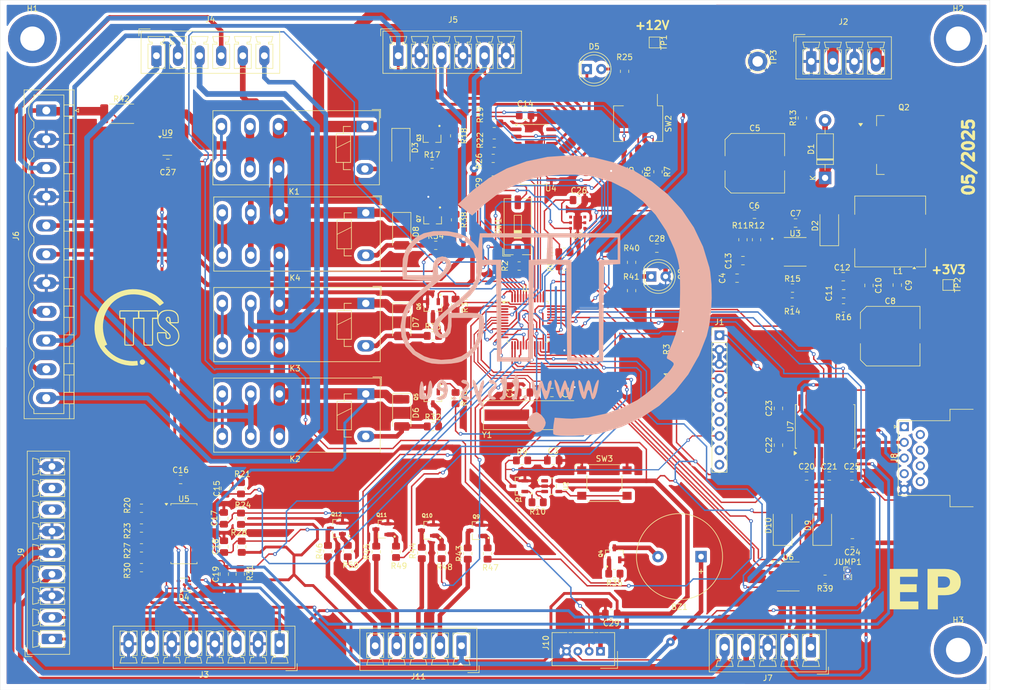
<source format=kicad_pcb>
(kicad_pcb (version 20241229) (generator "pcbnew") (generator_version "9.0")
  (layers (0 "F.Cu" signal) (2 "B.Cu" signal) (13 "F.Paste" user) (15 "B.Paste" user) (5 "F.SilkS" user "F.Silkscreen") (7 "B.SilkS" user "B.Silkscreen") (1 "F.Mask" user) (3 "B.Mask" user) (25 "Edge.Cuts" user))
  (net 0 "")
  (net 1 "+12V")
  (net 2 "Net-(BZ1--)")
  (net 3 "GND")
  (net 4 "/RCC_OSC_IN")
  (net 5 "/RCC_OSC_OUT")
  (net 6 "+3V3")
  (net 7 "Net-(U3-BOOT)")
  (net 8 "Net-(U3-COMP)")
  (net 9 "Net-(U3-SS)")
  (net 10 "BP1_IRQ")
  (net 11 "BP2_µ")
  (net 12 "BP3_µ")
  (net 13 "BP4_µ")
  (net 14 "V_CEL")
  (net 15 "Net-(D1-A)")
  (net 16 "Net-(D6-A)")
  (net 17 "/Capteurs et autres sorties/LED_Y")
  (net 18 "LD1")
  (net 19 "Net-(Q9-Pad3)")
  (net 20 "Net-(Q10-Pad3)")
  (net 21 "Net-(Q11-Pad3)")
  (net 23 "NRST")
  (net 26 "SWDIO")
  (net 27 "SWCLK")
  (net 29 "OUT3_418")
  (net 30 "12V_OUT2")
  (net 31 "OUT2_418")
  (net 32 "12V_OUT1")
  (net 33 "OUT1_418")
  (net 34 "12V_OUT3")
  (net 35 "IN2_418")
  (net 36 "12V_418")
  (net 37 "IN1_418")
  (net 38 "Net-(Q12-Pad3)")
  (net 39 "Net-(Q12-Pad1)")
  (net 40 "Tx232_418")
  (net 41 "Rx232_418")
  (net 42 "485-B_418")
  (net 43 "485-A_418")
  (net 44 "A_485")
  (net 45 "B_485")
  (net 46 "unconnected-(K2-Pad14)")
  (net 47 "unconnected-(K3-Pad14)")
  (net 48 "unconnected-(K4-Pad14)")
  (net 49 "REL_12V_418")
  (net 50 "unconnected-(K1-Pad14)")
  (net 51 "Net-(Q1-Pad1)")
  (net 52 "Net-(Q3-Pad1)")
  (net 53 "Net-(Q3-Pad3)")
  (net 54 "Net-(Q4-Pad1)")
  (net 55 "Net-(Q5-Pad3)")
  (net 56 "Net-(Q5-Pad1)")
  (net 57 "Net-(Q6-Pad3)")
  (net 58 "Net-(Q6-Pad1)")
  (net 59 "Net-(Q7-Pad1)")
  (net 60 "I2C_SCL")
  (net 61 "I2C_SDA")
  (net 62 "RELAIS_ALIM_418")
  (net 63 "Net-(U3-VSENSE)")
  (net 64 "Net-(U3-EN)")
  (net 65 "OUT5")
  (net 66 "Net-(R19-Pad2)")
  (net 67 "Net-(R20-Pad2)")
  (net 68 "Net-(Q10-Pad1)")
  (net 69 "OUT6")
  (net 70 "OUT7")
  (net 71 "Net-(Q8-C)")
  (net 72 "Net-(Q11-Pad1)")
  (net 73 "Net-(Q9-Pad1)")
  (net 74 "BUZZER")
  (net 75 "LED_CEL")
  (net 76 "OUT2")
  (net 77 "OUT8")
  (net 78 "Tx485")
  (net 79 "OUT4")
  (net 80 "OUT1")
  (net 81 "RTS_485")
  (net 82 "Net-(R26-Pad2)")
  (net 83 "Rx485")
  (net 84 "OUT3")
  (net 85 "IN3_418")
  (net 86 "/Input Output/BP1")
  (net 87 "Tx232_COM")
  (net 88 "Rx232_COM_TTL")
  (net 89 "Tx232_COM_TTL")
  (net 90 "Tx232_418_TTL")
  (net 91 "Rx232_COM")
  (net 92 "Rx232_418_TTL")
  (net 93 "Net-(R27-Pad2)")
  (net 94 "LEDR")
  (net 95 "LEDG")
  (net 96 "Net-(JUMP1-Pin_2)")
  (net 97 "Net-(D2-K)")
  (net 98 "Net-(C11-Pad2)")
  (net 99 "Net-(U7-C1+)")
  (net 100 "Net-(U7-C1-)")
  (net 101 "Net-(U7-C2+)")
  (net 102 "Net-(U7-C2-)")
  (net 103 "Net-(U7-VS+)")
  (net 104 "Net-(U7-VS-)")
  (net 105 "Net-(D3-A)")
  (net 114 "Net-(Q7-Pad3)")
  (net 115 "Net-(U1-BOOT0)")
  (net 116 "Net-(U2-RESET)")
  (net 117 "Net-(R23-Pad2)")
  (net 118 "Net-(U2-~{MR})")
  (net 122 "Net-(D5-A)")
  (net 123 "Net-(D7-A)")
  (net 124 "Net-(D8-A)")
  (net 125 "/DIP3")
  (net 126 "/DIP2")
  (net 127 "/DIP1")
  (net 128 "Net-(R22-Pad2)")
  (net 129 "Net-(R29-Pad2)")
  (net 130 "Net-(R30-Pad2)")
  (net 131 "/Capteurs et autres sorties/LED_W")
  (net 132 "/Capteurs et autres sorties/LED_R")
  (net 133 "/Capteurs et autres sorties/LED_G")
  (net 134 "Net-(J2-Pin_2)")
  (net 135 "/Input Output/BP2")
  (net 136 "/Input Output/BP3")
  (net 137 "/Input Output/BP4")
  (net 138 "LEDY")
  (footprint "Capacitor_SMD:C_0805_2012Metric_Pad1.18x1.45mm_HandSolder" (layer "F.Cu") (at 174.05 105.85)
    (property "Reference" "C3")
    (property "Value" "100nF")
  )
  (footprint "Capacitor_SMD:C_0805_2012Metric_Pad1.18x1.45mm_HandSolder" (layer "F.Cu") (at 173.825 93.85)
    (property "Reference" "C2")
    (property "Value" "27pF")
  )
  (footprint "Resistor_SMD:R_0805_2012Metric_Pad1.20x1.40mm_HandSolder" (layer "F.Cu") (at 119.05 121.1 -90)
    (property "Reference" "R28")
    (property "Value" "10k")
  )
  (footprint "Button_Switch_SMD:SW_DIP_SPSTx03_Slide_Omron_A6S-310x_W8.9mm_P2.54mm" (layer "F.Cu") (at 189.05 46.35 -90)
    (property "Reference" "SW2")
    (property "Value" "SW_DIP_x03")
  )
  (footprint "Connector_Phoenix_MC:PhoenixContact_MCV_1,5_9-G-3.81_1x09_P3.81mm_Vertical" (layer "F.Cu") (at 85.55 137.4 90)
    (property "Reference" "J9")
    (property "Value" "Conn_01x09_Pin_418")
  )
  (footprint "LED_THT:LED_D5.0mm_Clear" (layer "F.Cu") (at 191.35 73.35)
    (property "Reference" "Q8")
    (property "Value" "PS302")
  )
  (footprint "Resistor_SMD:R_0805_2012Metric_Pad1.20x1.40mm_HandSolder" (layer "F.Cu") (at 225.3 78.9 180)
    (property "Reference" "R16")
    (property "Value" "29.4k" (hide yes))
  )
  (footprint "Package_TO_SOT_SMD:SOT-353_SC-70-5" (layer "F.Cu") (at 108.85 127.8 180)
    (property "Reference" "D4")
    (property "Value" "PESD3V3L4UG")
  )
  (footprint "TPS3825-33QDBVRQ1:TPS3825-SOT95P280X145-5N" (layer "F.Cu") (at 173.795 110.4)
    (property "Reference" "U2")
    (property "Value" "TPS3825-33QDBVRQ1" (hide yes))
  )
  (footprint "Capacitor_SMD:C_0805_2012Metric_Pad1.18x1.45mm_HandSolder" (layer "F.Cu") (at 225.2625 73.4)
    (property "Reference" "C12")
    (property "Value" "47pF" (hide yes))
  )
  (footprint "BSS138:SOT95P240X111-3N" (layer "F.Cu") (at 160.4 118.25 180)
    (property "Reference" "Q9")
    (property "Value" "BSS138")
  )
  (footprint "Resistor_SMD:R_0805_2012Metric_Pad1.20x1.40mm_HandSolder" (layer "F.Cu") (at 163.6375 49.795)
    (property "Reference" "R22")
    (property "Value" "200")
  )
  (footprint "TestPoint:TestPoint_Pad_1.5x1.5mm" (layer "F.Cu") (at 243.8 74.85 -90)
    (property "Reference" "TP2")
    (property "Value" "TestPoint")
  )
  (footprint "Resistor_SMD:R_0805_2012Metric_Pad1.20x1.40mm_HandSolder" (layer "F.Cu") (at 176.025 69.075)
    (property "Reference" "R4")
    (property "Value" "4.7k")
  )
  (footprint "Connector_Dsub:DSUB-9_Socket_Horizontal_P2.77x2.84mm_EdgePinOffset9.40mm" (layer "F.Cu") (at 236.024669 99.89 90)
    (property "Reference" "J8")
    (property "Value" "DE9_Socket")
  )
  (footprint "TPS54231DRG4:SOIC127P599X175-8N" (layer "F.Cu") (at 216.77 68.995)
    (property "Reference" "U3")
    (property "Value" "TPS54231DRG4")
  )
  (footprint "Resistor_SMD:R_0805_2012Metric_Pad1.20x1.40mm_HandSolder" (layer "F.Cu") (at 189.05 54.85 -90)
    (property "Reference" "R6")
    (property "Value" "10k")
  )
  (footprint "Resistor_SMD:R_0805_2012Metric_Pad1.20x1.40mm_HandSolder" (layer "F.Cu") (at 216.25 77.875 180)
    (property "Reference" "R14")
    (property "Value" "10.2k 1%" (hide yes))
  )
  (footprint "Button_Switch_SMD:SW_DIP_SPSTx01_Slide_9.78x4.72mm_W8.61mm_P2.54mm" (layer "F.Cu") (at 167.8 64.55 90)
    (property "Reference" "SW1")
    (property "Value" "SW_DIP_x01")
  )
  (footprint "Resistor_SMD:R_0805_2012Metric_Pad1.20x1.40mm_HandSolder" (layer "F.Cu") (at 101.35 124.8)
    (property "Reference" "R30")
    (property "Value" "200")
  )
  (footprint "Capacitor_SMD:C_0805_2012Metric_Pad1.18x1.45mm_HandSolder" (layer "F.Cu") (at 226.7875 108.615)
    (property "Reference" "C25")
    (property "Value" "1uF")
  )
  (footprint "Capacitor_SMD:C_0805_2012Metric_Pad1.18x1.45mm_HandSolder" (layer "F.Cu") (at 213.825 103.1525 90)
    (property "Reference" "C22")
    (property "Value" "1uF")
  )
  (footprint "Diode_SMD:D_SMA" (layer "F.Cu") (at 214.55 117.35 90)
    (property "Reference" "D10")
    (property "Value" "SMAJ5.0CA")
  )
  (footprint "Resistor_SMD:R_0805_2012Metric_Pad1.20x1.40mm_HandSolder" (layer "F.Cu") (at 156.81 94.85 90)
    (property "Reference" "R36")
    (property "Value" "100")
  )
  (footprint "Package_TO_SOT_SMD:TO-263-2" (layer "F.Cu") (at 235.975 50.125)
    (property "Reference" "Q2")
    (property "Value" "IRF9540N")
  )
  (footprint "Capacitor_SMD:C_0805_2012Metric_Pad1.18x1.45mm_HandSolder" (layer "F.Cu") (at 213.825 96.6525 90)
    (property "Reference" "C23")
    (property "Value" "100nF")
  )
  (footprint "Resistor_SMD:R_0805_2012Metric_Pad1.20x1.40mm_HandSolder" (layer "F.Cu") (at 156.66 48.5 -90)
    (property "Reference" "R18")
    (property "Value" "100")
  )
  (footprint "BSS138:SOT95P240X111-3N" (layer "F.Cu") (at 143.8 118 180)
    (property "Reference" "Q11")
    (property "Value" "BSS138")
  )
  (footprint "Resistor_SMD:R_0805_2012Metric_Pad1.20x1.40mm_HandSolder" (layer "F.Cu") (at 101.35 117.8)
    (property "Reference" "R23")
    (property "Value" "200")
  )
  (footprint "Connector_Phoenix_MC:PhoenixContact_MCV_1,5_6-G-3.81_1x06_P3.81mm_Vertical" (layer "F.Cu") (at 104 34.35)
    (property "Reference" "J4")
    (property "Value" "Conn_01x06_Pin")
  )
  (footprint "Capacitor_SMD:C_0805_2012Metric_Pad1.18x1.45mm_HandSolder" (layer "F.Cu") (at 168.9 93.85 180)
    (property "Reference" "C1")
    (property "Value" "27pF")
  )
  (footprint "Resistor_SMD:R_0805_2012Metric_Pad1.20x1.40mm_HandSolder" (layer "F.Cu") (at 150.85 122.2 90)
    (property "Reference" "R44")
    (property "Value" "500")
  )
  (footprint "Resistor_SMD:R_2512_6332Metric_Pad1.40x3.35mm_HandSolder" (layer "F.Cu") (at 97.825 44.6)
    (property "Reference" "R42")
    (property "Value" "0.1 1%")
  )
  (footprint "Capacitor_SMD:C_0805_2012Metric_Pad1.18x1.45mm_HandSolder" (layer "F.Cu") (at 226.875 120.4 180)
    (property "Reference" "C24")
    (property "Value" "100nF")
  )
  (footprint "Resistor_SMD:R_0805_2012Metric_Pad1.20x1.40mm_HandSolder" (layer "F.Cu") (at 222.05 126.85 180)
    (property "Reference" "R39")
    (property "Value" "120")
  )
  (footprint "Resistor_SMD:R_0805_2012Metric_Pad1.20x1.40mm_HandSolder" (layer "F.Cu") (at 156.81 78.35 -90)
    (property "Reference" "R37")
    (property "Value" "100")
  )
  (footprint "Resistor_SMD:R_0805_2012Metric_Pad1.20x1.40mm_HandSolder" (layer "F.Cu") (at 118.925 116.15 -90)
    (property "Reference" "R24")
    (property "Value" "10k")
  )
  (footprint "Capacitor_SMD:C_0805_2012Metric_Pad1.18x1.45mm_HandSolder" (layer "F.Cu") (at 115.925 121.0875 90)
    (property "Reference" "C18")
    (property "Value" "100nF")
  )
  (footprint "Relay_THT:Relay_SPDT_Schrack-RT1-16A-FormC_RM5mm" (layer "F.Cu") (at 140.81 46.85 180)
    (property "Reference" "K1")
    (property "Value" "RT314A12")
  )
  (footprint "Capacitor_SMD:C_0805_2012Metric_Pad1.18x1.45mm_HandSolder" (layer "F.Cu") (at 106.0125 53.35)
    (property "Reference" "C27")
    (property "Value" "100nF")
  )
  (footprint "BSS138:SOT95P240X111-3N" (layer "F.Cu") (at 152.66 49 -90)
    (property "Reference" "Q3")
    (property "Value" "BSS138")
  )
  (footprint "Relay_THT:Relay_SPDT_Schrack-RT1-16A-FormC_RM5mm" (layer "F.Cu") (at 140.96 94.1 180)
    (property "Reference" "K2")
    (property "Value" "RT314A12")
  )
  (footprint "Resistor_SMD:R_0805_2012Metric_Pad1.20x1.40mm_HandSolder" (layer "F.Cu") (at 146.3 122 90)
    (property "Reference" "R49")
    (property "Value" "100")
  )
  (footprint "Package_SO:SOP-16_4.4x10.4mm_P1.27mm" (layer "F.Cu") (at 108.85 118.8)
    (property "Reference" "U5")
    (property "Value" "TCMT4106")
  )
  (footprint "Resistor_SMD:R_0805_2012Metric_Pad1.20x1.40mm_HandSolder" (layer "F.Cu") (at 101.35 121.3)
    (property "Reference" "R27")
    (property "Value" "200")
  )
  (footprint "Resistor_SMD:R_0805_2012Metric_Pad1.20x1.40mm_HandSolder" (layer "F.Cu") (at 142.8 122 90)
    (property "Reference" "R45")
    (property "Value" "500")
  )
  (footprint "Package_TO_SOT_SMD:SOT-23-8" (layer "F.Cu") (at 105.9125 50.375)
    (property "Reference" "U9")
    (property "Value" "INA219AxDCN")
  )
  (footprint "Resistor_SMD:R_0805_2012Metric_Pad1.20x1.40mm_HandSolder" (layer "F.Cu") (at 195.825 91.05 90)
    (property "Reference" "R1")
    (property "Value" "10k")
  )
  (footprint "Capacitor_SMD:C_0805_2012Metric_Pad1.18x1.45mm_HandSolder" (layer "F.Cu") (at 229.8 74.9375 -90)
    (property "Reference" "C10")
    (property "Value" "47uF")
  )
  (footprint "Resistor_SMD:R_0805_2012Metric_Pad1.20x1.40mm_HandSolder" (layer "F.Cu") (at 163.4575 56.295)
    (property "Reference" "R29")
    (property "Value" "200")
  )
  (footprint "Package_SO:SOIC-8_3.9x4.9mm_P1.27mm" (layer "F.Cu") (at 215.55 126.35)
    (property "Reference" "U6")
    (property "Value" "MAX3485")
  )
  (footprint "Connector_Phoenix_MSTB:PhoenixContact_MSTBVA_2,5_11-G-5,08_1x11_P5.08mm_Vertical" (layer "F.Cu") (at 84.55 44.03 -90)
    (property "Reference" "J6")
    (property "Value" "Conn_01x11_Pin_418")
  )
  (footprint "Resistor_SMD:R_0805_2012Metric_Pad1.20x1.40mm_HandSolder" (layer "F.Cu") (at 153.31 67.85)
    (property "Reference" "R34")
    (property "Value" "100")
  )
  (footprint "Button_Switch_SMD:SW_SPST_Omron_B3FS-100xP" (layer "F.Cu") (at 183.0875 109.85)
    (property "Reference" "SW3")
    (property "Value" "SW_Push")
  )
  (footprint "Capacitor_SMD:C_0805_2012Metric_Pad1.18x1.45mm_HandSolder" (layer "F.Cu") (at 178.5875 59.85)
    (property "Reference" "C26")
    (property "Value" "100nF")
  )
  (footprint "Diode_SMD:D_MELF" (layer "F.Cu") (at 147.31 81.45 -90)
    (property "Reference" "D7")
    (property "Value" "SM4007")
  )
  (footprint "Capacitor_SMD:C_0805_2012Metric_Pad1.18x1.45mm_HandSolder" (layer "F.Cu") (at 108.2625 109.235)
    (property "Reference" "C16")
    (property "Value" "100nF")
  )
  (footprint "Capacitor_SMD:C_0805_2012Metric_Pad1.18x1.45mm_HandSolder" (layer "F.Cu") (at 184.3 132.95 180)
    (property "Reference" "C29")
    (property "Value" "100nF")
  )
  (footprint "Connector_Phoenix_MC:PhoenixContact_MCV_1,5_6-G-3.81_1x06_P3.81mm_Vertical" (layer "F.Cu") (at 146.69 34.35)
    (property "Reference" "J5")
    (property "Value" "Conn_01x06_Pin")
  )
  (footprint "Capacitor_SMD:C_0805_2012Metric_Pad1.18x1.45mm_HandSolder" (layer "F.Cu") (at 116.15 110.7875 90)
    (property "Reference" "C15")
    (property "Value" "100nF")
  )
  (footprint "Resistor_SMD:R_0805_2012Metric_Pad1.20x1.40mm_HandSolder" (layer "F.Cu") (at 163.4575 52.485)
    (property "Reference" "R26")
    (property "Value" "200")
  )
  (footprint "Resistor_SMD:R_0805_2012Metric_Pad1.20x1.40mm_HandSolder" (layer "F.Cu") (at 168.55 105.85 180)
    (property "Reference" "R9")
    (property "Value" "4k7")
  )
  (footprint "Resistor_SMD:R_0805_2012Metric_Pad1.20x1.40mm_HandSolder" (layer "F.Cu") (at 118.925 110.775 90)
    (property "Reference" "R21")
    (property "Value" "10k")
  )
  (footprint "Connector_Phoenix_MC:PhoenixContact_MCV_1,5_8-G-3.81_1x08_P3.81mm_Vertical" (layer "F.Cu") (at 125.745 138.25 180)
    (property "Reference" "J3")
    (property "Value" "Conn_01x08_Pin")
  )
  (footprint "BSS138:SOT95P240X111-3N" (layer "F.Cu") (at 152.76 63.41 -90)
    (property "Reference" "Q7")
    (property "Value" "BSS138")
  )
  (footprint "Capacitor_SMD:C_0805_2012Metric_Pad1.18x1.45mm_HandSolder" (layer "F.Cu") (at 222.7875 108.615)
    (property "Reference" "C21")
    (property "Value" "1uF")
  )
  (footprint "Resistor_SMD:R_0805_2012Metric_Pad1.20x1.40mm_HandSolder" (layer "F.Cu") (at 134.275 121.875 -90)
    (property "Reference" "R46")
    (property "Value" "470")
  )
  (footprint "Crystal:Crystal_SMD_HC49-SD_HandSoldering" (layer "F.Cu") (at 171.8 97.85)
    (property "Reference" "Y1")
    (property "Value" "ABL-8.000MHZ-B2")
  )
  (footprint "Resistor_SMD:R_0805_2012Metric_Pad1.20x1.40mm_HandSolder" (layer "F.Cu") (at 187.89 70.85 -90)
    (property "Reference" "R40")
    (property "Value" "47k")
  )
  (footprint "Inductor_SMD:L_Coilcraft_MSS1260-XXX" (layer "F.Cu") (at 233.55 65.4 180)
    (property "Reference" "L1")
    (property "Value" "10uH")
  )
  (footprint "Resistor_SMD:R_0805_2012Metric_Pad1.20x1.40mm_HandSolder" (layer "F.Cu") (at 152.81 99.85)
    (property "Reference" "R32")
    (property "Value" "100")
  )
  (footprint "Resistor_SMD:R_0805_2012Metric_Pad1.20x1.40mm_HandSolder" (layer "F.Cu") (at 168.03 71.5)
    (property "Reference" "R2")
    (property "Value" "10k")
  )
  (footprint "Capacitor_SMD:C_0805_2012Metric_Pad1.18x1.45mm_HandSolder" (layer "F.Cu") (at 234.8 74.8625 -90)
    (property "Reference" "C9")
    (property "Value" "100nF")
  )
  (footprint "MountingHole:MountingHole_4.3mm_M4_Pad" (layer "F.Cu") (at 245.55 139.35)
    (property "Reference" "H3")
    (property "Value" "MountingHole")
  )
  (footprint "Diode_SMD:D_MELF" (layer "F.Cu") (at 147.31 65.45 -90)
    (property "Reference" "D8")
    (property "Value" "SM4007")
  )
  (footprint "Connector_Phoenix_MC:PhoenixContact_MCV_1,5_4-G-3.81_1x04_P3.81mm_Vertical" (layer "F.Cu") (at 219.62 35.35)
    (property "Reference" "J2")
    (property "Value" "Conn_01x04_Pin")
  )
  (footprint "Resistor_SMD:R_0805_2012Metric_Pad1.20x1.40mm_HandSolder" (layer "F.Cu") (at 101.35 114.3)
    (property "Reference" "R20")
    (property "Value" "200")
  )
  (footprint "MountingHole:MountingHole_4.3mm_M4_Pad" (layer "F.Cu") (at 82.1 31.33)
    (property "Reference" "H1")
    (property "Value" "MountingHole")
  )
  (footprint "TestPoint:TestPoint_Pad_1.5x1.5mm" (layer "F.Cu") (at 191.95 32 -90)
    (property "Reference" "TP1")
    (property "Value" "TestPoint")
  )
  (footprint "Diode_SMD:D_MELF" (layer "F.Cu") (at 147.31 97.45 -90)
    (property "Reference" "D6")
    (property "Value" "SM4007")
  )
  (footprint "Resistor_SMD:R_0805_2012Metric_Pad1.20x1.40mm_HandSolder" (layer "F.Cu") (at 156.81 63.35 90)
    (property "Reference" "R38")
    (property "Value" "100")
  )
  (footprint "Capacitor_SMD:C_0805_2012Metric_Pad1.18x1.45mm_HandSolder" (layer "F.Cu") (at 115.9 116.0875 90)
    (property "Reference" "C17")
    (property "Value" "100nF")
  )
  (footprint "Diode_SMD:D_SMA" (layer "F.Cu") (at 222.8 64.4 90)
    (property "Reference" "D2")
    (property "Value" "MBRA340")
  )
  (footprint "Resistor_SMD:R_0805_2012Metric_Pad1.20x1.40mm_HandSolder" (layer "F.Cu") (at 171.3 113.25 180)
    (property "Reference" "R10")
    (property "Value" "100")
  )
  (footprint "BSS138:SOT95P240X111-3N" (layer "F.Cu") (at 151.85 118.2 180)
    (property "Reference" "Q10")
    (property "Value" "BSS138")
  )
  (footprint "Package_SO:SOP-16_4.4x10.4mm_P1.27mm" (layer "F.Cu") (at 170.6375 51.795)
    (property "Reference" "U4")
    (property "Value" "TCMT4106")
  )
  (footprint "Resistor_SMD:R_0805_2012Metric_Pad1.20x1.40mm_HandSolder" (layer "F.Cu") (at 218.05 45.35 90)
    (property "Reference" "R13")
    (property "Value" "220")
  )
  (footprint "Connector:NS-Tech_Grove_1x04_P2mm_Vertical" (layer "F.Cu") (at 182.4 139.575 -90)
    (property "Reference" "J10")
    (property "Value" "Conn_01x04_Pin")
  )
  (footprint "Connector_Phoenix_MC:PhoenixContact_MCV_1,5_5-G-3.81_1x05_P3.81mm_Vertical" (layer "F.Cu") (at 219.55 138.85 180)
    (property "Reference" "J7")
    (property "Value" "Conn_01x05_Pin")
  )
  (footprint "Capacitor_SMD:C_0805_2012Metric_Pad1.18x1.45mm_HandSolder" (layer "F.Cu") (at 169.0875 44.85)
    (property "Reference" "C14")
    (property "Value" "100nF")
  )
  (footprint "Resistor_SMD:R_0805_2012Metric_Pad1.20x1.40mm_HandSolder" (layer "F.Cu") (at 207.55 66.85 -90)
    (property "Reference" "R11")
    (property "Value" "332k 1%" (hide yes))
  )
  (footprint "BSS138:SOT95P240X111-3N" (layer "F.Cu") (at 152.81 78.85 -90)
    (property "Reference" "Q6")
    (property "Value" "BSS138")
  )
  (footprint "Capacitor_SMD:C_0805_2012Metric_Pad1.18x1.45mm_HandSolder" (layer "F.Cu") (at 207.55 70.55 180)
    (property "Reference" "C13")
    (property "Value" "15nF" (hide yes))
  )
  (footprint "TestPoint:TestPoint_Loop_D2.50mm_Drill1.85mm" (layer "F.Cu") (at 210.15 35.35 90)
    (property "Reference" "TP3")
    (property "Value" "TestPoint")
  )
  (footprint "Resistor_SMD:R_0805_2012Metric_Pad1.20x1.40mm_HandSolder" (layer "F.Cu") (at 176.075 71.55)
    (property "Reference" "R8")
    (property "Value" "4.7k")
  )
  (footprint "BSS138:SOT95P240X111-3N" (layer "F.Cu") (at 184.85 122.35 90)
    (property "Reference" "Q4")
    (property "Value" "BSS138")
  )
  (footprint "Resistor_SMD:R_0805_2012Metric_Pad1.20x1.40mm_HandSolder" (layer "F.Cu") (at 118.8 125.95 -90)
    (property "Reference" "R31")
    (property "Value" "10k")
  )
  (footprint "BSS138:SOT95P240X111-3N" (layer "F.Cu") (at 167.99 110.4 180)
    (property "Reference" "Q1")
    (property "Value" "BSS138")
  )
  (footprint "MountingHole:MountingHole_4.3mm_M4_Pad" (layer "F.Cu") (at 245.55 31.33)
    (property "Reference" "H2")
    (property "Value" "MountingHole")
  )
  (footprint "Resistor_SMD:R_0805_2012Metric_Pad1.20x1.40mm_HandSolder" (layer "F.Cu") (at 186.05 54.85 -90)
    (property "Reference" "R5")
    (property "Value" "10k")
  )
  (footprint "Capacitor_SMD:C_0805_2012Metric_Pad1.18x1.45mm_HandSolder" (layer "F.Cu") (at 209.5875 62.35)
    (property "Reference" "C6")
    (property "Value" "4.7uF")
  )
  (footprint "Resistor_SMD:R_0805_2012Metric_Pad1.20x1.40mm_HandSolder" (layer "F.Cu") (at 192.55 54.85 -90)
    (property "Reference" "R7")
    (property "Value" "10k")
  )
  (footprint "Capacitor_SMD:C_0805_2012Metric_Pad1.18x1.45mm_HandSolder" (layer "F.Cu") (at 218.7875 108.615)
    (property "Reference" "C20")
    (property "Value" "1uF")
  )
  (footprint "Package_QFP:LQFP-48_7x7mm_P0.5mm" (layer "F.Cu") (at 169.55 81.35)
    (property "Reference" "U1")
    (property "Value" "STM32F103C8Tx")
  )
  (footprint "Diode_THT:D_DO-41_SOD81_P10.16mm_Horizontal" (layer "F.Cu") (at 222.05 55.93 90)
    (property "Reference" "D1")
    (property "Value" "1N4742A")
  )
  (footprint "Resistor_SMD:R_0805_2012Metric_Pad1.20x1.40mm_HandSolder" (layer "F.Cu") (at 195.8 86.55 90)
    (property "Reference" "R3")
    (property "Value" "10k")
  )
  (footprint "Resistor_SMD:R_0805_2012Metric_Pad1.20x1.40mm_HandSolder" (layer "F.Cu") (at 154.35 122.2 90)
    (property "Reference" "R48")
    (property "Value" "100")
  )
  (footprint "Capacitor_SMD:C_Elec_10x10.2" (layer "F.Cu") (at 233.55 83.9)
    (property "Reference" "C8")
    (property "Value" "100uF")
  )
  (footprint "Connector_PinHeader_2.54mm:PinHeader_1x10_P2.54mm_Vertical" (layer "F.Cu") (at 203.4 83.745)
    (property "Reference" "J1")
    (property "Value" "Conn_01x10_Pin")
  )
  (footprint "Resistor_SMD:R_0805_2012Metric_Pad1.20x1.40mm_HandSolder" (layer "F.Cu") (at 162.46 122.3 90)
    (property "Reference" "R47")
    (property "Value" "100")
  )
  (footprint "Capacitor_SMD:C_0805_2012Metric_Pad1.18x1.45mm_HandSolder" (layer "F.Cu") (at 216.8375 63.9)
    (property "Reference" "C7")
    (property "Value" "470nF")
  )
  (footprint "Resistor_SMD:R_0805_2012Metric_Pad1.20x1.40mm_HandSolder" (layer "F.Cu") (at 158.96 122.3 -90)
    (property "Reference" "R43")
    (property "Value" "500")
  )
  (footprint "Resistor_SMD:R_0805_2012Metric_Pad1.20x1.40mm_HandSolder" (layer "F.Cu") (at 186.65 37.1 90)
    (property "Reference" "R25")
    (property "Value" "68")
  )
  (footprint "Capacitor_SMD:C_0805_2012Metric_Pad1.18x1.45mm_HandSolder" (layer "F.Cu") (at 192.3525 68.35)
    (property "Reference" "C28")
    (property "Value" "100nF")
  )
  (footprint "Resistor_SMD:R_0805_2012Metric_Pad1.20x1.40mm_HandSolder" (layer "F.Cu") (at 163.6375 46.295)
    (property "Reference" "R19")
    (property "Value" "200")
  )
  (footprint "Resistor_SMD:R_0805_2012Metric_Pad1.20x1.40mm_HandSolder" (layer "F.Cu") (at 184.85 125.85 180)
    (property "Reference" "R35")
    (property "Value" "100")
  )
  (footprint "BSS138:SOT95P240X111-3N" (layer "F.Cu") (at 135.775 117.875 180)
    (property "Reference" "Q12")
    (property "Value" "BSS138")
  )
  (footprint "BSS138:SOT95P240X111-3N" (layer "F.Cu") (at 152.81 94.79 -90)
    (property "Reference" "Q5")
    (property "Value" "BSS138")
  )
  (footprint "Resistor_SMD:R_0805_2012Metric_Pad1.20x1.40mm_HandSolder" (layer "F.Cu") (at 152.66 53.5)
    (property "Reference" "R17")
    (property "Value" "100")
  )
  (footprint "Relay_THT:Relay_SPDT_Schrack-RT1-16A-FormC_RM5mm" (layer "F.Cu") (at 140.96 78.1 180)
    (property "Reference" "K3")
    (property "Value" "RT314A12")
  )
  (footprint "Resistor_SMD:R_0805_2012Metric_Pad1.20x1.40mm_HandSolder" (layer "F.Cu") (at 209.95 66.85 90)
    (property "Reference" "R12")
    (property "Value" "68.1k 1%" (hide yes))
  )
  (footprint "Resistor_SMD:R_0805_2012Metric_Pad1.20x1.40mm_HandSolder" (layer "F.Cu") (at 152.81 83.85)
    (property "Reference" "R33")
    (property "Value" "100")
  )
  (footprint "LED_THT:LED_D5.0mm" (layer "F.Cu") (at 180 36.7)
    (property "Reference" "D5")
    (property "Value" "LED Verte 5mm")
  )
  (footprint "Capacitor_SMD:C_Elec_10x10.2" (layer "F.Cu") (at 209.65 53.35)
    (property "Reference" "C5")
    (property "Value" "470uF")
  )
  (footprint "Capacitor_SMD:C_0805_2012Metric_Pad1.18x1.45mm_HandSolder" (layer "F.Cu") (at 115.975 125.9375 -90)
    (property "Reference" "C19")
    (property "Value" "100nF")
  )
  (footprint "Relay_THT:Relay_SPDT_Schrack-RT1-16A-FormC_RM5mm" (layer "F.Cu") (at 140.96 62.1 180)
    (property "Reference" "K4")
    (property "Value" "RT314A12")
  )
  (footprint "Diode_SMD:D_MELF" (layer "F.Cu") (at 147.16 50.6 -90)
    (property "Reference" "D3")
    (property "Value" "SM4007")
  )
  (footprint "Resistor_SMD:R_0805_2012Metric_Pad1.20x1.40mm_HandSolder" (layer "F.Cu") (at 187.89 75.85 -90)
    (property "Reference" "R41")
    (property "Value" "100")
  )
  (footprint "Connector_Phoenix_MC:PhoenixContact_MCV_1,5_5-G-3.81_1x05_P3.81mm_Vertical" (layer "F.Cu") (at 157.86 138.6 180)
    (property "Reference" "J11")
    (property "Value" "Conn_01x05_Pin")
  )
  (footprint "Diode_SMD:D_SMA" (layer "F.Cu") (at 221.55 117.35 90)
    (property "Reference" "D9")
    (property "Value" "SMAJ5.0CA")
  )
  (footprint "Package_SO:SOIC-16W_7.5x10.3mm_P1.27mm" (layer "F.Cu") (at 222.05 99.85 90)
    (property "Reference" "U7")
    (property "Value" "MAX3232")
  )
  (footprint "Connector_PinHeader_1.00mm:PinHeader_1x02_P1.00mm_Vertical" (layer "F.Cu") (at 226.05 125.35)
    (property "Reference" "JUMP1")
    (property "Value" "JUMPER")
  )
  (footprint "Capacitor_SMD:C_0805_2012Metric_Pad1.18x1.45mm_HandSolder" (layer "F.Cu") (at 206.5125 73.65)
    (property "Reference" "C4")
    (property "Value" "100nF" (hide yes))
  )
  (footprint "Resistor_SMD:R_0805_2012Metric_Pad1.20x1.40mm_HandSolder" (layer "F.Cu") (at 137.775 121.875 90)
    (property "Reference" "R50")
    (property "Value" "100")
  )
  (footprint "HTU21D:QFN100P300X300X100-7N" (layer "F.Cu") (at 178.375 63.85 180)
    (property "Reference" "U8")
    (property "Value" "HTU21D")
  )
  (footprint "Resistor_SMD:R_0805_2012Metric_Pad1.20x1.40mm_HandSolder" (layer "F.Cu") (at 216.3 75.4)
    (property "Reference" "R15")
    (property "Value" "3.24k 1%" (hide yes))
  )
  (footprint "LOGO" (layer "F.Cu") (at 100.55 82.35)
    (property "Reference" "G***" (hide yes))
    (property "Value" "LOGO" (hide yes))
  )
  (footprint "Buzzer_Beeper:Buzzer_15x7.5RM7.6" (layer "F.Cu") (at 200.15 122.85 180)
    (property "Reference" "BZ1")
    (property "Value" "Buzzer")
  )
  (footprint "Capacitor_SMD:C_0805_2012Metric_Pad1.18x1.45mm_HandSolder" (layer "F.Cu") (at 225.3375 76.4)
    (property "Reference" "C11")
    (property "Value" "1nF" (hide yes))
  )
  (footprint "LOGO" (layer "B.Cu") (at 174.55 77.35 180)
    (property "Reference" "G***" (hide yes))
    (property "Value" "LOGO" (hide yes))
  )
  (gr_rect (start 76.4 24.525) (end 251.15 146.425) (stroke (width 0.05)) (fill no) (layer "Edge.Cuts"))
  (gr_text "05/2025" (at 248.55 59.35 90) (layer "F.SilkS") (effects (font (size 2 2) (thickness 0.5) (bold yes)) (justify left bottom)))
  (gr_text "+3V3" (at 240.65 73.02 0) (layer "F.SilkS") (effects (font (size 1.5 1.5) (thickness 0.3) (bold yes)) (justify left bottom)))
  (gr_text "+12V" (at 188.33 29.85 0) (layer "F.SilkS") (effects (font (size 1.5 1.5) (thickness 0.3) (bold yes)) (justify left bottom)))
  (gr_text "EP" (at 232.55 133.35 0) (layer "F.SilkS") (effects (font (size 7 7) (thickness 0.3) (bold yes)) (justify left bottom)))
  (segment (start 212.05 60.65) (end 212.45 61.05) (width 1) (layer "F.Cu") (net 1))
  (segment (start 211.75 66.65) (end 211.6 66.8) (width 0.25) (layer "F.Cu") (net 1))
  (segment (start 205.25 53.35) (end 205.25 30) (width 2) (layer "F.Cu") (net 1))
  (segment (start 145.4 63.05) (end 144.45 62.1) (width 1.5) (layer "F.Cu") (net 1))
  (segment (start 133.65 46.85) (end 125.55 46.85) (width 2) (layer "F.Cu") (net 1))
  (segment (start 202.375 27.125) (end 191.9 27.125) (width 2) (layer "F.Cu") (net 1))
  (segment (start 210.35 57.65) (end 206.95 57.65) (width 2) (layer "F.Cu") (net 1))
  (segment (start 145.4 48.2) (end 144.05 46.85) (width 1.5) (layer "F.Cu") (net 1))
  (segment (start 144.45 94.1) (end 140.96 94.1) (width 1.5) (layer "F.Cu") (net 1))
  (segment (start 222.05 55.93) (end 222.05 56.35) (width 2) (layer "F.Cu") (net 1))
  (segment (start 211.75 66.65) (end 211.75 67.75) (width 1) (layer "F.Cu") (net 1))
  (segment (start 140.81 46.85) (end 133.65 46.85) (width 2) (layer "F.Cu") (net 1))
  (segment (start 140.96 78.1) (end 125.7 78.1) (width 2) (layer "F.Cu") (net 1))
  (segment (start 147.31 95.05) (end 145.4 95.05) (width 1.5) (layer "F.Cu") (net 1))
  (segment (start 211.75 65.65) (end 211.75 66.65) (width 1) (layer "F.Cu") (net 1))
  (segment (start 222.05 55.93) (end 222.05 54.05) (width 2) (layer "F.Cu") (net 1))
  (segment (start 205.05 53.55) (end 205.25 53.35) (width 2) (layer "F.Cu") (net 1))
  (segment (start 125.55 54.35) (end 125.55 46.85) (width 2) (layer "F.Cu") (net 1))
  (segment (start 194.75 137.925) (end 200.15 132.525) (width 0.8) (layer "F.Cu") (net 1))
  (segment (start 125.7 85.6) (end 125.7 78.1) (width 2) (layer "F.Cu") (net 1))
  (segment (start 132.6 45.8) (end 133.65 46.85) (width 2) (layer "F.Cu") (net 1))
  (segment (start 212.45 64.95) (end 211.75 65.65) (width 1) (layer "F.Cu") (net 1))
  (segment (start 210.35 60.65) (end 212.05 60.65) (width 1) (layer "F.Cu") (net 1))
  (segment (start 191.95 27.175) (end 191.9 27.125) (width 2) (layer "F.Cu") (net 1))
  (segment (start 208.55 61.25) (end 209.15 60.65) (width 1) (layer "F.Cu") (net 1))
  (segment (start 205.475 73.65) (end 205.475 73.075) (width 1) (layer "F.Cu") (net 1))
  (segment (start 191.9 27.125) (end 141.85 27.125) (width 2) (layer "F.Cu") (net 1))
  (segment (start 144.45 62.1) (end 140.96 62.1) (width 1.5) (layer "F.Cu") (net 1))
  (segment (start 145.425 79.05) (end 144.475 78.1) (width 1.5) (layer "F.Cu") (net 1))
  (segment (start 211.75 67.75) (end 212.36 68.36) (width 1) (layer "F.Cu") (net 1))
  (segment (start 204.15 71.75) (end 204.15 66.25) (width 1) (layer "F.Cu") (net 1))
  (segment (start 204.15 66.25) (end 204.55 65.85) (width 1) (layer "F.Cu") (net 1))
  (segment (start 147.31 79.05) (end 145.425 79.05) (width 1.5) (layer "F.Cu") (net 1))
  (segment (start 223.435 52.665) (end 228.325 52.665) (width 2) (layer "F.Cu") (net 1))
  (segment (start 125.7 101.6) (end 125.7 94.1) (width 2) (layer "F.Cu") (net 1))
  (segment (start 212.45 61.05) (end 212.45 64.95) (width 1) (layer "F.Cu") (net 1))
  (segment (start 205.05 55.75) (end 205.05 53.55) (width 2) (layer "F.Cu") (net 1))
  (segment (start 204.55 65.85) (end 207.55 65.85) (width 1) (layer "F.Cu") (net 1))
  (segment (start 191.95 32) (end 191.95 27.175) (width 2) (layer "F.Cu") (net 1))
  (segment (start 210.35 60.65) (end 210.35 57.65) (width 1) (layer "F.Cu") (net 1))
  (segment (start 208.55 62.35) (end 208.55 61.25) (width 1) (layer "F.Cu") (net 1))
  (segment (start 125.7 94.1) (end 140.96 94.1) (width 2) (layer "F.Cu") (net 1))
  (segment (start 222.05 56.35) (end 220.75 57.65) (width 2) (layer "F.Cu") (net 1))
  (segment (start 209.15 60.65) (end 210.35 60.65) (width 1) (layer "F.Cu") (net 1))
  (segment (start 132.6 36.375) (end 132.6 45.8) (width 2) (layer "F.Cu") (net 1))
  (segment (start 222.05 54.05) (end 223.435 52.665) (width 2) (layer "F.Cu") (net 1))
  (segment (start 147.31 63.05) (end 145.4 63.05) (width 1.5) (layer "F.Cu") (net 1))
  (segment (start 144.05 46.85) (end 140.81 46.85) (width 1.5) (layer "F.Cu") (net 1))
  (segment (start 125.7 85.6) (end 125.7 94.1) (width 2) (layer "F.Cu") (net 1))
  (segment (start 125.55 61.95) (end 125.7 62.1) (width 1.5) (layer "F.Cu") (net 1))
  (segment (start 212.36 68.36) (end 214.3 68.36) (width 1) (layer "F.Cu") (net 1))
  (segment (start 147.16 48.2) (end 145.4 48.2) (width 1.5) (layer "F.Cu") (net 1))
  (segment (start 200.15 132.525) (end 200.15 122.85) (width 0.8) (layer "F.Cu") (net 1))
  (segment (start 205.25 30) (end 202.375 27.125) (width 2) (layer "F.Cu") (net 1))
  (segment (start 125.7 69.6) (end 125.7 62.1) (width 2) (layer "F.Cu") (net 1))
  (segment (start 211.6 66.8) (end 208.5 66.8) (width 0.25) (layer "F.Cu") (net 1))
  (segment (start 141.85 27.125) (end 132.6 36.375) (width 2) (layer "F.Cu") (net 1))
  (segment (start 220.75 57.65) (end 210.35 57.65) (width 2) (layer "F.Cu") (net 1))
  (segment (start 145.4 95.05) (end 144.45 94.1) (width 1.5) (layer "F.Cu") (net 1))
  (segment (start 144.475 78.1) (end 140.96 78.1) (width 1.5) (layer "F.Cu") (net 1))
  (segment (start 208.5 66.8) (end 207.55 65.85) (width 0.25) (layer "F.Cu") (net 1))
  (segment (start 140.96 62.1) (end 125.7 62.1) (width 2) (layer "F.Cu") (net 1))
  (segment (start 205.475 73.075) (end 204.15 71.75) (width 1) (layer "F.Cu") (net 1))
  (segment (start 206.95 57.65) (end 205.05 55.75) (width 2) (layer "F.Cu") (net 1))
  (via (at 194.75 137.925) (size 1.5) (drill 0.6) (layers "F.Cu" "B.Cu") (net 1))
  (segment (start 157.86 141.04) (end 157.1 141.8) (width 0.5) (layer "B.Cu") (net 1))
  (segment (start 114.8 122.2) (end 114.75 122.2) (width 0.5) (layer "B.Cu") (net 1))
  (segment (start 135.15 107.55) (end 137.25 105.45) (width 0.5) (layer "B.Cu") (net 1))
  (segment (start 190.875 141.8) (end 194.65 138.025) (width 0.8) (layer "B.Cu") (net 1))
  (segment (start 114.75 122.2) (end 114.75 113.5) (width 0.5) (layer "B.Cu") (net 1))
  (segment (start 194.65 138) (end 194.725 137.925) (width 0.8) (layer "B.Cu") (net 1))
  (segment (start 157.86 138.6) (end 157.86 141.16) (width 0.8) (layer "B.Cu") (net 1))
  (segment (start 194.65 138.025) (end 194.65 138) (width 0.8) (layer "B.Cu") (net 1))
  (segment (start 157.86 141.16) (end 158.5 141.8) (width 0.8) (layer "B.Cu") (net 1))
  (segment (start 125.7 78.1) (end 125.7 69.6) (width 2) (layer "B.Cu") (net 1))
  (segment (start 137.25 105.45) (end 137.25 99.25) (width 0.5) (layer "B.Cu") (net 1))
  (segment (start 140.96 95.56) (end 140.96 94.1) (width 0.5) (layer "B.Cu") (net 1))
  (segment (start 140.15 141.8) (end 123.05 124.7) (width 0.5) (layer "B.Cu") (net 1))
  (segment (start 137.25 99.25) (end 140.95 95.55) (width 0.5) (layer "B.Cu") (net 1))
  (segment (start 125.55 61.95) (end 125.7 62.1) (width 1.5) (layer "B.Cu") (net 1))
  (segment (start 125.55 54.35) (end 125.55 61.95) (width 2) (layer "B.Cu") (net 1))
  (segment (start 125.7 54.5) (end 125.55 54.35) (width 1.5) (layer "B.Cu") (net 1))
  (segment (start 117.3 124.7) (end 114.8 122.2) (width 0.5) (layer "B.Cu") (net 1))
  (segment (start 120.7 107.55) (end 135.15 107.55) (width 0.5) (layer "B.Cu") (net 1))
  (segment (start 194.725 137.925) (end 194.75 137.925) (width 0.8) (layer "B.Cu") (net 1))
  (segment (start 123.05 124.7) (end 117.3 124.7) (width 0.5) (layer "B.Cu") (net 1))
  (segment (start 114.75 113.5) (end 120.7 107.55) (width 0.5) (layer "B.Cu") (net 1))
  (segment (start 158.5 141.8) (end 190.875 141.8) (width 0.8) (layer "B.Cu") (net 1))
  (segment (start 140.95 95.55) (end 140.96 95.56) (width 0.5) (layer "B.Cu") (net 1))
  (segment (start 157.1 141.8) (end 140.15 141.8) (width 0.5) (layer "B.Cu") (net 1))
  (segment (start 157.86 138.6) (end 157.86 141.04) (width 0.5) (layer "B.Cu") (net 1))
  (segment (start 191 121.3) (end 192.55 122.85) (width 0.8) (layer "F.Cu") (net 2))
  (segment (start 184.85 121.29) (end 188.59 121.29) (width 0.8) (layer "F.Cu") (net 2))
  (segment (start 188.59 121.29) (end 188.6 121.3) (width 0.8) (layer "F.Cu") (net 2))
  (segment (start 188.6 121.3) (end 191 121.3) (width 0.8) (layer "F.Cu") (net 2))
  (segment (start 162.798 99.7) (end 162.099 100.399) (width 0.25) (layer "F.Cu") (net 3))
  (segment (start 172.54 110.4) (end 171.575 110.4) (width 0.25) (layer "F.Cu") (net 3))
  (segment (start 110.4 115.625) (end 109.3 114.525) (width 0.25) (layer "F.Cu") (net 3))
  (segment (start 154.075 48.975) (end 152.875 48.975) (width 0.25) (layer "F.Cu") (net 3))
  (segment (start 163.675 73.15) (end 163.625 73.1) (width 0.25) (layer "F.Cu") (net 3))
  (segment (start 165.3875 82.1) (end 166.2 82.1) (width 0.25) (layer "F.Cu") (net 3))
  (segment (start 152 59.275) (end 152 57.825) (width 0.25) (layer "F.Cu") (net 3))
  (segment (start 173.06219 99.7) (end 162.798 99.7) (width 0.25) (layer "F.Cu") (net 3))
  (segment (start 172.775 48.625) (end 172.7 48.625) (width 0.2) (layer "F.Cu") (net 3))
  (segment (start 151.86 77.79) (end 151.86 79.19) (width 0.25) (layer "F.Cu") (net 3))
  (segment (start 195.3 123.15) (end 195.3 121.55) (width 0.25) (layer "F.Cu") (net 3))
  (segment (start 196.75 76.3) (end 196.75 66.35) (width 0.25) (layer "F.Cu") (net 3))
  (segment (start 169.65 67) (end 168.65 66) (width 0.25) (layer "F.Cu") (net 3))
  (segment (start 137.05 87.35) (end 138.3 88.6) (width 0.25) (layer "F.Cu") (net 3))
  (segment (start 179.625 60.475) (end 178.375 61.725) (width 1) (layer "F.Cu") (net 3))
  (segment (start 154.55 117.25) (end 152.91 117.25) (width 0.5) (layer "F.Cu") (net 3))
  (segment (start 147.35 103.3) (end 156.3 103.3) (width 0.5) (layer "F.Cu") (net 3))
  (segment (start 111.9375 115.625) (end 110.4 115.625) (width 0.25) (layer "F.Cu") (net 3))
  (segment (start 107.05 53.35) (end 107.05 52.95) (width 0.2) (layer "F.Cu") (net 3))
  (segment (start 158.12 38.97) (end 158.12 34.35) (width 0.5) (layer "F.Cu") (net 3))
  (segment (start 165.95 67.05) (end 165.95 69.8) (width 0.25) (layer "F.Cu") (net 3))
  (segment (start 168.65 66) (end 167 66) (width 0.25) (layer "F.Cu") (net 3))
  (segment (start 196.75 66.35) (end 195.75 65.35) (width 0.25) (layer "F.Cu") (net 3))
  (segment (start 111.9375 123.245) (end 114.4 125.7075) (width 0.25) (layer "F.Cu") (net 3))
  (segment (start 105.6 50.7) (end 106.25 50.05) (width 0.25) (layer "F.Cu") (net 3))
  (segment (start 172.5115 50.858999) (end 172.812501 51.16) (width 0.2) (layer "F.Cu") (net 3))
  (segment (start 177.6 93.85) (end 177.6 93.15) (width 0.25) (layer "F.Cu") (net 3))
  (segment (start 178.575 63.85) (end 178.375 63.65) (width 0.25) (layer "F.Cu") (net 3))
  (segment (start 177.9 86.4) (end 176.025 86.4) (width 0.25) (layer "F.Cu") (net 3))
  (segment (start 109.275 127.8) (end 109.025 128.05) (width 0.25) (layer "F.Cu") (net 3))
  (segment (start 172.5115 53.6) (end 172.5115 52.78899) (width 0.2) (layer "F.Cu") (net 3))
  (segment (start 149.65 81.4) (end 139.1 81.4) (width 0.25) (layer "F.Cu") (net 3))
  (segment (start 173.7125 79.1) (end 181.95 79.1) (width 0.25) (layer "F.Cu") (net 3))
  (segment (start 110.995 123.245) (end 110.575 122.825) (width 0.25) (layer "F.Cu") (net 3))
  (segment (start 173.42251 56.24) (end 172.5115 55.32899) (width 0.2) (layer "F.Cu") (net 3))
  (segment (start 173.4 110.4) (end 173.85 109.95) (width 0.25) (layer "F.Cu") (net 3))
  (segment (start 110.905 120.705) (end 110.1 119.9) (width 0.25) (layer "F.Cu") (net 3))
  (segment (start 164.41281 73.15) (end 163.675 73.15) (width 0.25) (layer "F.Cu") (net 3))
  (segment (start 210.625 63.575) (end 209.95 64.25) (width 0.25) (layer "F.Cu") (net 3))
  (segment (start 161.15 99.45) (end 162.099 100.399) (width 0.25) (layer "F.Cu") (net 3))
  (segment (start 155.175 54.65) (end 155.175 50.075) (width 0.25) (layer "F.Cu") (net 3))
  (segment (start 178.375 61.725) (end 178.375 63.65) (width 1) (layer "F.Cu") (net 3))
  (segment (start 151.65 46.65) (end 151.65 47.88) (width 0.25) (layer "F.Cu") (net 3))
  (segment (start 164.2 93.85) (end 161.15 96.9) (width 0.25) (layer "F.Cu") (net 3))
  (segment (start 174.75 107.95) (end 176.9 107.95) (width 0.25) (layer "F.Cu") (net 3))
  (segment (start 115.975 129.225) (end 115.95 129.25) (width 0.5) (layer "F.Cu") (net 3))
  (segment (start 145.4 87.1) (end 150.495 87.1) (width 0.25) (layer "F.Cu") (net 3))
  (segment (start 176.81319 99.674) (end 173.46181 99.674) (width 0.25) (layer "F.Cu") (net 3))
  (segment (start 173.85 109.95) (end 173.85 108.85) (width 0.25) (layer "F.Cu") (net 3))
  (segment (start 175.725 86.7) (end 176.025 86.4) (width 0.25) (layer "F.Cu") (net 3))
  (segment (start 152.375 46.425) (end 151.875 46.425) (width 0.25) (layer "F.Cu") (net 3))
  (segment (start 157.4 104.4) (end 157.4 114.4) (width 0.5) (layer "F.Cu") (net 3))
  (segment (start 190.2 66.6) (end 190.2 69.45) (width 0.25) (layer "F.Cu") (net 3))
  (segment (start 169.03 71.17) (end 169.65 70.55) (width 0.25) (layer "F.Cu") (net 3))
  (segment (start 185.45 93.6) (end 185.1 93.6) (width 0.25) (layer "F.Cu") (net 3))
  (segment (start 185.1 93.6) (end 177.9 86.4) (width 0.25) (layer "F.Cu") (net 3))
  (segment (start 161.725 78.6) (end 151.86 88.465) (width 0.25) (layer "F.Cu") (net 3))
  (segment (start 138.3 88.6) (end 143.9 88.6) (width 0.25) (layer "F.Cu") (net 3))
  (segment (start 189.05 55.85) (end 186.05 55.85) (width 0.8) (layer "F.Cu") (net 3))
  (segment (start 172.5115 50.35) (end 172.5115 50.858999) (width 0.2) (layer "F.Cu") (net 3))
  (segment (start 151.875 46.425) (end 151.65 46.65) (width 0.25) (layer "F.Cu") (net 3))
  (segment (start 193.89 73.35) (end 193.89 70.775) (width 0.8) (layer "F.Cu") (net 3))
  (segment (start 192.95 69.85) (end 193.39 69.41) (width 0.25) (layer "F.Cu") (net 3))
  (segment (start 192.55 55.85) (end 189.05 55.85) (width 0.8) (layer "F.Cu") (net 3))
  (segment (start 176.9 107.95) (end 177.25 107.6) (width 0.25) (layer "F.Cu") (net 3))
  (segment (start 166.28819 78.701) (end 166.18719 78.6) (width 0.25) (layer "F.Cu") (net 3))
  (segment (start 186.05 55.85) (end 185.775 55.85) (width 0.8) (layer "F.Cu") (net 3))
  (segment (start 193.35 125.1) (end 195.3 123.15) (width 0.25) (layer "F.Cu") (net 3))
  (segment (start 193.5 68.46) (end 193.39 68.35) (width 0.8) (layer "F.Cu") (net 3))
  (segment (start 209.95 64.25) (end 209.95 65.85) (width 0.25) (layer "F.Cu") (net 3))
  (segment (start 167.3 76.03719) (end 164.41281 73.15) (width 0.25) (layer "F.Cu") (net 3))
  (segment (start 172.812501 51.16) (end 173.725 51.16) (width 0.2) (layer "F.Cu") (net 3))
  (segment (start 173.725 51.16) (end 175.44 51.16) (width 0.5) (layer "F.Cu") (net 3))
  (segment (start 167 66) (end 165.95 67.05) (width 0.25) (layer "F.Cu") (net 3))
  (segment (start 109 129.1) (end 109.325 129.425) (width 0.25) (layer "F.Cu") (net 3))
  (segment (start 152 57.825) (end 155.175 54.65) (width 0.25) (layer "F.Cu") (net 3))
  (segment (start 111.9375 120.705) (end 110.905 120.705) (width 0.25) (layer "F.Cu") (net 3))
  (segment (start 182.001 96.524) (end 182.001 99.46119) (width 0.25) (layer "F.Cu") (net 3))
  (segment (start 165.3875 78.6) (end 161.725 78.6) (width 0.25) (layer "F.Cu") (net 3))
  (segment (start 173.75 117.45) (end 172.769851 118.430149) (width 0.25) (layer "F.Cu") (net 3))
  (segment (start 150.495 87.1) (end 151.86 88.465) (width 0.25) (layer "F.Cu") (net 3))
  (segment (start 179.625 58.425) (end 179.625 59.85) (width 0.2) (layer "F.Cu") (net 3))
  (segment (start 107.05 52.95) (end 105.95 51.85) (width 0.25) (layer "F.Cu") (net 3))
  (segment (start 206.5125 71.1125) (end 207.55 72.15) (width 1) (layer "F.Cu") (net 3))
  (segment (start 115.9 115.05) (end 114.25 115.05) (width 0.25) (layer "F.Cu") (net 3))
  (segment (start 105.95 51.175) (end 105.475 50.7) (width 0.25) (layer "F.Cu") (net 3))
  (segment (start 162.099 100.399) (end 162.099 107.759298) (width 0.25) (layer "F.Cu") (net 3))
  (segment (start 173.75 110.75) (end 173.75 117.45) (width 0.25) (layer "F.Cu") (net 3))
  (segment (start 157.4 114.4) (end 154.55 117.25) (width 0.5) (layer "F.Cu") (net 3))
  (segment (start 182.001 99.46119) (end 181.78819 99.674) (width 0.25) (layer "F.Cu") (net 3))
  (segment (start 193.35 119.6) (end 173.939702 119.6) (width 0.25) (layer "F.Cu") (net 3))
  (segment (start 107.05 49.4) (end 107.05 50.05) (width 0.25) (layer "F.Cu") (net 3))
  (segment (start 187.36 123.41) (end 189.05 125.1) (width 0.25) (layer "F.Cu") (net 3))
  (segment (start 114.4 125.7075) (end 114.4 126.675) (width 0.25) (layer "F.Cu") (net 3))
  (segment (start 115.925 120.05) (end 114.04 118.165) (width 0.25) (layer "F.Cu") (net 3))
  (segment (start 169.03 71.5) (end 169.03 71.17) (width 0.25) (layer "F.Cu") (net 3))
  (segment (start 173.725 56.24) (end 173.42251 56.24) (width 0.2) (layer "F.Cu") (net 3))
  (segment (start 109.3 114.525) (end 109.3 109.235) (width 0.25) (layer "F.Cu") (net 3))
  (segment (start 190.15 81.65) (end 190.15 79.15) (width 0.25) (layer "F.Cu") (net 3))
  (segment (start 170.625 109.45) (end 169.05 109.45) (width 0.25) (layer "F.Cu") (net 3))
  (segment (start 109.025 128.05) (end 109.025 129.075) (width 0.25) (layer "F.Cu") (net 3))
  (segment (start 206.5125 70.55) (end 206.5125 71.1125) (width 1) (layer "F.Cu") (net 3))
  (segment (start 172.5 50.3385) (end 172.5115 50.35) (width 0.2) (layer "F.Cu") (net 3))
  (segment (start 109.025 129.075) (end 109 129.1) (width 0.25) (layer "F.Cu") (net 3))
  (segment (start 177.95 48.65) (end 177.95 44.2) (width 0.5) (layer "F.Cu") (net 3))
  (segment (start 170.125 46.225) (end 172.52 48.62) (width 0.25) (layer "F.Cu") (net 3))
  (segment (start 207.55 72.15) (end 207.55 73.65) (width 1) (layer "F.Cu") (net 3))
  (segment (start 105.95 51.85) (end 105.95 51.175) (width 0.25) (layer "F.Cu") (net 3))
  (segment (start 177.95 44.2) (end 174.8 41.05) (width 0.5) (layer "F.Cu") (net 3))
  (segment (start 109.325 129.425) (end 112.25 129.425) (width 0.25) (layer "F.Cu") (net 3))
  (segment (start 155.175 50.075) (end 154.075 48.975) (width 0.25) (layer "F.Cu") (net 3))
  (segment (start 181.775 59.85) (end 179.625 59.85) (width 0.8) (layer "F.Cu") (net 3))
  (segment (start 162.099 107.759298) (end 172.769851 118.430149) (width 0.25) (layer "F.Cu") (net 3))
  (segment (start 190.15 79.15) (end 191.55 77.75) (width 0.25) (layer "F.Cu") (net 3))
  (segment (start 177.6 93.85) (end 179.327 93.85) (width 0.25) (layer "F.Cu") (net 3))
  (segment (start 114.7 126.975) (end 115.975 126.975) (width 0.25) (layer "F.Cu") (net 3))
  (segment (start 110.575 122.825) (end 110.575 121.035) (width 0.25) (layer "F.Cu") (net 3))
  (segment (start 171.975 86.7) (end 175.725 86.7) (width 0.25) (layer "F.Cu") (net 3))
  (segment (start 190.2 69.45) (end 190.6 69.85) (width 0.25) (layer "F.Cu") (net 3))
  (segment (start 114.4 126.675) (end 114.7 126.975) (width 0.25) (layer "F.Cu") (net 3))
  (segment (start 110.1 115.925) (end 110.4 115.625) (width 0.25) (layer "F.Cu") (net 3))
  (segment (start 167.55 78.95) (end 167.301 78.701) (width 0.25) (layer "F.Cu") (net 3))
  (segment (start 195.3 77.75) (end 196.75 76.3) (width 0.25) (layer "F.Cu") (net 3))
  (segment (start 172.78 48.62) (end 172.775 48.625) (width 0.2) (layer "F.Cu") (net 3))
  (segment (start 173.939702 119.6) (end 172.769851 118.430149) (width 0.25) (layer "F.Cu") (net 3))
  (segment (start 152.5 48.6) (end 152.5 46.55) (width 0.25) (layer "F.Cu") (net 3))
  (segment (start 174.8625 93.85) (end 177.6 93.85) (width 0.25) (layer "F.Cu") (net 3))
  (segment (start 173.725 48.62) (end 172.78 48.62) (width 0.2) (layer "F.Cu") (net 3))
  (segment (start 167.3 77.1875) (end 167.3 76.03719) (width 0.25) (layer "F.Cu") (net 3))
  (segment (start 172.6115 53.7) (end 173.725 53.7) (width 0.25) (layer "F.Cu") (net 3))
  (segment (start 177.25 107.6) (end 179.0875 107.6) (width 0.25) (layer "F.Cu") (net 3))
  (segment (start 105.475 50.7) (end 104.775 50.7) (width 0.25) (layer "F.Cu") (net 3))
  (segment (start 165.95 69.8) (end 165.15 70.6) (width 0.25) (layer "F.Cu") (net 3))
  (segment (start 172.54 110.4) (end 173.4 110.4) (width 0.25) (layer "F.Cu") (net 3))
  (segment (start 179.625 59.85) (end 179.625 60.475) (width 1) (layer "F.Cu") (net 3))
  (segment (start 167.301 78.701) (end 166.28819 78.701) (width 0.25) (layer "F.Cu") (net 3))
  (segment (start 179.625 63.85) (end 178.575 63.85) (width 0.25) (layer "F.Cu") (net 3))
  (segment (start 174.8 41.05) (end 160.2 41.05) (width 0.5) (layer "F.Cu") (net 3))
  (segment (start 173.85 108.85) (end 174.75 107.95) (width 0.25) (layer "F.Cu") (net 3))
  (segment (start 199.825 76.05) (end 199.825 61.025) (width 0.5) (layer "F.Cu") (net 3))
  (segment (start 113.675 115.625) (end 111.9375 115.625) (width 0.25) (layer "F.Cu") (net 3))
  (segment (start 177.44 56.24) (end 179.625 58.425) (width 0.2) (layer "F.Cu") (net 3))
  (segment (start 185.8 123.41) (end 187.36 123.41) (width 0.25) (layer "F.Cu") (net 3))
  (segment (start 167.55 80.75) (end 167.55 78.95) (width 0.25) (layer "F.Cu") (net 3))
  (segment (start 151.81 59.465) (end 152 59.275) (width 0.25) (layer "F.Cu") (net 3))
  (segment (start 173.4 110.4) (end 173.75 110.75) (width 0.25) (layer "F.Cu") (net 3))
  (segment (start 195.8 85.55) (end 194.05 85.55) (width 0.25) (layer "F.Cu") (net 3))
  (segment (start 110.385 118.165) (end 111.9375 118.165) (width 0.25) (layer "F.Cu") (net 3))
  (segment (start 175.0875 105.85) (end 175.5 105.85) (width 0.25) (layer "F.Cu") (net 3))
  (segment (start 190.6 69.85) (end 192.95 69.85) (width 0.25) (layer "F.Cu") (net 3))
  (segment (start 110.1 119.9) (end 110.1 118.45) (width 0.25) (layer "F.Cu") (net 3))
  (segment (start 181.95 79.1) (end 182.875 78.175) (width 0.25) (layer "F.Cu") (net 3))
  (segment (start 114.04 118.165) (end 111.9375 118.165) (width 0.25) (layer "F.Cu") (net 3))
  (segment (start 172.52 48.62) (end 173.725 48.62) (width 0.25) (layer "F.Cu") (net 3))
  (segment (start 171.575 110.4) (end 170.625 109.45) (width 0.25) (layer "F.Cu") (net 3))
  (segment (start 172.5115 53.6) (end 172.6115 53.7) (width 0.25) (layer "F.Cu") (net 3))
  (segment (start 167.8625 93.85) (end 164.2 93.85) (width 0.25) (layer "F.Cu") (net 3))
  (segment (start 179.327 93.85) (end 182.001 96.524) (width 0.25) (layer "F.Cu") (net 3))
  (segment (start 173.725 56.24) (end 177.44 56.24) (width 0.2) (layer "F.Cu") (net 3))
  (segment (start 199.825 61.025) (end 194.65 55.85) (width 0.5) (layer "F.Cu") (net 3))
  (segment (start 156.3 103.3) (end 157.4 104.4) (width 0.5) (layer "F.Cu") (net 3))
  (segment (start 177.18681 99.674) (end 176.81319 99.674) (width 0.25) (layer "F.Cu") (net 3))
  (segment (start 136.835 113.815) (end 147.35 103.3) (width 0.5) (layer "F.Cu") (net 3))
  (segment (start 151.86 79.19) (end 149.65 81.4) (width 0.25) (layer "F.Cu") (net 3))
  (segment (start 170.125 44.85) (end 170.125 46.225) (width 0.25) (layer "F.Cu") (net 3))
  (segment (start 181.78819 99.674) (end 177.18681 99.674) (width 0.25) (layer "F.Cu") (net 3))
  (segment (start 137.05 83.45) (end 137.05 87.35) (width 0.25) (layer "F.Cu") (net 3))
  (segment (start 189.05 125.1) (end 193.35 125.1) (width 0.25) (layer "F.Cu") (net 3))
  (segment (start 111.9375 123.245) (end 110.995 123.245) (width 0.25) (layer "F.Cu") (net 3))
  (segment (start 105.5 50.7) (end 105.6 50.7) (width 0.25) (layer "F.Cu") (net 3))
  (segment (start 194.05 85.55) (end 190.15 81.65) (width 0.25) (layer "F.Cu") (net 3))
  (segment (start 143.9 88.6) (end 145.4 87.1) (width 0.25) (layer "F.Cu") (net 3))
  (segment (start 193.89 70.775) (end 193.5 70.385) (width 0.8) (layer "F.Cu") (net 3))
  (segment (start 193.39 69.41) (end 193.39 68.35) (width 0.25) (layer "F.Cu") (net 3))
  (segment (start 195.8 80.075) (end 199.825 76.05) (width 0.5) (layer "F.Cu") (net 3))
  (segment (start 136.835 116.925) (end 136.835 113.815) (width 0.5) (layer "F.Cu") (net 3))
  (segment (start 104.775 50.7) (end 105.5 50.7) (width 0.2) (layer "F.Cu") (net 3))
  (segment (start 173.08819 99.674) (end 173.06219 99.7) (width 0.25) (layer "F.Cu") (net 3))
  (segment (start 139.1 81.4) (end 137.05 83.45) (width 0.25) (layer "F.Cu") (net 3))
  (segment (start 169.65 70.55) (end 169.65 67) (width 0.25) (layer "F.Cu") (net 3))
  (segment (start 173.46181 99.674) (end 173.08819 99.674) (width 0.25) (layer "F.Cu") (net 3))
  (segment (start 210.625 62.35) (end 210.625 63.575) (width 0.25) (layer "F.Cu") (net 3))
  (segment (start 194.65 55.85) (end 192.55 55.85) (width 0.5) (layer "F.Cu") (net 3))
  (segment (start 109.8 127.8) (end 109.275 127.8) (width 0.25) (layer "F.Cu") (net 3))
  (segment (start 110.1 118.45) (end 110.1 115.925) (width 0.25) (layer "F.Cu") (net 3))
  (segment (start 152.875 48.975) (end 152.5 48.6) (width 0.25) (layer "F.Cu") (net 3))
  (segment (start 114.25 115.05) (end 113.675 115.625) (width 0.25) (layer "F.Cu") (net 3))
  (segment (start 112.25 129.425) (end 114.7 126.975) (width 0.25) (layer "F.Cu") (net 3))
  (segment (start 151.65 47.88) (end 151.71 47.94) (width 0.25) (layer "F.Cu") (net 3))
  (segment (start 110.575 121.035) (end 110.905 120.705) (width 0.25) (layer "F.Cu") (net 3))
  (segment (start 175.44 51.16) (end 177.95 48.65) (width 0.5) (layer "F.Cu") (net 3))
  (segment (start 177.6 93.15) (end 177.85 92.9) (width 0.25) (layer "F.Cu") (net 3))
  (segment (start 185.775 55.85) (end 181.775 59.85) (width 0.8) (layer "F.Cu") (net 3))
  (segment (start 160.2 41.05) (end 158.12 38.97) (width 0.5) (layer "F.Cu") (net 3))
  (segment (start 166.2 82.1) (end 167.55 80.75) (width 0.25) (layer "F.Cu") (net 3))
  (segment (start 151.86 88.465) (end 151.86 93.73) (width 0.25) (layer "F.Cu") (net 3))
  (segment (start 172.5115 55.32899) (end 172.5115 52.78899) (width 0.2) (layer "F.Cu") (net 3))
  (segment (start 172.5 48.825) (end 172.5 50.3385) (width 0.2) (layer "F.Cu") (net 3))
  (segment (start 151.81 62.35) (end 151.81 59.465) (width 0.25) (layer "F.Cu") (net 3))
  (segment (start 171.8 85.5125) (end 171.8 86.525) (width 0.25) (layer "F.Cu") (net 3))
  (segment (start 161.15 96.9) (end 161.15 99.45) (width 0.25) (layer "F.Cu") (net 3))
  (segment (start 191.45 65.35) (end 190.2 66.6) (width 0.25) (layer "F.Cu") (net 3))
  (segment (start 172.5115 52.78899) (end 172.5115 50.35) (width 0.2) (layer "F.Cu") (net 3))
  (segment (start 195.8 85.55) (end 195.8 80.075) (width 0.5) (layer "F.Cu") (net 3))
  (segment (start 110.1 118.45) (end 110.385 118.165) (width 0.25) (layer "F.Cu") (net 3))
  (segment (start 115.975 126.975) (end 115.975 129.225) (width 0.5) (layer "F.Cu") (net 3))
  (segment (start 152.5 46.55) (end 152.375 46.425) (width 0.25) (layer "F.Cu") (net 3))
  (segment (start 172.7 48.625) (end 172.5 48.825) (width 0.2) (layer "F.Cu") (net 3))
  (segment (start 195.3 121.55) (end 193.35 119.6) (width 0.25) (layer "F.Cu") (net 3))
  (segment (start 195.75 65.35) (end 191.45 65.35) (width 0.25) (layer "F.Cu") (net 3))
  (segment (start 166.18719 78.6) (end 165.3875 78.6) (width 0.25) (layer "F.Cu") (net 3))
  (segment (start 191.55 77.75) (end 195.3 77.75) (width 0.25) (layer "F.Cu") (net 3))
  (segment (start 193.5 70.385) (end 193.5 68.46) (width 0.8) (layer "F.Cu") (net 3))
  (segment (start 106.25 50.05) (end 107.05 50.05) (width 0.25) (layer "F.Cu") (net 3))
  (segment (start 171.8 86.525) (end 171.975 86.7) (width 0.25) (layer "F.Cu") (net 3))
  (via (at 185.45 93.6) (size 0.6) (drill 0.3) (layers "F.Cu" "B.Cu") (net 3))
  (via (at 152 59.275) (size 0.65) (drill 0.35) (layers "F.Cu" "B.Cu") (net 3))
  (via (at 163.625 73.1) (size 0.65) (drill 0.35) (layers "F.Cu" "B.Cu") (net 3))
  (via (at 177.85 92.9) (size 0.6) (drill 0.3) (layers "F.Cu" "B.Cu") (net 3))
  (via (at 182.875 78.175) (size 0.65) (drill 0.35) (layers "F.Cu" "B.Cu") (net 3))
  (via (at 115.95 129.25) (size 0.65) (drill 0.35) (layers "F.Cu" "B.Cu") (net 3))
  (via (at 165.15 70.6) (size 0.65) (drill 0.35) (layers "F.Cu" "B.Cu") (net 3))
  (via (at 176.025 86.4) (size 0.65) (drill 0.35) (layers "F.Cu" "B.Cu") (net 3))
  (segment (start 177.125 79.75) (end 177.775 79.1) (width 0.25) (layer "B.Cu") (net 3))
  (segment (start 177.85 92.9) (end 180.35 92.9) (width 0.25) (layer "B.Cu") (net 3))
  (segment (start 182.875 78.175) (end 185 76.05) (width 0.25) (layer "B.Cu") (net 3))
  (segment (start 156.425 68.85) (end 153.425 65.85) (width 0.25) (layer "B.Cu") (net 3))
  (segment (start 162.65 65.875) (end 161.175 65.875) (width 0.25) (layer "B.Cu") (net 3))
  (segment (start 185.45 94.2) (end 185.45 93.95) (width 0.25) (layer "B.Cu") (net 3))
  (segment (start 203.4 86.285) (end 203.4 88.825) (width 0.8) (layer "B.Cu") (net 3))
  (segment (start 164.475 67.7) (end 162.65 65.875) (width 0.25) (layer "B.Cu") (net 3))
  (segment (start 193.89 75.31) (end 193.89 73.35) (width 0.25) (layer "B.Cu") (net 3))
  (segment (start 185 76.05) (end 193.15 76.05) (width 0.25) (layer "B.Cu") (net 3))
  (segment (start 163.625 70.6) (end 163.625 69.65) (width 0.25) (layer "B.Cu") (net 3))
  (segment (start 115.95 129.25) (end 121.935 135.235) (width 0.5) (layer "B.Cu") (net 3))
  (segment (start 164.475 68.8) (end 164.475 67.7) (width 0.25) (layer "B.Cu") (net 3))
  (segment (start 181.95 79.1) (end 182.875 78.175) (width 0.25) (layer "B.Cu") (net 3))
  (segment (start 153.425 65.85) (end 153.425 60.7) (width 0.25) (layer "B.Cu") (net 3))
  (segment (start 176.025 86.4) (end 177.125 85.3) (width 0.25) (layer "B.Cu") (net 3))
  (segment (start 177.125 85.3) (end 177.125 79.75) (width 0.25) (layer "B.Cu") (net 3))
  (segment (start 121.935 135.235) (end 121.935 138.25) (width 0.5) (layer "B.Cu") (net 3))
  (segment (start 180.35 92.9) (end 182.55 95.1) (width 0.25) (layer "B.Cu") (net 3))
  (segment (start 177.775 79.1) (end 181.95 79.1) (width 0.25) (layer "B.Cu") (net 3))
  (segment (start 163.625 69.65) (end 164.475 68.8) (width 0.25) (layer "B.Cu") (net 3))
  (segment (start 153.425 60.7) (end 152 59.275) (width 0.25) (layer "B.Cu") (net 3))
  (segment (start 158.2 68.85) (end 156.425 68.85) (width 0.25) (layer "B.Cu") (net 3))
  (segment (start 193.15 76.05) (end 193.89 75.31) (width 0.25) (layer "B.Cu") (net 3))
  (segment (start 185.45 93.95) (end 185.45 93.6) (width 0.25) (layer "B.Cu") (net 3))
  (segment (start 161.175 65.875) (end 158.2 68.85) (width 0.25) (layer "B.Cu") (net 3))
  (segment (start 182.55 95.1) (end 184.55 95.1) (width 0.25) (layer "B.Cu") (net 3))
  (segment (start 184.55 95.1) (end 184.6 95.05) (width 0.25) (layer "B.Cu") (net 3))
  (segment (start 184.6 95.05) (end 185.45 94.2) (width 0.25) (layer "B.Cu") (net 3))
  (segment (start 163.625 73.1) (end 163.625 70.6) (width 0.25) (layer "B.Cu") (net 3))
  (segment (start 165.15 70.6) (end 163.625 70.6) (width 0.25) (layer "B.Cu") (net 3))
  (segment (start 169.9375 92.2375) (end 169.05 91.35) (width 0.2) (layer "F.Cu") (net 4))
  (segment (start 163.077454 80.6) (end 165.3875 80.6) (width 0.2) (layer "F.Cu") (net 4))
  (segment (start 160.1 83.577454) (end 163.077454 80.6) (width 0.2) (layer "F.Cu") (net 4))
  (segment (start 169.9375 93.85) (end 169.9375 92.2375) (width 0.2) (layer "F.Cu") (net 4))
  (segment (start 169.9375 95.275) (end 167.3625 97.85) (width 0.2) (layer "F.Cu") (net 4))
  (segment (start 163.05 91.35) (end 160.1 88.4) (width 0.2) (layer "F.Cu") (net 4))
  (segment (start 160.1 88.4) (end 160.1 83.577454) (width 0.2) (layer "F.Cu") (net 4))
  (segment (start 167.3625 97.85) (end 165.8625 97.85) (width 0.2) (layer "F.Cu") (net 4))
  (segment (start 169.9375 93.85) (end 169.9375 95.275) (width 0.2) (layer "F.Cu") (net 4))
  (segment (start 169.05 91.35) (end 163.05 91.35) (width 0.2) (layer "F.Cu") (net 4))
  (segment (start 172.7875 92.5875) (end 172.05 91.85) (width 0.2) (layer "F.Cu") (net 5))
  (segment (start 172.05 91.85) (end 170.55 91.85) (width 0.2) (layer "F.Cu") (net 5))
  (segment (start 175.3625 97.85) (end 177.7375 97.85) (width 0.2) (layer "F.Cu") (net 5))
  (segment (start 163.15 81.1) (end 165.3875 81.1) (width 0.2) (layer "F.Cu") (net 5))
  (segment (start 160.75 83.5) (end 163.15 81.1) (width 0.2) (layer "F.Cu") (net 5))
  (segment (start 172.7875 93.85) (end 172.7875 92.5875) (width 0.2) (layer "F.Cu") (net 5))
  (segment (start 160.75 88.4829) (end 160.75 83.5) (width 0.2) (layer "F.Cu") (net 5))
  (segment (start 163.1171 90.85) (end 160.75 88.4829) (width 0.2) (layer "F.Cu") (net 5))
  (segment (start 172.7875 93.85) (end 172.7875 95.275) (width 0.2) (layer "F.Cu") (net 5))
  (segment (start 169.55 90.85) (end 163.1171 90.85) (width 0.2) (layer "F.Cu") (net 5))
  (segment (start 172.7875 95.275) (end 175.3625 97.85) (width 0.2) (layer "F.Cu") (net 5))
  (segment (start 170.55 91.85) (end 169.55 90.85) (width 0.2) (layer "F.Cu") (net 5))
  (segment (start 103.225 131) (end 100.675 128.45) (width 0.5) (layer "F.Cu") (net 6))
  (segment (start 217.7 117.9) (end 217.2 117.4) (width 0.25) (layer "F.Cu") (net 6))
  (segment (start 229.15 86.95) (end 229.15 83.9) (width 0.8) (layer "F.Cu") (net 6))
  (segment (start 160.65 70.83) (end 160.65 73.4) (width 0.25) (layer "F.Cu") (net 6))
  (segment (start 168.05 44.85) (end 167.825 45.075) (width 0.25) (layer "F.Cu") (net 6))
  (segment (start 209.5 115.05) (end 209.1 114.65) (width 0.25) (layer "F.Cu") (net 6))
  (segment (start 212.85 117.4) (end 211.85 116.4) (width 0.25) (layer "F.Cu") (net 6))
  (segment (start 236.525 73.825) (end 234.8 73.825) (width 1.5) (layer "F.Cu") (net 6))
  (segment (start 104.975 51.55) (end 104.775 51.35) (width 0.2) (layer "F.Cu") (net 6))
  (segment (start 197.05 41.9) (end 197.05 45.225) (width 0.5) (layer "F.Cu") (net 6))
  (segment (start 195.825 92.05) (end 195.825 102.675) (width 0.25) (layer "F.Cu") (net 6))
  (segment (start 243.8 67.55) (end 241.65 65.4) (width 2) (layer "F.Cu") (net 6))
  (segment (start 162.6375 45.2875) (end 162.6375 46.295) (width 0.25) (layer "F.Cu") (net 6))
  (segment (start 127.325 126.95) (end 118.8 126.95) (width 0.5) (layer "F.Cu") (net 6))
  (segment (start 213.825 102.115) (end 213.825 97.69) (width 0.5) (layer "F.Cu") (net 6))
  (segment (start 169.025 57.35) (end 160.75 57.35) (width 0.25) (layer "F.Cu") (net 6))
  (segment (start 195.825 102.675) (end 199.175 106.025) (width 0.25) (layer "F.Cu") (net 6))
  (segment (start 175.025 71.5) (end 175.075 71.55) (width 1) (layer "F.Cu") (net 6))
  (segment (start 166.8 76.175) (end 166.8 77.1875) (width 0.25) (layer "F.Cu") (net 6))
  (segment (start 118.8 126.95) (end 118.8 129.55) (width 0.5) (layer "F.Cu") (net 6))
  (segment (start 160.725 59.06219) (end 160.725 69.595) (width 0.25) (layer "F.Cu") (net 6))
  (segment (start 185.625 137.075) (end 182.975 137.075) (width 0.8) (layer "F.Cu") (net 6))
  (segment (start 193.7 108.55) (end 193 108.55) (width 0.25) (layer "F.Cu") (net 6))
  (segment (start 107.225 85.725) (end 107.225 107.075) (width 0.5) (layer "F.Cu") (net 6))
  (segment (start 215.825 80.25) (end 215.25 79.675) (width 1) (layer "F.Cu") (net 6))
  (segment (start 169.325 58.72) (end 169.325 57.65) (width 0.25) (layer "F.Cu") (net 6))
  (segment (start 132.425 119.75) (end 129.625 122.55) (width 0.5) (layer "F.Cu") (net 6))
  (segment (start 166.6375 76.0125) (end 166.8 76.175) (width 0.25) (layer "F.Cu") (net 6))
  (segment (start 107.225 107.075) (end 107.225 109.235) (width 0.5) (layer "F.Cu") (net 6))
  (segment (start 195.6 109.45) (end 194.6 109.45) (width 0.25) (layer "F.Cu") (net 6))
  (segment (start 216.885 97.69) (end 217.605 96.97) (width 0.25) (layer "F.Cu") (net 6))
  (segment (start 160.725 56.725) (end 161.155 56.295) (width 0.25) (layer "F.Cu") (net 6))
  (segment (start 171.45 78.6) (end 173.7125 78.6) (width 0.25) (layer "F.Cu") (net 6))
  (segment (start 161.155 56.295) (end 162.4575 56.295) (width 0.25) (layer "F.Cu") (net 6))
  (segment (start 126.875 121.15) (end 128.275 122.55) (width 0.5) (layer "F.Cu") (net 6))
  (segment (start 123.275 121.15) (end 126.875 121.15) (width 0.5) (layer "F.Cu") (net 6))
  (segment (start 169.75 79.8) (end 169.75 81.13719) (width 0.25) (layer "F.Cu") (net 6))
  (segment (start 186.51 41.9) (end 189.05 41.9) (width 0.8) (layer "F.Cu") (net 6))
  (segment (start 170.85 79.975) (end 170.85 79.2) (width 0.25) (layer "F.Cu") (net 6))
  (segment (start 162.85 45.075) (end 162.6375 45.2875) (width 0.25) (layer "F.Cu") (net 6))
  (segment (start 186.65 41.76) (end 186.51 41.9) (width 0.5) (layer "F.Cu") (net 6))
  (segment (start 128.275 126) (end 130.225 127.95) (width 0.5) (layer "F.Cu") (net 6))
  (segment (start 160.725 69.595) (end 160.92 69.79) (width 0.25) (layer "F.Cu") (net 6))
  (segment (start 182.975 137.075) (end 182.4 137.65) (width 0.8) (layer "F.Cu") (net 6))
  (segment (start 122.325 122.1) (end 123.275 121.15) (width 0.5) (layer "F.Cu") (net 6))
  (segment (start 234.725 73.9) (end 234.8 73.825) (width 1) (layer "F.Cu") (net 6))
  (segment (start 219.105 124.445) (end 219.5 124.05) (width 0.25) (layer "F.Cu") (net 6))
  (segment (start 189.3 102.7) (end 190.5 103.9) (width 0.25) (layer "F.Cu") (net 6))
  (segment (start 172.3 84.35) (end 172.3 83.3) (width 0.25) (layer "F.Cu") (net 6))
  (segment (start 107.225 109.235) (end 103.565 109.235) (width 0.5) (layer "F.Cu") (net 6))
  (segment (start 128.275 126) (end 127.325 126.95) (width 0.5) (layer "F.Cu") (net 6))
  (segment (start 175.15 67.675) (end 175.15 68.95) (width 0.25) (layer "F.Cu") (net 6))
  (segment (start 172.5 65.025) (end 175.15 67.675) (width 0.25) (layer "F.Cu") (net 6))
  (segment (start 232.35 80.7) (end 232.35 73.9) (width 1) (layer "F.Cu") (net 6))
  (segment (start 173.65 131.7) (end 176 129.35) (width 0.5) (layer "F.Cu") (net 6))
  (segment (start 175.15 68.95) (end 175.025 69.075) (width 0.25) (layer "F.Cu") (net 6))
  (segment (start 163.11 83.1) (end 163.11 82.9) (width 0.25) (layer "F.Cu") (net 6))
  (segment (start 190.5 109.45) (end 175.05 109.45) (width 0.8) (layer "F.Cu") (net 6))
  (segment (start 119.05 122.1) (end 122.325 122.1) (width 0.5) (layer "F.Cu") (net 6))
  (segment (start 176 129.35) (end 184 129.35) (width 0.5) (layer "F.Cu") (net 6))
  (segment (start 215.25 79.675) (end 215.25 77.875) (width 1) (layer "F.Cu") (net 6))
  (segment (start 189.05 41.9) (end 191.59 41.9) (width 0.8) (layer "F.Cu") (net 6))
  (segment (start 219.5 122.78) (end 217.7 120.98) (width 0.25) (layer "F.Cu") (net 6))
  (segment (start 161.45 74.2) (end 164.825 74.2) (width 0.25) (layer "F.Cu") (net 6))
  (segment (start 211.85 115.05) (end 211.85 113.5) (width 0.25) (layer "F.Cu") (net 6))
  (segment (start 160.725 57.325) (end 160.77 57.37) (width 0.25) (layer "F.Cu") (net 6))
  (segment (start 229.15 83.9) (end 232.35 80.7) (width 1) (layer "F.Cu") (net 6))
  (segment (start 173.0125 104.9375) (end 175.25 102.7) (width 0.25) (layer "F.Cu") (net 6))
  (segment (start 227.9125 115.3125) (end 227.9125 120.4) (width 0.25) (layer "F.Cu") (net 6))
  (segment (start 197.75 129.95) (end 197.75 115.1) (width 0.8) (layer "F.Cu") (net 6))
  (segment (start 219.5 124.05) (end 219.5 122.78) (width 0.25) (layer "F.Cu") (net 6))
  (segment (start 100.35 121.3) (end 100.35 117.8) (width 0.5) (layer "F.Cu") (net 6))
  (segment (start 160.92 69.79) (end 160.92 70.56) (width 0.25) (layer "F.Cu") (net 6))
  (segment (start 243.8 74.85) (end 243.8 67.55) (width 2) (layer "F.Cu") (net 6))
  (segment (start 104.975 62.05) (end 104.975 53.35) (width 0.5) (layer "F.Cu") (net 6))
  (segment (start 213.825 97.69) (end 216.885 97.69) (width 0.25) (layer "F.Cu") (net 6))
  (segment (start 128.275 122.55) (end 128.275 126) (width 0.5) (layer "F.Cu") (net 6))
  (segment (start 235.2 120.4) (end 242.6 113) (width 0.8) (layer "F.Cu") (net 6))
  (segment (start 172.3 85.5125) (end 172.3 84.35) (width 0.25) (layer "F.Cu") (net 6))
  (segment (start 217.7 120.98) (end 217.7 117.9) (width 0.25) (layer "F.Cu") (net 6))
  (segment (start 138.35 140.25) (end 139.35 141.25) (width 0.5) (layer "F.Cu") (net 6))
  (segment (start 212.7 112.65) (end 225.25 112.65) (width 0.25) (layer "F.Cu") (net 6))
  (segment (start 241.65 65.4) (end 237.8 65.4) (width 2) (layer "F.Cu") (net 6))
  (segment (start 138.35 134.65) (end 138.35 140.25) (width 0.5) (layer "F.Cu") (net 6))
  (segment (start 162.6375 46.295) (end 162.6375 49.795) (width 1) (layer "F.Cu") (net 6))
  (segment (start 160.92 70.56) (end 160.65 70.83) (width 0.25) (layer "F.Cu") (net 6))
  (segment (start 227.9125 120.4) (end 235.2 120.4) (width 0.8) (layer "F.Cu") (net 6))
  (segment (start 175.55 63.5) (end 175.9 63.85) (width 0.25) (layer "F.Cu") (net 6))
  (segment (start 184 129.35) (end 185.3375 130.6875) (width 0.5) (layer "F.Cu") (net 6))
  (segment (start 167.8 60.245) (end 169.325 58.72) (width 0.25) (layer "F.Cu") (net 6))
  (segment (start 218.025 124.445) (end 219.105 124.445) (width 0.25) (layer "F.Cu") (net 6))
  (segment (start 104.975 71.45) (end 104.975 83.475) (width 0.5) (layer "F.Cu") (net 6))
  (segment (start 170.474 81.86119) (end 170.474 83.719654) (width 0.25) (layer "F.Cu") (net 6))
  (segment (start 215.25 77.875) (end 203.375 77.875) (width 1) (layer "F.Cu") (net 6))
  (segment (start 168.1 81.05) (end 168.1 79.73) (width 0.25) (layer "F.Cu") (net 6))
  (segment (start 219.725 80.25) (end 215.825 80.25) (width 1) (layer "F.Cu") (net 6))
  (segment (start 132.425 117.925) (end 132.425 119.75) (width 0.5) (layer "F.Cu") (net 6))
  (segment (start 170.85 79.2) (end 171.45 78.6) (width 0.25) (layer "F.Cu") (net 6))
  (segment (start 223.375 83.9) (end 219.725 80.25) (width 1) (layer "F.Cu") (net 6))
  (segment (start 100.675 128.45) (end 100.65 128.45) (width 0.5) (layer "F.Cu") (net 6))
  (segment (start 211.1 90.15) (end 211.1 97.25) (width 0.25) (layer "F.Cu") (net 6))
  (segment (start 172.45 141.25) (end 173.65 140.05) (width 0.5) (layer "F.Cu") (net 6))
  (segment (start 180.025 78.6) (end 181.475 77.15) (width 0.25) (layer "F.Cu") (net 6))
  (segment (start 176.2 59.85) (end 175.55 60.5) (width 0.25) (layer "F.Cu") (net 6))
  (segment (start 164.825 74.2) (end 166.6375 76.0125) (width 0.25) (layer "F.Cu") (net 6))
  (segment (start 229.8 73.9) (end 232.35 73.9) (width 1) (layer "F.Cu") (net 6))
  (segment (start 173.7125 78.6) (end 180.025 78.6) (width 0.25) (layer "F.Cu") (net 6))
  (segment (start 165.28 76.96) (end 165.28 76.58) (width 0.25) (layer "F.Cu") (net 6))
  (segment (start 169.3 79.35) (end 169.75 79.8) (width 0.25) (layer "F.Cu") (net 6))
  (segment (start 104.975 53.35) (end 104.975 51.55) (width 0.25) (layer "F.Cu") (net 6))
  (segment (start 169.325 57.65) (end 169.025 57.35) (width 0.25) (layer "F.Cu") (net 6))
  (segment (start 100.35 112.45) (end 100.35 114.3) (width 0.5) (layer "F.Cu") (net 6))
  (segment (start 187.89 69.85) (end 182.525 69.85) (width 0.25) (layer "F.Cu") (net 6))
  (segment (start 199.175 41.9) (end 197.05 41.9) (width 1) (layer "F.Cu") (net 6))
  (segment (start 118.925 117.15) (end 131.65 117.15) (width 0.5) (layer "F.Cu") (net 6))
  (segment (start 197.05 41.9) (end 191.59 41.9) (width 1) (layer "F.Cu") (net 6))
  (segment (start 170.474 83.719654) (end 171.104346 84.35) (width 0.25) (layer "F.Cu") (net 6))
  (segment (start 203.375 77.875) (end 201.15 75.65) (width 1) (layer "F.Cu") (net 6))
  (segment (start 165.3875 82.6) (end 166.55 82.6) (width 0.25) (layer "F.Cu") (net 6))
  (segment (start 175.25 102.7) (end 189.3 102.7) (width 0.25) (layer "F.Cu") (net 6))
  (segment (start 139.35 141.25) (end 172.45 141.25) (width 0.5) (layer "F.Cu") (net 6))
  (segment (start 211.1 97.25) (end 211.54 97.69) (width 0.25) (layer "F.Cu") (net 6))
  (segment (start 177.55 59.85) (end 176.2 59.85) (width 0.25) (layer "F.Cu") (net 6))
  (segment (start 237.8 65.4) (end 237.8 72.55) (width 1.5) (layer "F.Cu") (net 6))
  (segment (start 160.77 59.01719) (end 160.725 59.06219) (width 0.25) (layer "F.Cu") (net 6))
  (segment (start 185.3375 132.95) (end 194.75 132.95) (width 0.8) (layer "F.Cu") (net 6))
  (segment (start 205.975 108.35) (end 212.21 102.115) (width 0.25) (layer "F.Cu") (net 6))
  (segment (start 175.075 72.775) (end 175.075 71.55) (width 0.25) (layer "F.Cu") (net 6))
  (segment (start 194.6 109.45) (end 193.7 108.55) (width 0.25) (layer "F.Cu") (net 6))
  (segment (start 192.1 109.45) (end 190.5 109.45) (width 0.8) (layer "F.Cu") (net 6))
  (segment (start 182.4 137.65) (end 182.4 139.575) (width 0.8) (layer "F.Cu") (net 6))
  (segment (start 162.4575 52.485) (end 162.4575 56.295) (width 1) (layer "F.Cu") (net 6))
  (segment (start 172.3 83.3) (end 171.675 82.675) (width 0.25) (layer "F.Cu") (net 6))
  (segment (start 229.15 83.9) (end 223.375 83.9) (width 1) (layer "F.Cu") (net 6))
  (segment (start 162.4575 49.975) (end 162.6375 49.795) (width 1) (layer "F.Cu") (net 6))
  (segment (start 193 108.55) (end 192.1 109.45) (width 0.25) (layer "F.Cu") (net 6))
  (segment (start 229.85 87.65) (end 229.15 86.95) (width 0.8) (layer "F.Cu") (net 6))
  (segment (start 174.45 59.85) (end 172.5 61.8) (width 0.25) (layer "F.Cu") (net 6))
  (segment (start 201.15 43.875) (end 199.175 41.9) (width 1) (layer "F.Cu") (net 6))
  (segment (start 185.3375 132.95) (end 186.6 132.95) (width 0.8) (layer "F.Cu") (net 6))
  (segment (start 163.41 82.6) (end 165.3875 82.6) (width 0.25) (layer "F.Cu") (net 6))
  (segment (start 130.225 127.95) (end 131.65 127.95) (width 0.5) (layer "F.Cu") (net 6))
  (segment (start 173.65 140.05) (end 173.65 131.7) (width 0.5) (layer "F.Cu") (net 6))
  (segment (start 211.85 113.5) (end 212.7 112.65) (width 0.25) (layer "F.Cu") (net 6))
  (segment (start 211.54 97.69) (end 213.825 97.69) (width 0.25) (layer "F.Cu") (net 6))
  (segment (start 210.1 89.15) (end 211.1 90.15) (width 0.25) (layer "F.Cu") (net 6))
  (segment (start 217.605 96.97) (end 217.605 95.2) (width 0.25) (layer "F.Cu") (net 6))
  (segment (start 100.35 117.8) (end 100.35 114.3) (width 0.5) (layer "F.Cu") (net 6))
  (segment (start 100.35 124.8) (end 100.35 121.3) (width 0.5) (layer "F.Cu") (net 6))
  (segment (start 232.35 73.9) (end 234.725 73.9) (width 1) (layer "F.Cu") (net 6))
  (segment (start 186.6 132.95) (end 187.025 133.375) (width 0.8) (layer "F.Cu") (net 6))
  (segment (start 169.55 105.85) (end 173.0125 105.85) (width 0.25) (layer "F.Cu") (net 6))
  (segment (start 225.25 112.65) (end 227.9125 115.3125) (width 0.25) (layer "F.Cu") (net 6))
  (segment (start 163.11 82.9) (end 163.41 82.6) (width 0.25) (layer "F.Cu") (net 6))
  (segment (start 160.77 57.37) (end 160.77 59.01719) (width 0.25) (layer "F.Cu") (net 6))
  (segment (start 171.675 82.675) (end 171.675 80.8) (width 0.25) (layer "F.Cu") (net 6))
  (segment (start 171.104346 84.35) (end 172.3 84.35) (width 0.25) (layer "F.Cu") (net 6))
  (segment (start 131.65 117.15) (end 132.425 117.925) (width 0.5) (layer "F.Cu") (net 6))
  (segment (start 237.8 72.55) (end 236.525 73.825) (width 1.5) (layer "F.Cu") (net 6))
  (segment (start 201.15 75.65) (end 201.15 43.875) (width 1) (layer "F.Cu") (net 6))
  (segment (start 100.35 128.15) (end 100.35 124.8) (width 0.5) (layer "F.Cu") (net 6))
  (segment (start 165.8475 76.0125) (end 166.6375 76.0125) (width 0.25) (layer "F.Cu") (net 6))
  (segment (start 173.0125 105.85) (end 173.0125 104.9375) (width 0.25) (layer "F.Cu") (net 6))
  (segment (start 160.75 57.35) (end 160.725 57.325) (width 0.25) (layer "F.Cu") (net 6))
  (segment (start 167.825 45.075) (end 162.85 45.075) (width 0.25) (layer "F.Cu") (net 6))
  (segment (start 100.65 128.45) (end 100.35 128.15) (width 0.5) (layer "F.Cu") (net 6))
  (segment (start 166.55 82.6) (end 168.1 81.05) (width 0.25) (layer "F.Cu") (net 6))
  (segment (start 211.85 116.4) (end 211.85 115.05) (width 0.25) (layer "F.Cu") (net 6))
  (segment (start 211.85 115.05) (end 209.5 115.05) (width 0.25) (layer "F.Cu") (net 6))
  (segment (start 179.375 73) (end 175.3 73) (width 0.25) (layer "F.Cu") (net 6))
  (segment (start 104.975 83.475) (end 107.225 85.725) (width 0.5) (layer "F.Cu") (net 6))
  (segment (start 116.225 107.075) (end 107.225 107.075) (width 0.5) (layer "F.Cu") (net 6))
  (segment (start 182.525 69.85) (end 179.375 73) (width 0.25) (layer "F.Cu") (net 6))
  (segment (start 168.48 79.35) (end 169.3 79.35) (width 0.25) (layer "F.Cu") (net 6))
  (segment (start 162.4575 52.485) (end 162.4575 49.975) (width 1) (layer "F.Cu") (net 6))
  (segment (start 171.675 80.8) (end 170.85 79.975) (width 0.25) (layer "F.Cu") (net 6))
  (segment (start 232.1 87.65) (end 229.85 87.65) (width 0.8) (layer "F.Cu") (net 6))
  (segment (start 169.75 81.13719) (end 170.474 81.86119) (width 0.25) (layer "F.Cu") (net 6))
  (segment (start 201.5 108.35) (end 205.975 108.35) (width 0.25) (layer "F.Cu") (net 6))
  (segment (start 160.65 73.4) (end 161.45 74.2) (width 0.25) (layer "F.Cu") (net 6))
  (segment (start 103.565 109.235) (end 100.35 112.45) (width 0.5) (layer "F.Cu") (net 6))
  (segment (start 175.55 60.5) (end 175.55 63.5) (width 0.25) (layer "F.Cu") (net 6))
  (segment (start 199.175 106.025) (end 201.5 108.35) (width 0.25) (layer "F.Cu") (net 6))
  (segment (start 187.025 135.675) (end 185.625 137.075) (width 0.8) (layer "F.Cu") (net 6))
  (segment (start 186.65 38.1) (end 186.65 41.76) (width 0.5) (layer "F.Cu") (net 6))
  (segment (start 187.025 133.375) (end 187.025 135.675) (width 0.8) (layer "F.Cu") (net 6))
  (segment (start 197.05 45.225) (end 196.875 45.4) (width 0.5) (layer "F.Cu") (net 6))
  (segment (start 118.925 109.775) (end 116.225 107.075) (width 0.5) (layer "F.Cu") (net 6))
  (segment (start 242.6 98.15) (end 232.1 87.65) (width 0.8) (layer "F.Cu") (net 6))
  (segment (start 168.1 79.73) (end 168.48 79.35) (width 0.25) (layer "F.Cu") (net 6))
  (segment (start 165.28 76.58) (end 165.8475 76.0125) (width 0.25) (layer "F.Cu") (net 6))
  (segment (start 160.725 57.325) (end 160.725 56.725) (width 0.25) (layer "F.Cu") (net 6))
  (segment (start 217.2 117.4) (end 212.85 117.4) (width 0.25) (layer "F.Cu") (net 6))
  (segment (start 117.35 131) (end 103.225 131) (width 0.5) (layer "F.Cu") (net 6))
  (segment (start 177.55 59.85) (end 174.45 59.85) (width 0.25) (layer "F.Cu") (net 6))
  (segment (start 172.5 61.8) (end 172.5 65.025) (width 0.25) (layer "F.Cu") (net 6))
  (segment (start 118.8 129.55) (end 117.35 131) (width 0.5) (layer "F.Cu") (net 6))
  (segment (start 197.75 115.1) (end 192.1 109.45) (width 0.8) (layer "F.Cu") (net 6))
  (segment (start 185.3375 130.6875) (end 185.3375 132.95) (width 0.5) (layer "F.Cu") (net 6))
  (segment (start 242.6 113) (end 242.6 98.15) (width 0.8) (layer "F.Cu") (net 6))
  (segment (start 175.3 73) (end 175.075 72.775) (width 0.25) (layer "F.Cu") (net 6))
  (segment (start 175.025 69.075) (end 175.025 71.5) (width 1) (layer "F.Cu") (net 6))
  (segment (start 131.65 127.95) (end 138.35 134.65) (width 0.5) (layer "F.Cu") (net 6))
  (segment (start 194.75 132.95) (end 197.75 129.95) (width 0.8) (layer "F.Cu") (net 6))
  (segment (start 190.5 103.9) (end 190.5 109.45) (width 0.25) (layer "F.Cu") (net 6))
  (segment (start 212.21 102.115) (end 213.825 102.115) (width 0.25) (layer "F.Cu") (net 6))
  (segment (start 175.9 63.85) (end 177.125 63.85) (width 0.25) (layer "F.Cu") (net 6))
  (segment (start 129.625 122.55) (end 128.275 122.55) (width 0.5) (layer "F.Cu") (net 6))
  (via (at 163.11 83.1) (size 0.6) (drill 0.3) (layers "F.Cu" "B.Cu") (net 6))
  (via (at 104.975 71.45) (size 0.65) (drill 0.35) (layers "F.Cu" "B.Cu") (net 6))
  (via (at 104.975 62.05) (size 0.65) (drill 0.35) (layers "F.Cu" "B.Cu") (net 6))
  (via (at 210.1 89.15) (size 0.65) (drill 0.35) (layers "F.Cu" "B.Cu") (net 6))
  (via (at 182.575 69.925) (size 0.65) (drill 0.35) (layers "F.Cu" "B.Cu") (net 6))
  (via (at 165.28 76.96) (size 0.6) (drill 0.3) (layers "F.Cu" "B.Cu") (net 6))
  (via (at 195.6 109.45) (size 0.65) (drill 0.35) (layers "F.Cu" "B.Cu") (net 6))
  (via (at 181.475 77.15) (size 0.65) (drill 0.35) (layers "F.Cu" "B.Cu") (net 6))
  (via (at 199.175 106.025) (size 0.65) (drill 0.35) (layers "F.Cu" "B.Cu") (net 6))
  (via (at 196.875 45.4) (size 0.65) (drill 0.35) (layers "F.Cu" "B.Cu") (net 6))
  (via (at 209.1 114.65) (size 0.65) (drill 0.35) (layers "F.Cu" "B.Cu") (net 6))
  (segment (start 183.875 74.75) (end 183.875 71.35) (width 0.25) (layer "B.Cu") (net 6))
  (segment (start 204.645 83.745) (end 210.1 89.2) (width 0.25) (layer "B.Cu") (net 6))
  (segment (start 182.575 69.925) (end 182.575 69.15) (width 0.5) (layer "B.Cu") (net 6))
  (segment (start 164.61 76.96) (end 165.28 76.96) (width 0.25) (layer "B.Cu") (net 6))
  (segment (start 182.575 69.15) (end 196.875 54.85) (width 0.5) (layer "B.Cu") (net 6))
  (segment (start 104.975 71.45) (end 104.975 62.05) (width 0.5) (layer "B.Cu") (net 6))
  (segment (start 163.11 83.1) (end 162.79 83.1) (width 0.25) (layer "B.Cu") (net 6))
  (segment (start 182.575 70.05) (end 182.575 69.925) (width 0.25) (layer "B.Cu") (net 6))
  (segment (start 162.17 82.48) (end 162.17 79.4) (width 0.25) (layer "B.Cu") (net 6))
  (segment (start 195.6 109.45) (end 195.6 106.7) (width 0.25) (layer "B.Cu") (net 6))
  (segment (start 209.1 114.65) (end 200.8 114.65) (width 0.25) (layer "B.Cu") (net 6))
  (segment (start 162.17 79.4) (end 164.61 76.96) (width 0.25) (layer "B.Cu") (net 6))
  (segment (start 196.875 54.85) (end 196.875 45.4) (width 0.5) (layer "B.Cu") (net 6))
  (segment (start 181.475 77.15) (end 183.875 74.75) (width 0.25) (layer "B.Cu") (net 6))
  (segment (start 196.275 106.025) (end 199.175 106.025) (width 0.25) (layer "B.Cu") (net 6))
  (segment (start 210.1 89.2) (end 210.1 89.15) (width 0.25) (layer "B.Cu") (net 6))
  (segment (start 200.8 114.65) (end 195.6 109.45) (width 0.25) (layer "B.Cu") (net 6))
  (segment (start 162.79 83.1) (end 162.17 82.48) (width 0.25) (layer "B.Cu") (net 6))
  (segment (start 183.875 71.35) (end 182.575 70.05) (width 0.25) (layer "B.Cu") (net 6))
  (segment (start 195.6 106.7) (end 196.275 106.025) (width 0.25) (layer "B.Cu") (net 6))
  (segment (start 203.4 83.745) (end 204.645 83.745) (width 0.25) (layer "B.Cu") (net 6))
  (segment (start 215.335 67.09) (end 215.8 66.625) (width 0.5) (layer "F.Cu") (net 7))
  (segment (start 214.3 67.09) (end 215.335 67.09) (width 0.5) (layer "F.Cu") (net 7))
  (segment (start 215.8 66.625) (end 215.8 63.9) (width 0.5) (layer "F.Cu") (net 7))
  (segment (start 222.55 72.55) (end 222.55 70.85) (width 0.25) (layer "F.Cu") (net 8))
  (segment (start 223.4 73.4) (end 222.55 72.55) (width 0.25) (layer "F.Cu") (net 8))
  (segment (start 224.3 76.4) (end 224.3 73.475) (width 0.25) (layer "F.Cu") (net 8))
  (segment (start 224.225 73.4) (end 223.4 73.4) (width 0.25) (layer "F.Cu") (net 8))
  (segment (start 221.33 69.63) (end 219.24 69.63) (width 0.25) (layer "F.Cu") (net 8))
  (segment (start 224.3 73.475) (end 224.225 73.4) (width 0.25) (layer "F.Cu") (net 8))
  (segment (start 222.55 70.85) (end 221.33 69.63) (width 0.25) (layer "F.Cu") (net 8))
  (segment (start 210.2 70.55) (end 208.5875 70.55) (width 0.5) (layer "F.Cu") (net 9))
  (segment (start 210.55 70.9) (end 210.2 70.55) (width 0.5) (layer "F.Cu") (net 9))
  (segment (start 214.3 70.9) (end 210.55 70.9) (width 0.5) (layer "F.Cu") (net 9))
  (segment (start 187.05 93.35) (end 187.05 92.8) (width 0.25) (layer "F.Cu") (net 10))
  (segment (start 186.75 92.5) (end 184.825 92.5) (width 0.25) (layer "F.Cu") (net 10))
  (segment (start 187.05 92.8) (end 186.75 92.5) (width 0.25) (layer "F.Cu") (net 10))
  (segment (start 120.575 111.775) (end 118.925 111.775) (width 0.25) (layer "F.Cu") (net 10))
  (segment (start 116.25 111.775) (end 118.925 111.775) (width 0.25) (layer "F.Cu") (net 10))
  (segment (start 114.4675 111.825) (end 116.15 111.825) (width 0.25) (layer "F.Cu") (net 10))
  (segment (start 122.125 111.025) (end 121.325 111.025) (width 0.25) (layer "F.Cu") (net 10))
  (segment (start 116.15 111.825) (end 116.2 111.825) (width 0.25) (layer "F.Cu") (net 10))
  (segment (start 111.9375 114.355) (end 114.4675 111.825) (width 0.25) (layer "F.Cu") (net 10))
  (segment (start 116.2 111.825) (end 116.25 111.775) (width 0.25) (layer "F.Cu") (net 10))
  (segment (start 184.825 92.5) (end 176.425 84.1) (width 0.25) (layer "F.Cu") (net 10))
  (segment (start 121.325 111.025) (end 120.575 111.775) (width 0.25) (layer "F.Cu") (net 10))
  (segment (start 176.425 84.1) (end 173.7125 84.1) (width 0.25) (layer "F.Cu") (net 10))
  (via (at 187.05 93.35) (size 0.65) (drill 0.35) (layers "F.Cu" "B.Cu") (net 10))
  (via (at 122.125 111.025) (size 0.65) (drill 0.35) (layers "F.Cu" "B.Cu") (net 10))
  (segment (start 123.925 124.075) (end 122.7 122.85) (width 0.25) (layer "B.Cu") (net 10))
  (segment (start 187.05 94.975) (end 179.675 102.35) (width 0.25) (layer "B.Cu") (net 10))
  (segment (start 122.7 111.6) (end 122.125 111.025) (width 0.25) (layer "B.Cu") (net 10))
  (segment (start 122.7 122.85) (end 122.7 111.6) (width 0.25) (layer "B.Cu") (net 10))
  (segment (start 187.05 93.35) (end 187.05 94.975) (width 0.25) (layer "B.Cu") (net 10))
  (segment (start 179.675 102.35) (end 155.725 102.35) (width 0.25) (layer "B.Cu") (net 10))
  (segment (start 155.725 102.35) (end 134 124.075) (width 0.25) (layer "B.Cu") (net 10))
  (segment (start 134 124.075) (end 123.925 124.075) (width 0.25) (layer "B.Cu") (net 10))
  (segment (start 113.85 116.875) (end 113.83 116.895) (width 0.25) (layer "F.Cu") (net 11))
  (segment (start 166.556822 84.449) (end 164.825 86.180822) (width 0.25) (layer "F.Cu") (net 11))
  (segment (start 167.8 85.5125) (end 167.8 84.705822) (width 0.25) (layer "F.Cu") (net 11))
  (segment (start 115.9 117.125) (end 116.375 117.125) (width 0.25) (layer "F.Cu") (net 11))
  (segment (start 113.83 116.895) (end 111.9375 116.895) (width 0.25) (layer "F.Cu") (net 11))
  (segment (start 115.9 117.125) (end 114.1 117.125) (width 0.25) (layer "F.Cu") (net 11))
  (segment (start 117.375 115.475) (end 117.7 115.15) (width 0.25) (layer "F.Cu") (net 11))
  (segment (start 118.925 115.15) (end 133.9 115.15) (width 0.25) (layer "F.Cu") (net 11))
  (segment (start 114.1 117.125) (end 113.85 116.875) (width 0.25) (layer "F.Cu") (net 11))
  (segment (start 167.8 84.705822) (end 167.543178 84.449) (width 0.25) (layer "F.Cu") (net 11))
  (segment (start 164.825 86.180822) (end 164.825 87.3) (width 0.25) (layer "F.Cu") (net 11))
  (segment (start 116.375 117.125) (end 117.375 116.125) (width 0.25) (layer "F.Cu") (net 11))
  (segment (start 117.375 116.125) (end 117.375 115.475) (width 0.25) (layer "F.Cu") (net 11))
  (segment (start 117.7 115.15) (end 118.925 115.15) (width 0.25) (layer "F.Cu") (net 11))
  (segment (start 167.543178 84.449) (end 166.556822 84.449) (width 0.25) (layer "F.Cu") (net 11))
  (via (at 164.825 87.3) (size 0.65) (drill 0.35) (layers "F.Cu" "B.Cu") (net 11))
  (via (at 133.9 115.15) (size 0.65) (drill 0.35) (layers "F.Cu" "B.Cu") (net 11))
  (segment (start 164.825 89.85) (end 164.825 87.3) (width 0.25) (layer "B.Cu") (net 11))
  (segment (start 139.525 115.15) (end 164.825 89.85) (width 0.25) (layer "B.Cu") (net 11))
  (segment (start 133.9 115.15) (end 139.525 115.15) (width 0.25) (layer "B.Cu") (net 11))
  (segment (start 112.91 119.435) (end 114.225 120.75) (width 0.25) (layer "F.Cu") (net 12))
  (segment (start 119.05 120.1) (end 118.175 120.1) (width 0.25) (layer "F.Cu") (net 12))
  (segment (start 168.075 87.375) (end 168.3 87.15) (width 0.25) (layer "F.Cu") (net 12))
  (segment (start 117.55 121.8) (end 117.225 122.125) (width 0.25) (layer "F.Cu") (net 12))
  (segment (start 129.45 118.075) (end 130.325 118.075) (width 0.25) (layer "F.Cu") (net 12))
  (segment (start 129.375 118.15) (end 129.45 118.075) (width 0.25) (layer "F.Cu") (net 12))
  (segment (start 111.9375 119.435) (end 112.91 119.435) (width 0.25) (layer "F.Cu") (net 12))
  (segment (start 114.65 122.2) (end 115.85 122.2) (width 0.25) (layer "F.Cu") (net 12))
  (segment (start 119.05 120.1) (end 127.425 120.1) (width 0.25) (layer "F.Cu") (net 12))
  (segment (start 115.85 122.2) (end 115.925 122.125) (width 0.25) (layer "F.Cu") (net 12))
  (segment (start 168.3 87.15) (end 168.3 85.5125) (width 0.25) (layer "F.Cu") (net 12))
  (segment (start 168.075 88.525) (end 168.075 87.375) (width 0.25) (layer "F.Cu") (net 12))
  (segment (start 114.225 120.75) (end 114.225 121.775) (width 0.25) (layer "F.Cu") (net 12))
  (segment (start 127.425 120.1) (end 129.375 118.15) (width 0.25) (layer "F.Cu") (net 12))
  (segment (start 114.225 121.775) (end 114.65 122.2) (width 0.25) (layer "F.Cu") (net 12))
  (segment (start 130.325 118.075) (end 130.65 118.075) (width 0.25) (layer "F.Cu") (net 12))
  (segment (start 117.55 120.725) (end 117.55 121.8) (width 0.25) (layer "F.Cu") (net 12))
  (segment (start 118.175 120.1) (end 117.55 120.725) (width 0.25) (layer "F.Cu") (net 12))
  (segment (start 117.225 122.125) (end 115.925 122.125) (width 0.25) (layer "F.Cu") (net 12))
  (via (at 168.075 88.525) (size 0.65) (drill 0.35) (layers "F.Cu" "B.Cu") (net 12))
  (via (at 130.65 118.075) (size 0.65) (drill 0.35) (layers "F.Cu" "B.Cu") (net 12))
  (segment (start 137.75 118.075) (end 130.65 118.075) (width 0.25) (layer "B.Cu") (net 12))
  (segment (start 167.3 88.525) (end 137.75 118.075) (width 0.25) (layer "B.Cu") (net 12))
  (segment (start 168.075 88.525) (end 167.3 88.525) (width 0.25) (layer "B.Cu") (net 12))
  (segment (start 115.975 123.975) (end 115.975 124.9) (width 0.25) (layer "F.Cu") (net 13))
  (segment (start 112.9 121.975) (end 114.5 123.575) (width 0.25) (layer "F.Cu") (net 13))
  (segment (start 118.8 124.95) (end 116.025 124.95) (width 0.25) (layer "F.Cu") (net 13))
  (segment (start 121.3 124.95) (end 123.85 122.4) (width 0.25) (layer "F.Cu") (net 13))
  (segment (start 111.9375 121.975) (end 112.9 121.975) (width 0.25) (layer "F.Cu") (net 13))
  (segment (start 168.85 83.6) (end 168.8 83.65) (width 0.25) (layer "F.Cu") (net 13))
  (segment (start 123.85 122.4) (end 124.925 122.4) (width 0.25) (layer "F.Cu") (net 13))
  (segment (start 118.8 124.95) (end 121.3 124.95) (width 0.25) (layer "F.Cu") (net 13))
  (segment (start 115.575 123.575) (end 115.975 123.975) (width 0.25) (layer "F.Cu") (net 13))
  (segment (start 168.8 83.65) (end 168.8 85.5125) (width 0.25) (layer "F.Cu") (net 13))
  (segment (start 116.025 124.95) (end 115.975 124.9) (width 0.25) (layer "F.Cu") (net 13))
  (segment (start 114.5 123.575) (end 115.575 123.575) (width 0.25) (layer "F.Cu") (net 13))
  (via (at 124.925 122.4) (size 0.65) (drill 0.35) (layers "F.Cu" "B.Cu") (net 13))
  (via (at 168.85 83.6) (size 0.65) (drill 0.35) (layers "F.Cu" "B.Cu") (net 13))
  (segment (start 164.775 86.175) (end 163.6 86.175) (width 0.25) (layer "B.Cu") (net 13))
  (segment (start 139.85 113.025) (end 128.775 113.025) (width 0.25) (layer "B.Cu") (net 13))
  (segment (start 162.95 89.925) (end 139.85 113.025) (width 0.25) (layer "B.Cu") (net 13))
  (segment (start 167.35 83.6) (end 164.775 86.175) (width 0.25) (layer "B.Cu") (net 13))
  (segment (start 163.6 86.175) (end 162.95 86.825) (width 0.25) (layer "B.Cu") (net 13))
  (segment (start 126.95 120.375) (end 124.925 122.4) (width 0.25) (layer "B.Cu") (net 13))
  (segment (start 128.775 113.025) (end 126.95 114.85) (width 0.25) (layer "B.Cu") (net 13))
  (segment (start 126.95 114.85) (end 126.95 120.375) (width 0.25) (layer "B.Cu") (net 13))
  (segment (start 168.85 83.6) (end 167.35 83.6) (width 0.25) (layer "B.Cu") (net 13))
  (segment (start 162.95 86.825) (end 162.95 89.925) (width 0.25) (layer "B.Cu") (net 13))
  (segment (start 182.775 74.25) (end 185.375 76.85) (width 0.25) (layer "F.Cu") (net 14))
  (segment (start 195.8 74.35) (end 193.3 76.85) (width 0.8) (layer "F.Cu") (net 14))
  (segment (start 169.7 84.305822) (end 169.3 84.705822) (width 0.25) (layer "F.Cu") (net 14))
  (segment (start 169.7 81.725) (end 169.7 84.305822) (width 0.25) (layer "F.Cu") (net 14))
  (segment (start 195.175 66.225) (end 195.8 66.85) (width 0.8) (layer "F.Cu") (net 14))
  (segment (start 191.315 68.35) (end 191.315 67.01) (width 0.8) (layer "F.Cu") (net 14))
  (segment (start 191.315 67.01) (end 192.1 66.225) (width 0.8) (layer "F.Cu") (net 14))
  (segment (start 168.875 80.9) (end 169.7 81.725) (width 0.25) (layer "F.Cu") (net 14))
  (segment (start 192.1 66.225) (end 195.175 66.225) (width 0.8) (layer "F.Cu") (net 14))
  (segment (start 168.875 80.425) (end 168.875 80.9) (width 0.25) (layer "F.Cu") (net 14))
  (segment (start 169.3 84.705822) (end 169.3 85.5125) (width 0.25) (layer "F.Cu") (net 14))
  (segment (start 193.3 76.85) (end 187.89 76.85) (width 0.8) (layer "F.Cu") (net 14))
  (segment (start 174.075 74.25) (end 182.775 74.25) (width 0.25) (layer "F.Cu") (net 14))
  (segment (start 185.375 76.85) (end 187.89 76.85) (width 0.25) (layer "F.Cu") (net 14))
  (segment (start 195.8 66.85) (end 195.8 74.35) (width 0.8) (layer "F.Cu") (net 14))
  (via (at 174.075 74.25) (size 0.65) (drill 0.35) (layers "F.Cu" "B.Cu") (net 14))
  (via (at 168.875 80.425) (size 0.65) (drill 0.35) (layers "F.Cu" "B.Cu") (net 14))
  (segment (start 171 79.925) (end 172.275 81.2) (width 0.25) (layer "B.Cu") (net 14))
  (segment (start 172.275 81.2) (end 173 81.2) (width 0.25) (layer "B.Cu") (net 14))
  (segment (start 173 81.2) (end 173.6 80.6) (width 0.25) (layer "B.Cu") (net 14))
  (segment (start 173.6 80.6) (end 173.6 74.725) (width 0.25) (layer "B.Cu") (net 14))
  (segment (start 169.15 79.925) (end 171 79.925) (width 0.25) (layer "B.Cu") (net 14))
  (segment (start 168.875 80.425) (end 168.875 80.2) (width 0.25) (layer "B.Cu") (net 14))
  (segment (start 173.6 74.725) (end 174.075 74.25) (width 0.25) (layer "B.Cu") (net 14))
  (segment (start 168.875 80.2) (end 169.15 79.925) (width 0.25) (layer "B.Cu") (net 14))
  (segment (start 225.815 47.585) (end 228.325 47.585) (width 1) (layer "F.Cu") (net 15))
  (segment (start 223.95 49.45) (end 225.815 47.585) (width 1) (layer "F.Cu") (net 15))
  (segment (start 222.05 49.45) (end 223.95 49.45) (width 1) (layer "F.Cu") (net 15))
  (segment (start 218.05 46.35) (end 218.05 48.15) (width 1) (layer "F.Cu") (net 15))
  (segment (start 222.05 45.77) (end 222.05 49.45) (width 1) (layer "F.Cu") (net 15))
  (segment (start 219.35 49.45) (end 222.05 49.45) (width 1) (layer "F.Cu") (net 15))
  (segment (start 218.05 48.15) (end 219.35 49.45) (width 1) (layer "F.Cu") (net 15))
  (segment (start 151.81 99.85) (end 147.31 99.85) (width 0.8) (layer "F.Cu") (net 16))
  (segment (start 146.45 101.6) (end 140.96 101.6) (width 0.8) (layer "F.Cu") (net 16))
  (segment (start 147.31 100.74) (end 146.45 101.6) (width 0.8) (layer "F.Cu") (net 16))
  (segment (start 147.31 99.85) (end 147.31 100.74) (width 0.8) (layer "F.Cu") (net 16))
  (segment (start 142.8 128.8) (end 146.43 132.43) (width 0.8) (layer "F.Cu") (net 17))
  (segment (start 142.8 123) (end 142.8 128.8) (width 0.8) (layer "F.Cu") (net 17))
  (segment (start 146.43 132.43) (end 146.43 138.6) (width 0.8) (layer "F.Cu") (net 17))
  (segment (start 180.4 41.875) (end 180 41.475) (width 0.5) (layer "F.Cu") (net 18))
  (segment (start 173.725 54.97) (end 176.305 54.97) (width 0.5) (layer "F.Cu") (net 18))
  (segment (start 180.4 50.875) (end 180.4 41.875) (width 0.5) (layer "F.Cu") (net 18))
  (segment (start 176.305 54.97) (end 180.4 50.875) (width 0.5) (layer "F.Cu") (net 18))
  (segment (start 180 41.475) (end 180 36.7) (width 0.5) (layer "F.Cu") (net 18))
  (segment (start 158.975 120.625) (end 158.96 120.64) (width 0.8) (layer "F.Cu") (net 19))
  (segment (start 158.975 118.615) (end 158.975 120.625) (width 0.8) (layer "F.Cu") (net 19))
  (segment (start 159.34 118.25) (end 158.975 118.615) (width 0.8) (layer "F.Cu") (net 19))
  (segment (start 158.96 120.64) (end 158.96 121.3) (width 0.8) (layer "F.Cu") (net 19))
  (segment (start 150.85 121.2) (end 150.85 118.26) (width 0.8) (layer "F.Cu") (net 20))
  (segment (start 150.85 118.26) (end 150.79 118.2) (width 0.8) (layer "F.Cu") (net 20))
  (segment (start 142.74 120.94) (end 142.8 121) (width 0.8) (layer "F.Cu") (net 21))
  (segment (start 142.74 118) (end 142.74 120.94) (width 0.8) (layer "F.Cu") (net 21))
  (segment (start 165.65 106.4) (end 166.2 105.85) (width 0.25) (layer "F.Cu") (net 23))
  (segment (start 163.525 90.275) (end 177.7 90.275) (width 0.25) (layer "F.Cu") (net 23))
  (segment (start 165.3875 81.6) (end 163.325 81.6) (width 0.25) (layer "F.Cu") (net 23))
  (segment (start 166.2 105.85) (end 167.55 105.85) (width 0.25) (layer "F.Cu") (net 23))
  (segment (start 182.65 99.45) (end 180.9 101.2) (width 0.25) (layer "F.Cu") (net 23))
  (segment (start 203.4 101.525) (end 198.625 101.525) (width 0.2) (layer "F.Cu") (net 23))
  (segment (start 161.35 88.1) (end 163.525 90.275) (width 0.25) (layer "F.Cu") (net 23))
  (segment (start 172.2 101.2) (end 167.55 105.85) (width 0.25) (layer "F.Cu") (net 23))
  (segment (start 165.65 109.12) (end 165.65 107.45) (width 0.25) (layer "F.Cu") (net 23))
  (segment (start 177.7 90.275) (end 182.65 95.225) (width 0.25) (layer "F.Cu") (net 23))
  (segment (start 166.95 107.45) (end 165.65 107.45) (width 0.2) (layer "F.Cu") (net 23))
  (segment (start 167 107.5) (end 166.95 107.45) (width 0.2) (layer "F.Cu") (net 23))
  (segment (start 163.325 81.6) (end 161.35 83.575) (width 0.25) (layer "F.Cu") (net 23))
  (segment (start 180.9 101.2) (end 172.2 101.2) (width 0.25) (layer "F.Cu") (net 23))
  (segment (start 166.93 110.4) (end 165.65 109.12) (width 0.25) (layer "F.Cu") (net 23))
  (segment (start 165.65 107.45) (end 165.65 106.4) (width 0.25) (layer "F.Cu") (net 23))
  (segment (start 198.625 101.525) (end 197.875 102.275) (width 0.2) (layer "F.Cu") (net 23))
  (segment (start 161.35 83.575) (end 161.35 88.1) (width 0.25) (layer "F.Cu") (net 23))
  (segment (start 182.65 95.225) (end 182.65 99.45) (width 0.25) (layer "F.Cu") (net 23))
  (via (at 197.875 102.275) (size 0.6) (drill 0.3) (layers "F.Cu" "B.Cu") (net 23))
  (via (at 167 107.5) (size 0.6) (drill 0.3) (layers "F.Cu" "B.Cu") (net 23))
  (segment (start 192.65 107.5) (end 197.875 102.275) (width 0.2) (layer "B.Cu") (net 23))
  (segment (start 167 107.5) (end 192.65 107.5) (width 0.2) (layer "B.Cu") (net 23))
  (segment (start 173.7125 79.6) (end 183.275 79.6) (width 0.25) (layer "F.Cu") (net 26))
  (segment (start 193.725 90.05) (end 195.825 90.05) (width 0.25) (layer "F.Cu") (net 26))
  (segment (start 200.4 90.05) (end 201.715 91.365) (width 0.25) (layer "F.Cu") (net 26))
  (segment (start 183.275 79.6) (end 193.725 90.05) (width 0.25) (layer "F.Cu") (net 26))
  (segment (start 195.825 90.05) (end 200.4 90.05) (width 0.25) (layer "F.Cu") (net 26))
  (segment (start 201.715 91.365) (end 203.4 91.365) (width 0.25) (layer "F.Cu") (net 26))
  (segment (start 193.6 87.55) (end 195.8 87.55) (width 0.25) (layer "F.Cu") (net 27))
  (segment (start 205.9 93.4) (end 205.9 90.95) (width 0.25) (layer "F.Cu") (net 27))
  (segment (start 205.395 93.905) (end 205.9 93.4) (width 0.25) (layer "F.Cu") (net 27))
  (segment (start 172.575 75.85) (end 181.9 75.85) (width 0.25) (layer "F.Cu") (net 27))
  (segment (start 203.4 93.905) (end 205.395 93.905) (width 0.25) (layer "F.Cu") (net 27))
  (segment (start 205.9 90.95) (end 205.05 90.1) (width 0.25) (layer "F.Cu") (net 27))
  (segment (start 172.3 76.125) (end 172.575 75.85) (width 0.25) (layer "F.Cu") (net 27))
  (segment (start 181.9 75.85) (end 193.6 87.55) (width 0.25) (layer "F.Cu") (net 27))
  (segment (start 201.525 90.1) (end 198.975 87.55) (width 0.25) (layer "F.Cu") (net 27))
  (segment (start 198.975 87.55) (end 195.8 87.55) (width 0.25) (layer "F.Cu") (net 27))
  (segment (start 205.05 90.1) (end 201.525 90.1) (width 0.25) (layer "F.Cu") (net 27))
  (segment (start 172.3 77.1875) (end 172.3 76.125) (width 0.25) (layer "F.Cu") (net 27))
  (segment (start 102.405 94.83) (end 113.575 106) (width 0.8) (layer "B.Cu") (net 29))
  (segment (start 123.85 39.025) (end 123.05 38.225) (width 0.8) (layer "B.Cu") (net 29))
  (segment (start 113.575 106) (end 128.575 106) (width 0.8) (layer "B.Cu") (net 29))
  (segment (start 128.25 39.025) (end 123.85 39.025) (width 0.8) (layer "B.Cu") (net 29))
  (segment (start 123.05 38.225) (end 123.05 34.35) (width 0.8) (layer "B.Cu") (net 29))
  (segment (start 128.575 106) (end 133.9 100.675) (width 0.8) (layer "B.Cu") (net 29))
  (segment (start 84.55 94.83) (end 102.405 94.83) (width 0.8) (layer "B.Cu") (net 29))
  (segment (start 133.9 44.675) (end 128.25 39.025) (width 0.8) (layer "B.Cu") (net 29))
  (segment (start 133.9 100.675) (end 133.9 44.675) (width 0.8) (layer "B.Cu") (net 29))
  (segment (start 120.66 85.6) (end 120.66 78.1) (width 1) (layer "F.Cu") (net 30))
  (segment (start 121.2 82.15) (end 128.1 82.15) (width 1) (layer "B.Cu") (net 30))
  (segment (start 132.35 77.9) (end 132.35 46.8) (width 1) (layer "B.Cu") (net 30))
  (segment (start 112.95 41.1) (end 111.62 39.77) (width 1) (layer "B.Cu") (net 30))
  (segment (start 120.66 78.1) (end 120.66 81.61) (width 1) (layer "B.Cu") (net 30))
  (segment (start 120.66 81.61) (end 121.2 82.15) (width 1) (layer "B.Cu") (net 30))
  (segment (start 132.35 46.8) (end 126.65 41.1) (width 1) (layer "B.Cu") (net 30))
  (segment (start 128.1 82.15) (end 132.35 77.9) (width 1) (layer "B.Cu") (net 30))
  (segment (start 111.62 39.77) (end 111.62 34.35) (width 1) (layer "B.Cu") (net 30))
  (segment (start 126.65 41.1) (end 112.95 41.1) (width 1) (layer "B.Cu") (net 30))
  (segment (start 78.775 44.555) (end 95.755 27.575) (width 0.8) (layer "F.Cu") (net 31))
  (segment (start 113.05 27.575) (end 115.43 29.955) (width 0.8) (layer "F.Cu") (net 31))
  (segment (start 84.55 89.75) (end 82.825 89.75) (width 0.8) (layer "F.Cu") (net 31))
  (segment (start 82.825 89.75) (end 78.775 85.7) (width 0.8) (layer "F.Cu") (net 31))
  (segment (start 115.43 29.955) (end 115.43 34.35) (width 0.8) (layer "F.Cu") (net 31))
  (segment (start 95.755 27.575) (end 113.05 27.575) (width 0.8) (layer "F.Cu") (net 31))
  (segment (start 78.775 85.7) (end 78.775 44.555) (width 0.8) (layer "F.Cu") (net 31))
  (segment (start 120.275 97.95) (end 120.66 98.335) (width 1) (layer "B.Cu") (net 32))
  (segment (start 91.75 76.275) (end 113.425 97.95) (width 1) (layer "B.Cu") (net 32))
  (segment (start 113.425 97.95) (end 120.275 97.95) (width 1) (layer "B.Cu") (net 32))
  (segment (start 120.66 98.335) (end 120.66 94.1) (width 1) (layer "B.Cu") (net 32))
  (segment (start 91.75 48.85) (end 91.75 76.275) (width 1) (layer "B.Cu") (net 32))
  (segment (start 104 36.6) (end 91.75 48.85) (width 1) (layer "B.Cu") (net 32))
  (segment (start 120.66 101.6) (end 120.66 98.335) (width 1) (layer "B.Cu") (net 32))
  (segment (start 104 34.35) (end 104 36.6) (width 1) (layer "B.Cu") (net 32))
  (segment (start 107.81 32.16) (end 106.475 30.825) (width 0.8) (layer "B.Cu") (net 33))
  (segment (start 89.55 39.85) (end 89.55 83.4) (width 0.8) (layer "B.Cu") (net 33))
  (segment (start 107.81 34.35) (end 107.81 32.16) (width 0.8) (layer "B.Cu") (net 33))
  (segment (start 98.575 30.825) (end 89.55 39.85) (width 0.8) (layer "B.Cu") (net 33))
  (segment (start 106.475 30.825) (end 98.575 30.825) (width 0.8) (layer "B.Cu") (net 33))
  (segment (start 89.55 83.4) (end 89.5 83.4) (width 0.8) (layer "B.Cu") (net 33))
  (segment (start 89.5 83.4) (end 88.23 84.67) (width 0.8) (layer "B.Cu") (net 33))
  (segment (start 88.23 84.67) (end 84.55 84.67) (width 0.8) (layer "B.Cu") (net 33))
  (segment (start 120 42.375) (end 119.24 41.615) (width 1) (layer "F.Cu") (net 34))
  (segment (start 123 57.175) (end 123 43.775) (width 1) (layer "F.Cu") (net 34))
  (segment (start 119.24 41.615) (end 119.24 34.35) (width 1) (layer "F.Cu") (net 34))
  (segment (start 123 43.775) (end 122.9875 43.7875) (width 1) (layer "F.Cu") (net 34))
  (segment (start 120.66 62.1) (end 120.66 69.6) (width 1) (layer "F.Cu") (net 34))
  (segment (start 121.575 42.375) (end 120 42.375) (width 1) (layer "F.Cu") (net 34))
  (segment (start 120.66 59.515) (end 123 57.175) (width 1) (layer "F.Cu") (net 34))
  (segment (start 120.66 62.1) (end 120.66 59.515) (width 1) (layer "F.Cu") (net 34))
  (segment (start 122.9875 43.7875) (end 121.575 42.375) (width 1) (layer "F.Cu") (net 34))
  (segment (start 176.95 44.675) (end 174.15 41.875) (width 0.5) (layer "F.Cu") (net 35))
  (segment (start 158.2 69.75) (end 154.2 73.75) (width 0.8) (layer "F.Cu") (net 35))
  (segment (start 156.1 41.875) (end 154.31 40.085) (width 0.5) (layer "F.Cu") (net 35))
  (segment (start 105.475 64.35) (end 84.55 64.35) (width 0.8) (layer "F.Cu") (net 35))
  (segment (start 176.95 47.5) (end 176.95 44.675) (width 0.5) (layer "F.Cu") (net 35))
  (segment (start 114.875 73.75) (end 105.475 64.35) (width 0.8) (layer "F.Cu") (net 35))
  (segment (start 158.2 66.74) (end 158.2 69.75) (width 0.8) (layer "F.Cu") (net 35))
  (segment (start 154.2 73.75) (end 114.875 73.75) (width 0.8) (layer "F.Cu") (net 35))
  (segment (start 173.725 49.89) (end 174.56 49.89) (width 0.5) (layer "F.Cu") (net 35))
  (segment (start 174.56 49.89) (end 176.95 47.5) (width 0.5) (layer "F.Cu") (net 35))
  (segment (start 174.15 41.875) (end 156.1 41.875) (width 0.5) (layer "F.Cu") (net 35))
  (segment (start 154.31 40.085) (end 154.31 34.35) (width 0.5) (layer "F.Cu") (net 35))
  (via (at 158.2 66.74) (size 1.5) (drill 0.6) (layers "F.Cu" "B.Cu") (net 35))
  (segment (start 158.225 45.65) (end 154.31 41.735) (width 0.8) (layer "B.Cu") (net 35))
  (segment (start 154.31 41.735) (end 154.31 34.35) (width 0.8) (layer "B.Cu") (net 35))
  (segment (start 158.2 66.74) (end 158.225 66.715) (width 0.8) (layer "B.Cu") (net 35))
  (segment (start 158.225 66.715) (end 158.225 45.65) (width 0.8) (layer "B.Cu") (net 35))
  (segment (start 84.67 44.15) (end 84.55 44.03) (width 1.5) (layer "F.Cu") (net 36))
  (segment (start 80.75 77.8) (end 80.75 45.275) (width 0.8) (layer "F.Cu") (net 36))
  (segment (start 94.325 44.15) (end 84.67 44.15) (width 1.5) (layer "F.Cu") (net 36))
  (segment (start 80.75 45.275) (end 81.995 44.03) (width 0.8) (layer "F.Cu") (net 36))
  (segment (start 101.725 50.05) (end 96.275 44.6) (width 0.25) (layer "F.Cu") (net 36))
  (segment (start 81.995 44.03) (end 83.199 44.03) (width 0.8) (layer "F.Cu") (net 36))
  (segment (start 104.775 50.05) (end 101.725 50.05) (width 0.25) (layer "F.Cu") (net 36))
  (segment (start 96.275 44.6) (end 94.775 44.6) (width 0.25) (layer "F.Cu") (net 36))
  (segment (start 82.54 79.59) (end 80.75 77.8) (width 0.8) (layer "F.Cu") (net 36))
  (segment (start 94.775 44.6) (end 94.325 44.15) (width 1.5) (layer "F.Cu") (net 36))
  (segment (start 84.55 79.59) (end 82.54 79.59) (width 0.8) (layer "F.Cu") (net 36))
  (segment (start 148.675 42.925) (end 146.69 40.94) (width 0.5) (layer "F.Cu") (net 37))
  (segment (start 174.85 47.35) (end 175.5 46.7) (width 0.5) (layer "F.Cu") (net 37))
  (segment (start 175.5 44.55) (end 173.875 42.925) (width 0.5) (layer "F.Cu") (net 37))
  (segment (start 146.69 40.94) (end 146.69 34.35) (width 0.5) (layer "F.Cu") (net 37))
  (segment (start 173.875 42.925) (end 148.675 42.925) (width 0.5) (layer "F.Cu") (net 37))
  (segment (start 175.5 46.7) (end 175.5 44.55) (width 0.5) (layer "F.Cu") (net 37))
  (segment (start 173.725 47.35) (end 174.85 47.35) (width 0.5) (layer "F.Cu") (net 37))
  (segment (start 79.95 52.625) (end 79.95 43.24) (width 0.8) (layer "B.Cu") (net 37))
  (segment (start 95.465 27.725) (end 143.575 27.725) (width 0.8) (layer "B.Cu") (net 37))
  (segment (start 143.575 27.725) (end 143.625 27.675) (width 0.8) (layer "B.Cu") (net 37))
  (segment (start 84.55 54.19) (end 81.515 54.19) (width 0.8) (layer "B.Cu") (net 37))
  (segment (start 81.515 54.19) (end 79.95 52.625) (width 0.8) (layer "B.Cu") (net 37))
  (segment (start 146.69 30.74) (end 146.69 34.35) (width 0.8) (layer "B.Cu") (net 37))
  (segment (start 79.95 43.24) (end 95.465 27.725) (width 0.8) (layer "B.Cu") (net 37))
  (segment (start 143.625 27.675) (end 146.69 30.74) (width 0.8) (layer "B.Cu") (net 37))
  (segment (start 134.25 118.34) (end 134.25 120.85) (width 0.8) (layer "F.Cu") (net 38))
  (segment (start 134.25 120.85) (end 134.275 120.875) (width 0.8) (layer "F.Cu") (net 38))
  (segment (start 134.715 117.875) (end 134.25 118.34) (width 0.8) (layer "F.Cu") (net 38))
  (segment (start 137.775 120.45) (end 136.835 119.51) (width 0.8) (layer "F.Cu") (net 39))
  (segment (start 137.775 120.875) (end 137.775 120.45) (width 0.8) (layer "F.Cu") (net 39))
  (segment (start 136.835 119.51) (end 136.835 118.825) (width 0.8) (layer "F.Cu") (net 39))
  (segment (start 225.225 104.5) (end 225.225 105.625) (width 0.5) (layer "F.Cu") (net 40))
  (segment (start 225.225 105.625) (end 226.075 106.475) (width 0.5) (layer "F.Cu") (net 40))
  (segment (start 131.85 131.8) (end 91.15 131.8) (width 0.5) (layer "F.Cu") (net 40))
  (segment (start 89.36 133.59) (end 85.55 133.59) (width 0.5) (layer "F.Cu") (net 40))
  (segment (start 131.9 131.85) (end 131.85 131.8) (width 0.5) (layer "F.Cu") (net 40))
  (segment (start 226.075 106.475) (end 230.375 106.475) (width 0.5) (layer "F.Cu") (net 40))
  (segment (start 91.15 131.8) (end 89.36 133.59) (width 0.5) (layer "F.Cu") (net 40))
  (via (at 230.375 106.475) (size 0.65) (drill 0.35) (layers "F.Cu" "B.Cu") (net 40))
  (via (at 131.9 131.85) (size 0.65) (drill 0.35) (layers "F.Cu" "B.Cu") (net 40))
  (segment (start 233.275 109.375) (end 230.375 106.475) (width 0.5) (layer "B.Cu") (net 40))
  (segment (start 233.275 132.8) (end 233.275 109.375) (width 0.5) (layer "B.Cu") (net 40))
  (segment (start 131.9 131.85) (end 131.9 132.35) (width 0.5) (layer "B.Cu") (net 40))
  (segment (start 134.325 134.775) (end 231.3 134.775) (width 0.5) (layer "B.Cu") (net 40))
  (segment (start 231.3 134.775) (end 233.275 132.8) (width 0.5) (layer "B.Cu") (net 40))
  (segment (start 131.9 132.35) (end 134.325 134.775) (width 0.5) (layer "B.Cu") (net 40))
  (segment (start 134.15 132.4) (end 132.75 132.4) (width 0.5) (layer "F.Cu") (net 41))
  (segment (start 126.8 134.025) (end 125.55 132.775) (width 0.5) (layer "F.Cu") (net 41))
  (segment (start 125.55 132.775) (end 93.6 132.775) (width 0.5) (layer "F.Cu") (net 41))
  (segment (start 93.6 132.775) (end 88.975 137.4) (width 0.5) (layer "F.Cu") (net 41))
  (segment (start 131.125 134.025) (end 126.8 134.025) (width 0.5) (layer "F.Cu") (net 41))
  (segment (start 219.975 92.5) (end 221.075 92.5) (width 0.5) (layer "F.Cu") (net 41))
  (segment (start 221.415 92.84) (end 221.415 95.2) (width 0.5) (layer "F.Cu") (net 41))
  (segment (start 221.075 92.5) (end 221.415 92.84) (width 0.5) (layer "F.Cu") (net 41))
  (segment (start 132.75 132.4) (end 131.125 134.025) (width 0.5) (layer "F.Cu") (net 41))
  (segment (start 88.975 137.4) (end 85.55 137.4) (width 0.5) (layer "F.Cu") (net 41))
  (via (at 219.975 92.5) (size 0.65) (drill 0.35) (layers "F.Cu" "B.Cu") (net 41))
  (via (at 134.15 132.4) (size 0.65) (drill 0.35) (layers "F.Cu" "B.Cu") (net 41))
  (segment (start 219.975 92.5) (end 218.5 92.5) (width 0.5) (layer "B.Cu") (net 41))
  (segment (start 203.72243 133.525) (end 177.9 133.525) (width 0.5) (layer "B.Cu") (net 41))
  (segment (start 177.9 133.525) (end 176.775 132.4) (width 0.5) (layer "B.Cu") (net 41))
  (segment (start 221 100.3) (end 221 116.24743) (width 0.5) (layer "B.Cu") (net 41))
  (segment (start 217.95 97.25) (end 221 100.3) (width 0.5) (layer "B.Cu") (net 41))
  (segment (start 218.5 92.5) (end 217.95 93.05) (width 0.5) (layer "B.Cu") (net 41))
  (segment (start 217.95 93.05) (end 217.95 97.25) (width 0.5) (layer "B.Cu") (net 41))
  (segment (start 176.775 132.4) (end 134.15 132.4) (width 0.5) (layer "B.Cu") (net 41))
  (segment (start 221 116.24743) (end 203.72243 133.525) (width 0.5) (layer "B.Cu") (net 41))
  (segment (start 202 143.375) (end 204.31 141.065) (width 1) (layer "B.Cu") (net 42))
  (segment (start 79.65 124.75) (end 79.65 139.05) (width 1) (layer "B.Cu") (net 42))
  (segment (start 82.24 122.16) (end 79.65 124.75) (width 1) (layer "B.Cu") (net 42))
  (segment (start 79.65 139.05) (end 83.975 143.375) (width 1) (layer "B.Cu") (net 42))
  (segment (start 83.975 143.375) (end 202 143.375) (width 1) (layer "B.Cu") (net 42))
  (segment (start 204.31 141.065) (end 204.31 138.85) (width 1) (layer "B.Cu") (net 42))
  (segment (start 85.55 122.16) (end 82.24 122.16) (width 1) (layer "B.Cu") (net 42))
  (segment (start 85.55 125.97) (end 80.025 131.495) (width 1) (layer "F.Cu") (net 43))
  (segment (start 206.9 144.575) (end 208.12 143.355) (width 1) (layer "F.Cu") (net 43))
  (segment (start 208.12 143.355) (end 208.12 138.85) (width 1) (layer "F.Cu") (net 43))
  (segment (start 80.025 131.495) (end 80.025 141.925) (width 1) (layer "F.Cu") (net 43))
  (segment (start 82.675 144.575) (end 206.9 144.575) (width 1) (layer "F.Cu") (net 43))
  (segment (start 80.025 141.925) (end 82.675 144.575) (width 1) (layer "F.Cu") (net 43))
  (segment (start 219.55 130) (end 219.55 138.85) (width 0.5) (layer "F.Cu") (net 44))
  (segment (start 218.025 126.985) (end 220.915 126.985) (width 0.5) (layer "F.Cu") (net 44))
  (segment (start 221.05 126.85) (end 221.05 128.5) (width 0.5) (layer "F.Cu") (net 44))
  (segment (start 221.05 128.5) (end 219.55 130) (width 0.5) (layer "F.Cu") (net 44))
  (segment (start 220.915 126.985) (end 221.05 126.85) (width 0.5) (layer "F.Cu") (net 44))
  (segment (start 221.55 124.85) (end 221.05 125.35) (width 0.5) (layer "F.Cu") (net 44))
  (segment (start 221.55 119.35) (end 221.55 124.85) (width 0.5) (layer "F.Cu") (net 44))
  (segment (start 221.05 125.35) (end 221.05 126.85) (width 0.5) (layer "F.Cu") (net 44))
  (segment (start 216 134.875) (end 215.74 135.135) (width 0.5) (layer "F.Cu") (net 45))
  (segment (start 216.39 125.715) (end 218.025 125.715) (width 0.5) (layer "F.Cu") (net 45))
  (segment (start 227.47 125.35) (end 226.05 125.35) (width 0.5) (layer "F.Cu") (net 45))
  (segment (start 214.55 119.35) (end 214.55 122.35) (width 0.5) (layer "F.Cu") (net 45))
  (segment (start 216 123.8) (end 216 125.325) (width 0.5) (layer "F.Cu") (net 45))
  (segment (start 214.55 122.35) (end 216 123.8) (width 0.5) (layer "F.Cu") (net 45))
  (segment (start 216 125.325) (end 216.39 125.715) (width 0.5) (layer "F.Cu") (net 45))
  (segment (start 216 125.325) (end 216 134.875) (width 0.5) (layer "F.Cu") (net 45))
  (segment (start 229.29 127.17) (end 227.47 125.35) (width 0.5) (layer "F.Cu") (net 45))
  (segment (start 215.74 135.135) (end 215.74 138.85) (width 0.5) (layer "F.Cu") (net 45))
  (segment (start 229.29 137.15) (end 229.29 127.17) (width 0.5) (layer "F.Cu") (net 45))
  (via (at 229.29 137.15) (size 0.6) (drill 0.3) (layers "F.Cu" "B.Cu") (net 45))
  (segment (start 215.74 138.85) (end 215.74 142.14) (width 0.5) (layer "B.Cu") (net 45))
  (segment (start 217.37 143.77) (end 228.19 143.77) (width 0.5) (layer "B.Cu") (net 45))
  (segment (start 229.29 142.67) (end 229.29 137.15) (width 0.5) (layer "B.Cu") (net 45))
  (segment (start 215.74 142.14) (end 217.37 143.77) (width 0.5) (layer "B.Cu") (net 45))
  (segment (start 228.19 143.77) (end 229.29 142.67) (width 0.5) (layer "B.Cu") (net 45))
  (segment (start 115.62 94.1) (end 115.62 101.6) (width 0.5) (layer "F.Cu") (net 46))
  (segment (start 115.62 78.1) (end 115.62 85.6) (width 0.5) (layer "B.Cu") (net 47))
  (segment (start 115.62 62.1) (end 115.62 69.6) (width 0.5) (layer "B.Cu") (net 48))
  (segment (start 102.725 49.4) (end 100.875 47.55) (width 0.25) (layer "F.Cu") (net 49))
  (segment (start 120.51 54.35) (end 120.51 50.215) (width 1.5) (layer "F.Cu") (net 49))
  (segment (start 110.975 46.3) (end 110.975 49.225) (width 1.5) (layer "F.Cu") (net 49))
  (segment (start 120.55 50.175) (end 120.51 50.135) (width 1.5) (layer "F.Cu") (net 49))
  (segment (start 100.875 44.6) (end 109.275 44.6) (width 1.5) (layer "F.Cu") (net 49))
  (segment (start 104.775 49.4) (end 102.725 49.4) (width 0.25) (layer "F.Cu") (net 49))
  (segment (start 100.875 47.55) (end 100.875 44.6) (width 0.25) (layer "F.Cu") (net 49))
  (segment (start 120.51 50.135) (end 120.51 46.85) (width 1.5) (layer "F.Cu") (net 49))
  (segment (start 109.275 44.6) (end 110.975 46.3) (width 1.5) (layer "F.Cu") (net 49))
  (segment (start 120.51 50.215) (end 120.55 50.175) (width 1.5) (layer "F.Cu") (net 49))
  (segment (start 110.975 49.225) (end 111.95 50.2) (width 1.5) (layer "F.Cu") (net 49))
  (segment (start 120.525 50.2) (end 120.55 50.175) (width 1.5) (layer "F.Cu") (net 49))
  (segment (start 111.95 50.2) (end 120.525 50.2) (width 1.5) (layer "F.Cu") (net 49))
  (segment (start 115.47 46.85) (end 115.47 54.35) (width 0.5) (layer "B.Cu") (net 50))
  (segment (start 169.05 111.35) (end 169.8 111.35) (width 0.25) (layer "F.Cu") (net 51))
  (segment (start 170.3 111.85) (end 170.3 113.25) (width 0.25) (layer "F.Cu") (net 51))
  (segment (start 169.8 111.35) (end 170.3 111.85) (width 0.25) (layer "F.Cu") (net 51))
  (segment (start 153.9 46.1) (end 156.05 46.1) (width 0.25) (layer "F.Cu") (net 52))
  (segment (start 156.05 46.1) (end 156.66 46.71) (width 0.25) (layer "F.Cu") (net 52))
  (segment (start 153.61 47.94) (end 153.61 46.39) (width 0.25) (layer "F.Cu") (net 52))
  (segment (start 156.66 46.71) (end 156.66 47.5) (width 0.25) (layer "F.Cu") (net 52))
  (segment (start 153.61 46.39) (end 153.9 46.1) (width 0.25) (layer "F.Cu") (net 52))
  (segment (start 152.66 50.06) (end 153.66 51.06) (width 0.8) (layer "F.Cu") (net 53))
  (segment (start 153.66 51.06) (end 153.66 53.5) (width 0.8) (layer "F.Cu") (net 53))
  (segment (start 183.9 125.8) (end 183.85 125.85) (width 0.8) (layer "F.Cu") (net 54))
  (segment (start 183.9 123.41) (end 183.9 125.8) (width 0.8) (layer "F.Cu") (net 54))
  (segment (start 152.81 95.85) (end 153.81 96.85) (width 0.8) (layer "F.Cu") (net 55))
  (segment (start 153.81 96.85) (end 153.81 99.85) (width 0.8) (layer "F.Cu") (net 55))
  (segment (start 156.81 93.26) (end 156.81 93.85) (width 0.25) (layer "F.Cu") (net 56))
  (segment (start 153.76 93.73) (end 153.76 92.89) (width 0.25) (layer "F.Cu") (net 56))
  (segment (start 154.35 92.3) (end 155.85 92.3) (width 0.25) (layer "F.Cu") (net 56))
  (segment (start 153.76 92.89) (end 154.35 92.3) (width 0.25) (layer "F.Cu") (net 56))
  (segment (start 155.85 92.3) (end 156.81 93.26) (width 0.25) (layer "F.Cu") (net 56))
  (segment (start 152.81 81.31) (end 152.81 79.91) (width 0.8) (layer "F.Cu") (net 57))
  (segment (start 153.81 82.31) (end 152.81 81.31) (width 0.8) (layer "F.Cu") (net 57))
  (segment (start 153.81 83.85) (end 153.81 82.31) (width 0.8) (layer "F.Cu") (net 57))
  (segment (start 153.76 77.79) (end 153.76 76.39) (width 0.25) (layer "F.Cu") (net 58))
  (segment (start 153.76 76.39) (end 154.15 76) (width 0.25) (layer "F.Cu") (net 58))
  (segment (start 156.81 76.46) (end 156.81 77.35) (width 0.25) (layer "F.Cu") (net 58))
  (segment (start 154.15 76) (end 156.35 76) (width 0.25) (layer "F.Cu") (net 58))
  (segment (start 156.35 76) (end 156.81 76.46) (width 0.25) (layer "F.Cu") (net 58))
  (segment (start 155.9 60.5) (end 156.81 61.41) (width 0.25) (layer "F.Cu") (net 59))
  (segment (start 156.81 61.41) (end 156.81 62.35) (width 0.25) (layer "F.Cu") (net 59))
  (segment (start 153.71 62.35) (end 153.71 60.79) (width 0.25) (layer "F.Cu") (net 59))
  (segment (start 153.71 60.79) (end 154 60.5) (width 0.25) (layer "F.Cu") (net 59))
  (segment (start 154 60.5) (end 155.9 60.5) (width 0.25) (layer "F.Cu") (net 59))
  (segment (start 130.325 99.75) (end 134.325 103.75) (width 0.25) (layer "F.Cu") (net 60))
  (segment (start 158.55 109.675) (end 169.7 120.825) (width 0.25) (layer "F.Cu") (net 60))
  (segment (start 107.775 51.35) (end 109.45 53.025) (width 0.25) (layer "F.Cu") (net 60))
  (segment (start 145.725 103.75) (end 147.15 102.325) (width 0.25) (layer "F.Cu") (net 60))
  (segment (start 109.45 53.025) (end 112.425 53.025) (width 0.25) (layer "F.Cu") (net 60))
  (segment (start 177.125 64.85) (end 177.125 68.975) (width 0.25) (layer "F.Cu") (net 60))
  (segment (start 178.8 131.55) (end 180.375 133.125) (width 0.25) (layer "F.Cu") (net 60))
  (segment (start 173.55 63.65) (end 173.55 64.125) (width 0.25) (layer "F.Cu") (net 60))
  (segment (start 174.275 64.85) (end 177.125 64.85) (width 0.25) (layer "F.Cu") (net 60))
  (segment (start 162.7 68.175) (end 162.6 68.075) (width 0.25) (layer "F.Cu") (net 60))
  (segment (start 112.425 53.025) (end 112.6 52.85) (width 0.25) (layer "F.Cu") (net 60))
  (segment (start 163.875 68.175) (end 163.875 62.625) (width 0.25) (layer "F.Cu") (net 60))
  (segment (start 147.15 102.325) (end 157.9 102.325) (width 0.25) (layer "F.Cu") (net 60))
  (segment (start 173.55 64.125) (end 174.275 64.85) (width 0.25) (layer "F.Cu") (net 60))
  (segment (start 163.875 71.2) (end 163.875 68.175) (width 0.25) (layer "F.Cu") (net 60))
  (segment (start 134.325 103.75) (end 145.725 103.75) (width 0.25) (layer "F.Cu") (net 60))
  (segment (start 180.375 133.125) (end 180.375 139.55) (width 0.25) (layer "F.Cu") (net 60))
  (segment (start 180.375 139.55) (end 180.4 139.575) (width 0.25) (layer "F.Cu") (net 60))
  (segment (start 168.3 77.1875) (end 168.3 75.625) (width 0.25) (layer "F.Cu") (net 60))
  (segment (start 130.325 98.675) (end 130.325 99.75) (width 0.25) (layer "F.Cu") (net 60))
  (segment (start 107.05 51.35) (end 107.775 51.35) (width 0.25) (layer "F.Cu") (net 60))
  (segment (start 177.125 68.975) (end 177.025 69.075) (width 0.25) (layer "F.Cu") (net 60))
  (segment (start 163.875 68.175) (end 162.7 68.175) (width 0.25) (layer "F.Cu") (net 60))
  (segment (start 158.55 102.975) (end 158.55 109.675) (width 0.25) (layer "F.Cu") (net 60))
  (segment (start 157.9 102.325) (end 158.55 102.975) (width 0.25) (layer "F.Cu") (net 60))
  (segment (start 168.3 75.625) (end 163.875 71.2) (width 0.25) (layer "F.Cu") (net 60))
  (via (at 173.55 63.65) (size 0.65) (drill 0.35) (layers "F.Cu" "B.Cu") (net 60))
  (via (at 130.325 98.675) (size 0.65) (drill 0.35) (layers "F.Cu" "B.Cu") (net 60))
  (via (at 169.7 120.825) (size 0.65) (drill 0.35) (layers "F.Cu" "B.Cu") (net 60))
  (via (at 162.6 68.075) (size 0.65) (drill 0.35) (layers "F.Cu" "B.Cu") (net 60))
  (via (at 178.8 131.55) (size 0.65) (drill 0.35) (layers "F.Cu" "B.Cu") (net 60))
  (via (at 112.6 52.85) (size 0.65) (drill 0.35) (layers "F.Cu" "B.Cu") (net 60))
  (via (at 163.875 62.625) (size 0.65) (drill 0.35) (layers "F.Cu" "B.Cu") (net 60))
  (segment (start 113.125 52.475) (end 112.75 52.85) (width 0.25) (layer "B.Cu") (net 60))
  (segment (start 110.4 30.125) (end 109.725 30.8) (width 0.25) (layer "B.Cu") (net 60))
  (segment (start 156.9 74.675) (end 156.875 74.7) (width 0.25) (layer "B.Cu") (net 60))
  (segment (start 177.175 129.925) (end 177.175 128.3) (width 0.25) (layer "B.Cu") (net 60))
  (segment (start 109.725 30.8) (end 109.725 48.15) (width 0.25) (layer "B.Cu") (net 60))
  (segment (start 162.6 72.95) (end 160.875 74.675) (width 0.25) (layer "B.Cu") (net 60))
  (segment (start 113.125 51.55) (end 113.125 52.475) (width 0.25) (layer "B.Cu") (net 60))
  (segment (start 138.925 42.575) (end 126.475 30.125) (width 0.25) (layer "B.Cu") (net 60))
  (segment (start 164.875 60.15) (end 172.1 60.15) (width 0.25) (layer "B.Cu") (net 60))
  (segment (start 163.875 62.625) (end 163.875 61.15) (width 0.25) (layer "B.Cu") (net 60))
  (segment (start 112.75 52.85) (end 112.6 52.85) (width 0.25) (layer "B.Cu") (net 60))
  (segment (start 128.775 89.675) (end 130.325 91.225) (width 0.25) (layer "B.Cu") (net 60))
  (segment (start 138.925 56.75) (end 138.925 42.575) (width 0.25) (layer "B.Cu") (net 60))
  (segment (start 130.325 91.225) (end 130.325 98.675) (width 0.25) (layer "B.Cu") (net 60))
  (segment (start 178.8 131.55) (end 177.175 129.925) (width 0.25) (layer "B.Cu") (net 60))
  (segment (start 126.475 30.125) (end 110.4 30.125) (width 0.25) (layer "B.Cu") (net 60))
  (segment (start 114.275 89.85) (end 114.45 89.675) (width 0.25) (layer "B.Cu") (net 60))
  (segment (start 173.55 61.6) (end 173.55 63.65) (width 0.25) (layer "B.Cu") (net 60))
  (segment (start 172.1 60.15) (end 173.55 61.6) (width 0.25) (layer "B.Cu") (net 60))
  (segment (start 163.875 61.15) (end 164.875 60.15) (width 0.25) (layer "B.Cu") (net 60))
  (segment (start 160.875 74.675) (end 156.9 74.675) (width 0.25) (layer "B.Cu") (net 60))
  (segment (start 112.6 88.175) (end 114.275 89.85) (width 0.25) (layer "B.Cu") (net 60))
  (segment (start 162.6 68.075) (end 162.6 72.95) (width 0.25) (layer "B.Cu") (net 60))
  (segment (start 114.45 89.675) (end 128.775 89.675) (width 0.25) (layer "B.Cu") (net 60))
  (segment (start 156.875 74.7) (end 138.925 56.75) (width 0.25) (layer "B.Cu") (net 60))
  (segment (start 112.6 52.85) (end 112.6 88.175) (width 0.25) (layer "B.Cu") (net 60))
  (segment (start 109.725 48.15) (end 113.125 51.55) (width 0.25) (layer "B.Cu") (net 60))
  (segment (start 177.175 128.3) (end 169.7 120.825) (width 0.25) (layer "B.Cu") (net 60))
  (segment (start 179.625 69.925) (end 179.625 64.85) (width 0.25) (layer "F.Cu") (net 61))
  (segment (start 117.05 51.9) (end 118.325 53.175) (width 0.25) (layer "F.Cu") (net 61))
  (segment (start 181.975 61.725) (end 181.675 62.025) (width 0.25) (layer "F.Cu") (net 61))
  (segment (start 198.9 65.8) (end 194.825 61.725) (width 0.25) (layer "F.Cu") (net 61))
  (segment (start 154.3 70.8) (end 154.775 70.8) (width 0.25) (layer "F.Cu") (net 61))
  (segment (start 110.1 50.7) (end 111.3 51.9) (width 0.25) (layer "F.Cu") (net 61))
  (segment (start 177.075 71.55) (end 178 71.55) (width 0.25) (layer "F.Cu") (net 61))
  (segment (start 198.9 75.8) (end 198.9 65.8) (width 0.25) (layer "F.Cu") (net 61))
  (segment (start 161.675 71.7) (end 161.8 71.7) (width 0.25) (layer "F.Cu") (net 61))
  (segment (start 202.95 132.4) (end 212.875 132.4) (width 0.25) (layer "F.Cu") (net 61))
  (segment (start 167.7 58.15) (end 162.275 58.15) (width 0.25) (layer "F.Cu") (net 61))
  (segment (start 162.8125 70.8375) (end 167.8 75.825) (width 0.25) (layer "F.Cu") (net 61))
  (segment (start 162.05 70.075) (end 162.8125 70.8375) (width 0.25) (layer "F.Cu") (net 61))
  (segment (start 161.8 71.7) (end 162.6625 70.8375) (width 0.25) (layer "F.Cu") (net 61))
  (segment (start 191.275 81.2) (end 191.275 79.05) (width 0.25) (layer "F.Cu") (net 61))
  (segment (start 161.176 69.201) (end 162.05 70.075) (width 0.25) (layer "F.Cu") (net 61))
  (segment (start 180.4 64.85) (end 179.625 64.85) (width 0.25) (layer "F.Cu") (net 61))
  (segment (start 194.25 141.1) (end 202.95 132.4) (width 0.25) (layer "F.Cu") (net 61))
  (segment (start 191.625 81.55) (end 191.275 81.2) (width 0.25) (layer "F.Cu") (net 61))
  (segment (start 212.875 132.4) (end 212.95 132.325) (width 0.25) (layer "F.Cu") (net 61))
  (segment (start 119.05 72.425) (end 152.625 72.425) (width 0.25) (layer "F.Cu") (net 61))
  (segment (start 161.176 59.249) (end 161.176 69.201) (width 0.25) (layer "F.Cu") (net 61))
  (segment (start 162.6625 70.8375) (end 162.8125 70.8375) (width 0.25) (layer "F.Cu") (net 61))
  (segment (start 111.3 51.9) (end 117.05 51.9) (width 0.25) (layer "F.Cu") (net 61))
  (segment (start 178.375 139.6) (end 178.375 140.3) (width 0.25) (layer "F.Cu") (net 61))
  (segment (start 191.275 79.05) (end 191.825 78.5) (width 0.25) (layer "F.Cu") (net 61))
  (segment (start 191.825 78.5) (end 196.2 78.5) (width 0.25) (layer "F.Cu") (net 61))
  (segment (start 118.325 71.7) (end 119.05 72.425) (width 0.25) (layer "F.Cu") (net 61))
  (segment (start 178.375 140.3) (end 179.175 141.1) (width 0.25) (layer "F.Cu") (net 61))
  (segment (start 178 71.55) (end 179.625 69.925) (width 0.25) (layer "F.Cu") (net 61))
  (segment (start 167.8 75.825) (end 167.8 77.1875) (width 0.25) (layer "F.Cu") (net 61))
  (segment (start 152.65 72.45) (end 154.3 70.8) (width 0.25) (layer "F.Cu") (net 61))
  (segment (start 196.2 78.5) (end 198.9 75.8) (width 0.25) (layer "F.Cu") (net 61))
  (segment (start 178.4 139.575) (end 178.375 139.6) (width 0.25) (layer "F.Cu") (net 61))
  (segment (start 152.625 72.425) (end 152.65 72.45) (width 0.25) (layer "F.Cu") (net 61))
  (segment (start 162.275 58.15) (end 161.176 59.249) (width 0.25) (layer "F.Cu") (net 61))
  (segment (start 194.825 61.725) (end 181.975 61.725) (width 0.25) (layer "F.Cu") (net 61))
  (segment (start 107.05 50.7) (end 110.1 50.7) (width 0.25) (layer "F.Cu") (net 61))
  (segment (start 192.65 81.55) (end 191.625 81.55) (width 0.25) (layer "F.Cu") (net 61))
  (segment (start 181.675 63.575) (end 180.4 64.85) (width 0.25) (layer "F.Cu") (net 61))
  (segment (start 181.675 62.025) (end 181.675 63.575) (width 0.25) (layer "F.Cu") (net 61))
  (segment (start 118.325 53.175) (end 118.325 71.7) (width 0.25) (layer "F.Cu") (net 61))
  (segment (start 179.175 141.1) (end 194.25 141.1) (width 0.25) (layer "F.Cu") (net 61))
  (via (at 161.675 71.7) (size 0.65) (drill 0.35) (layers "F.Cu" "B.Cu") (net 61))
  (via (at 192.65 81.55) (size 0.65) (drill 0.35) (layers "F.Cu" "B.Cu") (net 61))
  (via (at 181.675 62.025) (size 0.65) (drill 0.35) (layers "F.Cu" "B.Cu") (net 61))
  (via (at 167.7 58.15) (size 0.65) (drill 0.35) (layers "F.Cu" "B.Cu") (net 61))
  (via (at 212.95 132.325) (size 0.65) (drill 0.35) (layers "F.Cu" "B.Cu") (net 61))
  (via (at 154.775 70.8) (size 0.65) (drill 0.35) (layers "F.Cu" "B.Cu") (net 61))
  (segment (start 231.7 128.45) (end 231.7 112.225) (width 0.25) (layer "B.Cu") (net 61))
  (segment (start 172.85 59.275) (end 175.075 61.5) (width 0.25) (layer "B.Cu") (net 61))
  (segment (start 214.75 90.5) (end 214.75 89.85) (width 0.25) (layer "B.Cu") (net 61))
  (segment (start 227.825 132.325) (end 231.7 128.45) (width 0.25) (layer "B.Cu") (net 61))
  (segment (start 214.75 89.85) (end 206.275 81.375) (width 0.25) (layer "B.Cu") (net 61))
  (segment (start 160.775 70.8) (end 154.775 70.8) (width 0.25) (layer "B.Cu") (net 61))
  (segment (start 170.85 59.275) (end 172.85 59.275) (width 0.25) (layer "B.Cu") (net 61))
  (segment (start 175.075 61.5) (end 181.425 61.5) (width 0.25) (layer "B.Cu") (net 61))
  (segment (start 192.8 81.375) (end 192.65 81.525) (width 0.25) (layer "B.Cu") (net 61))
  (segment (start 231.7 112.225) (end 228.4 108.925) (width 0.25) (layer "B.Cu") (net 61))
  (segment (start 192.65 81.525) (end 192.65 81.55) (width 0.25) (layer "B.Cu") (net 61))
  (segment (start 167.7 58.15) (end 169.725 58.15) (width 0.25) (layer "B.Cu") (net 61))
  (segment (start 181.425 61.5) (end 181.675 61.75) (width 0.25) (layer "B.Cu") (net 61))
  (segment (start 228.4 92.825) (end 226.075 90.5) (width 0.25) (layer "B.Cu") (net 61))
  (segment (start 161.675 71.7) (end 160.775 70.8) (width 0.25) (layer "B.Cu") (net 61))
  (segment (start 226.075 90.5) (end 214.75 90.5) (width 0.25) (layer "B.Cu") (net 61))
  (segment (start 206.275 81.375) (end 192.8 81.375) (width 0.25) (layer "B.Cu") (net 61))
  (segment (start 212.95 132.325) (end 227.825 132.325) (width 0.25) (layer "B.Cu") (net 61))
  (segment (start 228.4 108.925) (end 228.4 92.825) (width 0.25) (layer "B.Cu") (net 61))
  (segment (start 181.675 61.75) (end 181.675 62.025) (width 0.25) (layer "B.Cu") (net 61))
  (segment (start 169.725 58.15) (end 170.85 59.275) (width 0.25) (layer "B.Cu") (net 61))
  (segment (start 157.9 49.5) (end 156.66 49.5) (width 0.25) (layer "F.Cu") (net 62))
  (segment (start 160.3 44.35) (end 159.525 45.125) (width 0.25) (layer "F.Cu") (net 62))
  (segment (start 159.525 45.125) (end 159.525 47.875) (width 0.25) (layer "F.Cu") (net 62))
  (segment (start 173.7125 83.1) (end 175.075 83.1) (width 0.25) (layer "F.Cu") (net 62))
  (segment (start 159.525 47.875) (end 157.9 49.5) (width 0.25) (layer "F.Cu") (net 62))
  (segment (start 175.075 83.1) (end 175.425 82.75) (width 0.25) (layer "F.Cu") (net 62))
  (segment (start 165.375 44.35) (end 160.3 44.35) (width 0.25) (layer "F.Cu") (net 62))
  (via (at 175.425 82.75) (size 0.65) (drill 0.35) (layers "F.Cu" "B.Cu") (net 62))
  (via (at 165.375 44.35) (size 0.65) (drill 0.35) (layers "F.Cu" "B.Cu") (net 62))
  (segment (start 171.575 44.35) (end 183.675 56.45) (width 0.25) (layer "B.Cu") (net 62))
  (segment (start 183.675 56.45) (end 183.675 63.475) (width 0.25) (layer "B.Cu") (net 62))
  (segment (start 175.425 71.725) (end 175.425 82.75) (width 0.25) (layer "B.Cu") (net 62))
  (segment (start 165.375 44.35) (end 171.575 44.35) (width 0.25) (layer "B.Cu") (net 62))
  (segment (start 183.675 63.475) (end 175.425 71.725) (width 0.25) (layer "B.Cu") (net 62))
  (segment (start 217.3 71.5) (end 217.3 75.4) (width 0.25) (layer "F.Cu") (net 63))
  (segment (start 217.3 75.4) (end 217.3 77.6) (width 0.25) (layer "F.Cu") (net 63))
  (segment (start 217.25 77.65) (end 217.25 77.875) (width 0.25) (layer "F.Cu") (net 63))
  (segment (start 219.24 70.9) (end 217.9 70.9) (width 0.25) (layer "F.Cu") (net 63))
  (segment (start 217.9 70.9) (end 217.3 71.5) (width 0.25) (layer "F.Cu") (net 63))
  (segment (start 217.3 77.6) (end 217.25 77.65) (width 0.25) (layer "F.Cu") (net 63))
  (segment (start 210.905 69.63) (end 209.95 68.675) (width 0.5) (layer "F.Cu") (net 64))
  (segment (start 207.55 67.85) (end 209.95 67.85) (width 1) (layer "F.Cu") (net 64))
  (segment (start 214.3 69.63) (end 210.905 69.63) (width 0.5) (layer "F.Cu") (net 64))
  (segment (start 209.95 68.675) (end 209.95 67.85) (width 0.5) (layer "F.Cu") (net 64))
  (segment (start 157.7 101.15) (end 157.35 101.15) (width 0.25) (layer "F.Cu") (net 65))
  (segment (start 156.81 100.61) (end 156.81 95.85) (width 0.25) (layer "F.Cu") (net 65))
  (segment (start 170.3 80.625) (end 170.3 77.1875) (width 0.25) (layer "F.Cu") (net 65))
  (segment (start 171.125 83.45) (end 171.125 81.45) (width 0.25) (layer "F.Cu") (net 65))
  (segment (start 157.35 101.15) (end 156.81 100.61) (width 0.25) (layer "F.Cu") (net 65))
  (segment (start 171.125 81.45) (end 170.3 80.625) (width 0.25) (layer "F.Cu") (net 65))
  (via (at 171.125 83.45) (size 0.65) (drill 0.35) (layers "F.Cu" "B.Cu") (net 65))
  (via (at 157.7 101.15) (size 0.65) (drill 0.35) (layers "F.Cu" "B.Cu") (net 65))
  (segment (start 171.125 99.85) (end 169.8 101.175) (width 0.25) (layer "B.Cu") (net 65))
  (segment (start 158.225 101.175) (end 158.2 101.15) (width 0.25) (layer "B.Cu") (net 65))
  (segment (start 171.125 83.45) (end 171.125 99.85) (width 0.25) (layer "B.Cu") (net 65))
  (segment (start 158.2 101.15) (end 157.7 101.15) (width 0.25) (layer "B.Cu") (net 65))
  (segment (start 169.8 101.175) (end 158.225 101.175) (width 0.25) (layer "B.Cu") (net 65))
  (segment (start 167.55 47.35) (end 166.575 47.35) (width 0.5) (layer "F.Cu") (net 66))
  (segment (start 165.52 46.295) (end 164.6375 46.295) (width 0.5) (layer "F.Cu") (net 66))
  (segment (start 166.575 47.35) (end 165.52 46.295) (width 0.5) (layer "F.Cu") (net 66))
  (segment (start 105.7625 114.355) (end 102.405 114.355) (width 0.25) (layer "F.Cu") (net 67))
  (segment (start 102.405 114.355) (end 102.35 114.3) (width 0.25) (layer "F.Cu") (net 67))
  (segment (start 153.55 119.15) (end 154.35 119.95) (width 0.8) (layer "F.Cu") (net 68))
  (segment (start 154.35 119.95) (end 154.35 121.2) (width 0.8) (layer "F.Cu") (net 68))
  (segment (start 152.91 119.15) (end 153.55 119.15) (width 0.8) (layer "F.Cu") (net 68))
  (segment (start 156.81 79.35) (end 158.21 77.95) (width 0.25) (layer "F.Cu") (net 69))
  (segment (start 169.8 78.25) (end 169.8 77.1875) (width 0.25) (layer "F.Cu") (net 69))
  (segment (start 158.21 77.95) (end 166.175 77.95) (width 0.25) (layer "F.Cu") (net 69))
  (segment (start 166.475 78.25) (end 169.8 78.25) (width 0.25) (layer "F.Cu") (net 69))
  (segment (start 166.175 77.95) (end 166.475 78.25) (width 0.25) (layer "F.Cu") (net 69))
  (segment (start 169.3 77.1875) (end 169.3 74.975) (width 0.25) (layer "F.Cu") (net 70))
  (segment (start 152.275 69.45) (end 151.175 70.55) (width 0.25) (layer "F.Cu") (net 70))
  (segment (start 155.4 69.45) (end 152.275 69.45) (width 0.25) (layer "F.Cu") (net 70))
  (segment (start 156.81 68.04) (end 155.4 69.45) (width 0.25) (layer "F.Cu") (net 70))
  (segment (start 151.175 70.55) (end 151.175 70.85) (width 0.25) (layer "F.Cu") (net 70))
  (segment (start 169.3 74.975) (end 168.725 74.4) (width 0.25) (layer "F.Cu") (net 70))
  (segment (start 156.81 64.35) (end 156.81 68.04) (width 0.25) (layer "F.Cu") (net 70))
  (via (at 151.175 70.85) (size 0.65) (drill 0.35) (layers "F.Cu" "B.Cu") (net 70))
  (via (at 168.725 74.4) (size 0.65) (drill 0.35) (layers "F.Cu" "B.Cu") (net 70))
  (segment (start 164.3 74.4) (end 163.175 75.525) (width 0.25) (layer "B.Cu") (net 70))
  (segment (start 163.175 75.525) (end 152.35 75.525) (width 0.25) (layer "B.Cu") (net 70))
  (segment (start 152.35 75.525) (end 151.175 74.35) (width 0.25) (layer "B.Cu") (net 70))
  (segment (start 168.725 74.4) (end 164.3 74.4) (width 0.25) (layer "B.Cu") (net 70))
  (segment (start 151.175 74.35) (end 151.175 70.85) (width 0.25) (layer "B.Cu") (net 70))
  (segment (start 187.89 73.35) (end 187.89 74.85) (width 0.8) (layer "F.Cu") (net 71))
  (segment (start 191.35 73.35) (end 187.89 73.35) (width 0.8) (layer "F.Cu") (net 71))
  (segment (start 187.89 71.85) (end 187.89 73.35) (width 0.8) (layer "F.Cu") (net 71))
  (segment (start 146.3 119.425) (end 146.3 121) (width 0.8) (layer "F.Cu") (net 72))
  (segment (start 144.86 118.95) (end 145.825 118.95) (width 0.8) (layer "F.Cu") (net 72))
  (segment (start 145.825 118.95) (end 146.3 119.425) (width 0.8) (layer "F.Cu") (net 72))
  (segment (start 162.46 119.56) (end 162.46 121.3) (width 0.8) (layer "F.Cu") (net 73))
  (segment (start 162.1 119.2) (end 162.46 119.56) (width 0.8) (layer "F.Cu") (net 73))
  (segment (start 161.46 119.2) (end 162.1 119.2) (width 0.8) (layer "F.Cu") (net 73))
  (segment (start 159.525 106.325) (end 180.7 127.5) (width 0.25) (layer "F.Cu") (net 74))
  (segment (start 185.525 127.5) (end 185.85 127.175) (width 0.25) (layer "F.Cu") (net 74))
  (segment (start 165.3875 79.6) (end 162 79.6) (width 0.25) (layer "F.Cu") (net 74))
  (segment (start 180.7 127.5) (end 185.525 127.5) (width 0.25) (layer "F.Cu") (net 74))
  (segment (start 162 79.6) (end 159.525 82.075) (width 0.25) (layer "F.Cu") (net 74))
  (segment (start 159.525 82.075) (end 159.525 106.325) (width 0.25) (layer "F.Cu") (net 74))
  (segment (start 185.85 127.175) (end 185.85 125.85) (width 0.25) (layer "F.Cu") (net 74))
  (segment (start 155.3 104.8) (end 147.025 104.8) (width 0.25) (layer "F.Cu") (net 75))
  (segment (start 147.025 104.8) (end 140.475 111.35) (width 0.25) (layer "F.Cu") (net 75))
  (segment (start 173.7125 80.6) (end 182.425 80.6) (width 0.25) (layer "F.Cu") (net 75))
  (segment (start 138.925 124.625) (end 138.275 124.625) (width 0.25) (layer "F.Cu") (net 75))
  (segment (start 184.974 83.149) (end 184.974 90.599) (width 0.25) (layer "F.Cu") (net 75))
  (segment (start 185.85 91.475) (end 187.7 91.475) (width 0.25) (layer "F.Cu") (net 75))
  (segment (start 137.775 124.125) (end 137.775 122.875) (width 0.25) (layer "F.Cu") (net 75))
  (segment (start 140.475 111.35) (end 140.475 123.075) (width 0.25) (layer "F.Cu") (net 75))
  (segment (start 140.475 123.075) (end 138.925 124.625) (width 0.25) (layer "F.Cu") (net 75))
  (segment (start 138.275 124.625) (end 137.775 124.125) (width 0.25) (layer "F.Cu") (net 75))
  (segment (start 184.974 90.599) (end 185.85 91.475) (width 0.25) (layer "F.Cu") (net 75))
  (segment (start 155.4 104.9) (end 155.3 104.8) (width 0.25) (layer "F.Cu") (net 75))
  (segment (start 182.425 80.6) (end 184.974 83.149) (width 0.25) (layer "F.Cu") (net 75))
  (segment (start 187.7 91.475) (end 187.825 91.6) (width 0.25) (layer "F.Cu") (net 75))
  (via (at 155.4 104.9) (size 0.65) (drill 0.35) (layers "F.Cu" "B.Cu") (net 75))
  (via (at 187.825 91.6) (size 0.65) (drill 0.35) (layers "F.Cu" "B.Cu") (net 75))
  (segment (start 156.275 104.9) (end 157.8 103.375) (width 0.25) (layer "B.Cu") (net 75))
  (segment (start 180.525 103.375) (end 187.825 96.075) (width 0.25) (layer "B.Cu") (net 75))
  (segment (start 155.4 104.9) (end 156.275 104.9) (width 0.25) (layer "B.Cu") (net 75))
  (segment (start 157.8 103.375) (end 180.525 103.375) (width 0.25) (layer "B.Cu") (net 75))
  (segment (start 187.825 96.075) (end 187.825 91.6) (width 0.25) (layer "B.Cu") (net 75))
  (segment (start 171.8 53.1) (end 169.86 51.16) (width 0.2) (layer "F.Cu") (net 76))
  (segment (start 171.8 77.1875) (end 171.8 53.1) (width 0.2) (layer "F.Cu") (net 76))
  (segment (start 169.86 51.16) (end 167.55 51.16) (width 0.2) (layer "F.Cu") (net 76))
  (segment (start 208.005 128.255) (end 207.95 128.2) (width 0.25) (layer "F.Cu") (net 78))
  (segment (start 165.3875 84.1) (end 164.45 84.1) (width 0.25) (layer "F.Cu") (net 78))
  (segment (start 163.725 84.825) (end 163.725 85.225) (width 0.25) (layer "F.Cu") (net 78))
  (segment (start 164.45 84.1) (end 163.725 84.825) (width 0.25) (layer "F.Cu") (net 78))
  (segment (start 213.075 128.255) (end 208.005 128.255) (width 0.25) (layer "F.Cu") (net 78))
  (via (at 207.95 128.2) (size 0.65) (drill 0.35) (layers "F.Cu" "B.Cu") (net 78))
  (via (at 163.725 85.225) (size 0.65) (drill 0.35) (layers "F.Cu" "B.Cu") (net 78))
  (segment (start 163.725 85.225) (end 166.3 82.65) (width 0.25) (layer "B.Cu") (net 78))
  (segment (start 207.625 126.175) (end 207.625 127.875) (width 0.25) (layer "B.Cu") (net 78))
  (segment (start 207.625 127.875) (end 207.95 128.2) (width 0.25) (layer "B.Cu") (net 78))
  (segment (start 190.5 97.475) (end 192.425 99.4) (width 0.25) (layer "B.Cu") (net 78))
  (segment (start 173.5 88.9) (end 181.85 88.9) (width 0.25) (layer "B.Cu") (net 78))
  (segment (start 192.425 99.4) (end 197.125 99.4) (width 0.25) (layer "B.Cu") (net 78))
  (segment (start 210.925 122.875) (end 207.625 126.175) (width 0.25) (layer "B.Cu") (net 78))
  (segment (start 197.125 99.4) (end 201.125 103.4) (width 0.25) (layer "B.Cu") (net 78))
  (segment (start 172.7 88.1) (end 173.5 88.9) (width 0.25) (layer "B.Cu") (net 78))
  (segment (start 181.85 88.9) (end 182.375 88.375) (width 0.25) (layer "B.Cu") (net 78))
  (segment (start 210.925 113.575) (end 210.925 122.875) (width 0.25) (layer "B.Cu") (net 78))
  (segment (start 190.5 90.1) (end 190.5 97.475) (width 0.25) (layer "B.Cu") (net 78))
  (segment (start 202.8 110.925) (end 208.275 110.925) (width 0.25) (layer "B.Cu") (net 78))
  (segment (start 201.125 109.25) (end 202.8 110.925) (width 0.25) (layer "B.Cu") (net 78))
  (segment (start 182.375 88.375) (end 188.775 88.375) (width 0.25) (layer "B.Cu") (net 78))
  (segment (start 208.275 110.925) (end 210.925 113.575) (width 0.25) (layer "B.Cu") (net 78))
  (segment (start 166.3 82.65) (end 171.6 82.65) (width 0.25) (layer "B.Cu") (net 78))
  (segment (start 188.775 88.375) (end 190.5 90.1) (width 0.25) (layer "B.Cu") (net 78))
  (segment (start 172.7 83.75) (end 172.7 88.1) (width 0.25) (layer "B.Cu") (net 78))
  (segment (start 171.6 82.65) (end 172.7 83.75) (width 0.25) (layer "B.Cu") (net 78))
  (segment (start 201.125 103.4) (end 201.125 109.25) (width 0.25) (layer "B.Cu") (net 78))
  (segment (start 169.94 56.24) (end 167.55 56.24) (width 0.2) (layer "F.Cu") (net 79))
  (segment (start 170.8 77.1875) (end 170.8 57.1) (width 0.2) (layer "F.Cu") (net 79))
  (segment (start 170.8 57.1) (end 169.94 56.24) (width 0.2) (layer "F.Cu") (net 79))
  (segment (start 173.7125 82.6) (end 172.905822 82.6) (width 0.25) (layer "F.Cu") (net 80))
  (segment (start 167.55 48.62) (end 170.905 48.62) (width 0.25) (layer "F.Cu") (net 80))
  (segment (start 172.225 79.925) (end 171.825 79.525) (width 0.25) (layer "F.Cu") (net 80))
  (segment (start 172.905822 82.6) (end 172.225 81.919178) (width 0.25) (layer "F.Cu") (net 80))
  (segment (start 172.225 81.919178) (end 172.225 79.925) (width 0.25) (layer "F.Cu") (net 80))
  (segment (start 170.905 48.62) (end 171 48.525) (width 0.25) (layer "F.Cu") (net 80))
  (via (at 171 48.525) (size 0.65) (drill 0.35) (layers "F.Cu" "B.Cu") (net 80))
  (via (at 171.825 79.525) (size 0.65) (drill 0.35) (layers "F.Cu" "B.Cu") (net 80))
  (segment (start 171.825 79.525) (end 172.575 78.775) (width 0.25) (layer "B.Cu") (net 80))
  (segment (start 183.125 62.775) (end 183.125 56.925) (width 0.25) (layer "B.Cu") (net 80))
  (segment (start 171.05 48.575) (end 171 48.525) (width 0.25) (layer "B.Cu") (net 80))
  (segment (start 183.125 56.925) (end 174.775 48.575) (width 0.25) (layer "B.Cu") (net 80))
  (segment (start 172.575 78.775) (end 172.575 73.325) (width 0.25) (layer "B.Cu") (net 80))
  (segment (start 174.775 48.575) (end 171.05 48.575) (width 0.25) (layer "B.Cu") (net 80))
  (segment (start 172.575 73.325) (end 183.125 62.775) (width 0.25) (layer "B.Cu") (net 80))
  (segment (start 210.575 123.375) (end 214.3 123.375) (width 0.25) (layer "F.Cu") (net 81))
  (segment (start 177.95062 89.25) (end 210.275 121.57438) (width 0.25) (layer "F.Cu") (net 81))
  (segment (start 167.775 89.25) (end 177.95062 89.25) (width 0.25) (layer "F.Cu") (net 81))
  (segment (start 214.875 126.075) (end 214.65 126.3) (width 0.25) (layer "F.Cu") (net 81))
  (segment (start 210.275 121.57438) (end 210.275 123.075) (width 0.25) (layer "F.Cu") (net 81))
  (segment (start 167.3 88.775) (end 167.775 89.25) (width 0.25) (layer "F.Cu") (net 81))
  (segment (start 167.3 85.5125) (end 167.3 88.775) (width 0.25) (layer "F.Cu") (net 81))
  (segment (start 210.275 123.075) (end 210.575 123.375) (width 0.25) (layer "F.Cu") (net 81))
  (segment (start 213.075 126.985) (end 213.075 126.3) (width 0.5) (layer "F.Cu") (net 81))
  (segment (start 213.075 126.3) (end 213.075 125.715) (width 0.5) (layer "F.Cu") (net 81))
  (segment (start 214.3 123.375) (end 214.875 123.95) (width 0.25) (layer "F.Cu") (net 81))
  (segment (start 214.65 126.3) (end 213.075 126.3) (width 0.25) (layer "F.Cu") (net 81))
  (segment (start 214.875 123.95) (end 214.875 126.075) (width 0.25) (layer "F.Cu") (net 81))
  (segment (start 167.55 52.43) (end 164.5125 52.43) (width 0.5) (layer "F.Cu") (net 82))
  (segment (start 164.5125 52.43) (end 164.4575 52.485) (width 0.5) (layer "F.Cu") (net 82))
  (segment (start 183.101 95.051) (end 209.475 121.425) (width 0.25) (layer "F.Cu") (net 83))
  (segment (start 210.37 124.445) (end 213.075 124.445) (width 0.25) (layer "F.Cu") (net 83))
  (segment (start 177.88681 89.824) (end 183.101 95.03819) (width 0.25) (layer "F.Cu") (net 83))
  (segment (start 166.8 89.2) (end 167.424 89.824) (width 0.25) (layer "F.Cu") (net 83))
  (segment (start 166.8 85.5125) (end 166.8 89.2) (width 0.25) (layer "F.Cu") (net 83))
  (segment (start 209.475 123.55) (end 210.37 124.445) (width 0.25) (layer "F.Cu") (net 83))
  (segment (start 167.424 89.824) (end 177.88681 89.824) (width 0.25) (layer "F.Cu") (net 83))
  (segment (start 183.101 95.03819) (end 183.101 95.051) (width 0.25) (layer "F.Cu") (net 83))
  (segment (start 209.475 121.425) (end 209.475 123.55) (width 0.25) (layer "F.Cu") (net 83))
  (segment (start 169.9 53.7) (end 167.55 53.7) (width 0.2) (layer "F.Cu") (net 84))
  (segment (start 171.3 55.1) (end 169.9 53.7) (width 0.2) (layer "F.Cu") (net 84))
  (segment (start 171.3 77.1875) (end 171.3 55.1) (width 0.2) (layer "F.Cu") (net 84))
  (segment (start 176.87 52.43) (end 173.725 52.43) (width 0.5) (layer "F.Cu") (net 85))
  (segment (start 161.93 34.35) (end 161.93 37.43) (width 0.5) (layer "F.Cu") (net 85))
  (segment (start 159.8 55.6) (end 160.075 55.325) (width 0.8) (layer "F.Cu") (net 85))
  (segment (start 160.075 55.325) (end 160.075 54.225) (width 0.8) (layer "F.Cu") (net 85))
  (segment (start 178.9 43.4) (end 178.9 50.4) (width 0.5) (layer "F.Cu") (net 85))
  (segment (start 161.93 37.43) (end 164.2 39.7) (width 0.5) (layer "F.Cu") (net 85))
  (segment (start 178.9 50.4) (end 176.87 52.43) (width 0.5) (layer "F.Cu") (net 85))
  (segment (start 175.2 39.7) (end 178.9 43.4) (width 0.5) (layer "F.Cu") (net 85))
  (segment (start 107.58 69.43) (end 112.95 74.8) (width 0.8) (layer "F.Cu") (net 85))
  (segment (start 164.2 39.7) (end 175.2 39.7) (width 0.5) (layer "F.Cu") (net 85))
  (segment (start 159 74.8) (end 159.8 74) (width 0.8) (layer "F.Cu") (net 85))
  (segment (start 84.55 69.43) (end 107.58 69.43) (width 0.8) (layer "F.Cu") (net 85))
  (segment (start 112.95 74.8) (end 159 74.8) (width 0.8) (layer "F.Cu") (net 85))
  (segment (start 159.8 74) (end 159.8 55.6) (width 0.8) (layer "F.Cu") (net 85))
  (via (at 160.075 54.225) (size 1.5) (drill 0.6) (layers "F.Cu" "B.Cu") (net 85))
  (segment (start 160.075 38.425) (end 161.93 36.57) (width 0.8) (layer "B.Cu") (net 85))
  (segment (start 161.93 36.57) (end 161.93 34.35) (width 0.8) (layer "B.Cu") (net 85))
  (segment (start 160.075 54.225) (end 160.075 38.425) (width 0.8) (layer "B.Cu") (net 85))
  (segment (start 111.35 126.975) (end 112.675 126.975) (width 0.25) (layer "F.Cu") (net 86))
  (segment (start 111.35 126.975) (end 111.35 128.125) (width 0.25) (layer "F.Cu") (net 86))
  (segment (start 108.125 119.075) (end 110.05 121) (width 0.25) (layer "F.Cu") (net 86))
  (segment (start 112.675 126.975) (end 112.7 127) (width 0.25) (layer "F.Cu") (net 86))
  (segment (start 105.7625 115.625) (end 106.575 115.625) (width 0.25) (layer "F.Cu") (net 86))
  (segment (start 110.05 121) (end 110.05 125.675) (width 0.25) (layer "F.Cu") (net 86))
  (segment (start 106.575 115.625) (end 108.125 117.175) (width 0.25) (layer "F.Cu") (net 86))
  (segment (start 111.35 128.125) (end 111.025 128.45) (width 0.25) (layer "F.Cu") (net 86))
  (segment (start 111.025 128.45) (end 109.8 128.45) (width 0.25) (layer "F.Cu") (net 86))
  (segment (start 108.125 117.175) (end 108.125 119.075) (width 0.25) (layer "F.Cu") (net 86))
  (segment (start 110.05 125.675) (end 111.35 126.975) (width 0.25) (layer "F.Cu") (net 86))
  (via (at 112.7 127) (size 0.65) (drill 0.35) (layers "F.Cu" "B.Cu") (net 86))
  (segment (start 122.325 128.375) (end 114.075 128.375) (width 0.5) (layer "B.Cu") (net 86))
  (segment (start 114.075 128.375) (end 112.7 127) (width 0.5) (layer "B.Cu") (net 86))
  (segment (start 125.745 138.25) (end 125.745 131.795) (width 0.5) (layer "B.Cu") (net 86))
  (segment (start 125.745 131.795) (end 122.325 128.375) (width 0.5) (layer "B.Cu") (net 86))
  (segment (start 220.145 95.2) (end 220.145 96.395) (width 0.5) (layer "F.Cu") (net 87))
  (segment (start 231.525 100.5) (end 231.95 100.925) (width 0.5) (layer "F.Cu") (net 87))
  (segment (start 223.375 99.625) (end 224.25 100.5) (width 0.5) (layer "F.Cu") (net 87))
  (segment (start 220.145 96.395) (end 223.375 99.625) (width 0.5) (layer "F.Cu") (net 87))
  (segment (start 224.25 100.5) (end 230.8 100.5) (width 0.5) (layer "F.Cu") (net 87))
  (segment (start 230.8 100.5) (end 231.525 100.5) (width 0.5) (layer "F.Cu") (net 87))
  (via (at 231.95 100.925) (size 0.65) (drill 0.35) (layers "F.Cu" "B.Cu") (net 87))
  (segment (start 231.95 100.925) (end 232.75 101.725) (width 0.5) (layer "B.Cu") (net 87))
  (segment (start 232.75 101.725) (end 232.75 104.525) (width 0.5) (layer "B.Cu") (net 87))
  (segment (start 233.655 105.43) (end 236.024669 105.43) (width 0.5) (layer "B.Cu") (net 87))
  (segment (start 232.75 104.525) (end 233.655 105.43) (width 0.5) (layer "B.Cu") (net 87))
  (segment (start 226.875 93.425) (end 234.55 93.425) (width 0.25) (layer "F.Cu") (net 88))
  (segment (start 231.25 111.5) (end 211.525 111.5) (width 0.25) (layer "F.Cu") (net 88))
  (segment (start 226.495 95.2) (end 226.495 93.805) (width 0.25) (layer "F.Cu") (net 88))
  (segment (start 171.3 86.85) (end 171.3 85.5125) (width 0.25) (layer "F.Cu") (net 88))
  (segment (start 234.55 93.425) (end 240.725 99.6) (width 0.25) (layer "F.Cu") (net 88))
  (segment (start 211.525 111.5) (end 209.775 113.25) (width 0.25) (layer "F.Cu") (net 88))
  (segment (start 239.15 112.85) (end 232.6 112.85) (width 0.25) (layer "F.Cu") (net 88))
  (segment (start 203.725 113.25) (end 177.749 87.274) (width 0.25) (layer "F.Cu") (net 88))
  (segment (start 177.749 87.274) (end 171.724 87.274) (width 0.25) (layer "F.Cu") (net 88))
  (segment (start 232.6 112.85) (end 231.25 111.5) (width 0.25) (layer "F.Cu") (net 88))
  (segment (start 171.724 87.274) (end 171.3 86.85) (width 0.25) (layer "F.Cu") (net 88))
  (segment (start 240.725 99.6) (end 240.725 111.275) (width 0.25) (layer "F.Cu") (net 88))
  (segment (start 226.495 93.805) (end 226.875 93.425) (width 0.25) (layer "F.Cu") (net 88))
  (segment (start 240.725 111.275) (end 239.15 112.85) (width 0.25) (layer "F.Cu") (net 88))
  (segment (start 209.775 113.25) (end 203.725 113.25) (width 0.25) (layer "F.Cu") (net 88))
  (segment (start 197.975 83.05) (end 201.825 79.2) (width 0.25) (layer "F.Cu") (net 89))
  (segment (start 171.375 87.9) (end 170.8 87.325) (width 0.25) (layer "F.Cu") (net 89))
  (segment (start 174.1 87.9) (end 171.375 87.9) (width 0.25) (layer "F.Cu") (net 89))
  (segment (start 201.825 79.2) (end 206.55 79.2) (width 0.25) (layer "F.Cu") (net 89))
  (segment (start 170.8 87.325) (end 170.8 85.5125) (width 0.25) (layer "F.Cu") (net 89))
  (segment (start 219.15 82.125) (end 223.955 86.93) (width 0.25) (layer "F.Cu") (net 89))
  (segment (start 196.925 83.05) (end 197.975 83.05) (width 0.25) (layer "F.Cu") (net 89))
  (segment (start 223.955 86.93) (end 223.955 95.2) (width 0.25) (layer "F.Cu") (net 89))
  (segment (start 206.55 79.2) (end 209.475 82.125) (width 0.25) (layer "F.Cu") (net 89))
  (segment (start 209.475 82.125) (end 219.15 82.125) (width 0.25) (layer "F.Cu") (net 89))
  (segment (start 174.1 87.9) (end 174.05 87.85) (width 0.25) (layer "F.Cu") (net 89))
  (via (at 196.925 83.05) (size 0.6) (drill 0.3) (layers "F.Cu" "B.Cu") (net 89))
  (via (at 174.1 87.9) (size 0.6) (drill 0.3) (layers "F.Cu" "B.Cu") (net 89))
  (segment (start 193.1 83.05) (end 192.7 83.45) (width 0.25) (layer "B.Cu") (net 89))
  (segment (start 186 83.45) (end 181.55 87.9) (width 0.25) (layer "B.Cu") (net 89))
  (segment (start 196.925 83.05) (end 193.1 83.05) (width 0.25) (layer "B.Cu") (net 89))
  (segment (start 192.7 83.45) (end 186 83.45) (width 0.25) (layer "B.Cu") (net 89))
  (segment (start 181.55 87.9) (end 174.1 87.9) (width 0.25) (layer "B.Cu") (net 89))
  (segment (start 179.675 81.625) (end 178.825 82.475) (width 0.25) (layer "F.Cu") (net 90))
  (segment (start 225.225 89.6) (end 225.225 95.2) (width 0.25) (layer "F.Cu") (net 90))
  (segment (start 178.825 82.475) (end 176.529346 82.475) (width 0.25) (layer "F.Cu") (net 90))
  (segment (start 176.529346 82.475) (end 175.654346 81.6) (width 0.25) (layer "F.Cu") (net 90))
  (segment (start 175.654346 81.6) (end 173.7125 81.6) (width 0.25) (layer "F.Cu") (net 90))
  (via (at 225.225 89.6) (size 0.65) (drill 0.35) (layers "F.Cu" "B.Cu") (net 90))
  (via (at 179.675 81.625) (size 0.65) (drill 0.35) (layers "F.Cu" "B.Cu") (net 90))
  (segment (start 180.65 80.65) (end 209.375 80.65) (width 0.25) (layer "B.Cu") (net 90))
  (segment (start 222.75 88.775) (end 223.575 89.6) (width 0.25) (layer "B.Cu") (net 90))
  (segment (start 217.5 88.775) (end 222.75 88.775) (width 0.25) (layer "B.Cu") (net 90))
  (segment (start 223.575 89.6) (end 225.225 89.6) (width 0.25) (layer "B.Cu") (net 90))
  (segment (start 179.675 81.625) (end 180.65 80.65) (width 0.25) (layer "B.Cu") (net 90))
  (segment (start 209.375 80.65) (end 217.5 88.775) (width 0.25) (layer "B.Cu") (net 90))
  (segment (start 226.495 104.5) (end 228.335 102.66) (width 0.5) (layer "F.Cu") (net 91))
  (segment (start 228.335 102.66) (end 236.024669 102.66) (width 0.5) (layer "F.Cu") (net 91))
  (segment (start 176.075 81.1) (end 173.7125 81.1) (width 0.25) (layer "F.Cu") (net 92))
  (segment (start 176.325 81.35) (end 176.075 81.1) (width 0.25) (layer "F.Cu") (net 92))
  (segment (start 177.95 81.35) (end 176.325 81.35) (width 0.25) (layer "F.Cu") (net 92))
  (segment (start 221.8 89.7) (end 221.8 91.48) (width 0.25) (layer "F.Cu") (net 92))
  (segment (start 221.8 91.48) (end 222.685 92.365) (width 0.25) (layer "F.Cu") (net 92))
  (segment (start 222.685 92.365) (end 222.685 95.2) (width 0.25) (layer "F.Cu") (net 92))
  (segment (start 220.05 87.95) (end 221.8 89.7) (width 0.25) (layer "F.Cu") (net 92))
  (segment (start 220.05 87.075) (end 220.05 87.95) (width 0.25) (layer "F.Cu") (net 92))
  (segment (start 178.05 81.25) (end 177.95 81.35) (width 0.25) (layer "F.Cu") (net 92))
  (via (at 178.05 81.25) (size 0.65) (drill 0.35) (layers "F.Cu" "B.Cu") (net 92))
  (via (at 220.05 87.075) (size 0.65) (drill 0.35) (layers "F.Cu" "B.Cu") (net 92))
  (segment (start 217.05 86.5) (end 219.475 86.5) (width 0.25) (layer "B.Cu") (net 92))
  (segment (start 178.05 81.25) (end 178.05 80.475) (width 0.25) (layer "B.Cu") (net 92))
  (segment (start 210.175 79.625) (end 217.05 86.5) (width 0.25) (layer "B.Cu") (net 92))
  (segment (start 178.9 79.625) (end 210.175 79.625) (width 0.25) (layer "B.Cu") (net 92))
  (segment (start 178.05 80.475) (end 178.9 79.625) (width 0.25) (layer "B.Cu") (net 92))
  (segment (start 219.475 86.5) (end 220.05 87.075) (width 0.25) (layer "B.Cu") (net 92))
  (segment (start 103.8875 120.09) (end 103.8875 120.99) (width 0.25) (layer "F.Cu") (net 93))
  (segment (start 103.8875 120.99) (end 103.5775 121.3) (width 0.25) (layer "F.Cu") (net 93))
  (segment (start 105.7625 119.435) (end 104.5425 119.435) (width 0.25) (layer "F.Cu") (net 93))
  (segment (start 103.5775 121.3) (end 102.35 121.3) (width 0.25) (layer "F.Cu") (net 93))
  (segment (start 104.5425 119.435) (end 103.8875 120.09) (width 0.25) (layer "F.Cu") (net 93))
  (segment (start 175.35 123.3) (end 162.46 123.3) (width 0.25) (layer "F.Cu") (net 94))
  (segment (start 205.31219 115.675) (end 208 115.675) (width 0.25) (layer "F.Cu") (net 94))
  (segment (start 208.9 116.575) (end 208.975 116.575) (width 0.25) (layer "F.Cu") (net 94))
  (segment (start 170.005346 88.726) (end 178.36319 88.726) (width 0.25) (layer "F.Cu") (net 94))
  (segment (start 208 115.675) (end 208.9 116.575) (width 0.25) (layer "F.Cu") (net 94))
  (segment (start 180.05 128) (end 175.35 123.3) (width 0.25) (layer "F.Cu") (net 94))
  (segment (start 178.36319 88.726) (end 205.31219 115.675) (width 0.25) (layer "F.Cu") (net 94))
  (segment (start 169.8 85.5125) (end 169.8 87.629346) (width 0.25) (layer "F.Cu") (net 94))
  (segment (start 169.624 88.344654) (end 170.005346 88.726) (width 0.25) (layer "F.Cu") (net 94))
  (segment (start 187.4 128) (end 180.05 128) (width 0.25) (layer "F.Cu") (net 94))
  (segment (start 169.8 87.629346) (end 169.624 87.805346) (width 0.25) (layer "F.Cu") (net 94))
  (segment (start 169.624 87.805346) (end 169.624 88.344654) (width 0.25) (layer "F.Cu") (net 94))
  (via (at 208.975 116.575) (size 0.65) (drill 0.35) (layers "F.Cu" "B.Cu") (net 94))
  (via (at 187.4 128) (size 0.65) (drill 0.35) (layers "F.Cu" "B.Cu") (net 94))
  (segment (start 197.575 128) (end 198.775 126.8) (width 0.25) (layer "B.Cu") (net 94))
  (segment (start 208.975 123.175) (end 208.975 116.575) (width 0.25) (layer "B.Cu") (net 94))
  (segment (start 205.35 126.8) (end 208.975 123.175) (width 0.25) (layer "B.Cu") (net 94))
  (segment (start 198.775 126.8) (end 205.35 126.8) (width 0.25) (layer "B.Cu") (net 94))
  (segment (start 187.4 128) (end 197.575 128) (width 0.25) (layer "B.Cu") (net 94))
  (segment (start 154.35 127.3) (end 154.35 123.2) (width 0.25) (layer "F.Cu") (net 95))
  (segment (start 170.3 88.05) (end 170.275 88.075) (width 0.25) (layer "F.Cu") (net 95))
  (segment (start 160.3 96.55) (end 160.3 105) (width 0.25) (layer "F.Cu") (net 95))
  (segment (start 170.3 85.5125) (end 170.3 88.05) (width 0.25) (layer "F.Cu") (net 95))
  (segment (start 164.35 93) (end 163.85 93) (width 0.25) (layer "F.Cu") (net 95))
  (segment (start 154.8 127.75) (end 154.35 127.3) (width 0.25) (layer "F.Cu") (net 95))
  (segment (start 160.3 105) (end 161.05 105.75) (width 0.25) (layer "F.Cu") (net 95))
  (segment (start 163.85 93) (end 160.3 96.55) (width 0.25) (layer "F.Cu") (net 95))
  (via (at 170.275 88.075) (size 0.65) (drill 0.35) (layers "F.Cu" "B.Cu") (net 95))
  (via (at 164.35 93) (size 0.65) (drill 0.35) (layers "F.Cu" "B.Cu") (net 95))
  (via (at 161.05 105.75) (size 0.65) (drill 0.35) (layers "F.Cu" "B.Cu") (net 95))
  (via (at 154.8 127.75) (size 0.65) (drill 0.35) (layers "F.Cu" "B.Cu") (net 95))
  (segment (start 170.275 88.075) (end 168.5 89.85) (width 0.25) (layer "B.Cu") (net 95))
  (segment (start 164.35 92.8) (end 164.35 93) (width 0.25) (layer "B.Cu") (net 95))
  (segment (start 161.05 123.25) (end 156.4 127.9) (width 0.25) (layer "B.Cu") (net 95))
  (segment (start 167.3 89.85) (end 164.35 92.8) (width 0.25) (layer "B.Cu") (net 95))
  (segment (start 161.05 105.75) (end 161.05 123.25) (width 0.25) (layer "B.Cu") (net 95))
  (segment (start 154.95 127.9) (end 154.8 127.75) (width 0.25) (layer "B.Cu") (net 95))
  (segment (start 168.5 89.85) (end 167.3 89.85) (width 0.25) (layer "B.Cu") (net 95))
  (segment (start 164.35 93) (end 164.45 93) (width 0.25) (layer "B.Cu") (net 95))
  (segment (start 156.4 127.9) (end 154.95 127.9) (width 0.25) (layer "B.Cu") (net 95))
  (segment (start 226.05 126.35) (end 225.1 126.35) (width 0.5) (layer "F.Cu") (net 96))
  (segment (start 224.6 126.85) (end 223.05 126.85) (width 0.5) (layer "F.Cu") (net 96))
  (segment (start 225.1 126.35) (end 224.6 126.85) (width 0.5) (layer "F.Cu") (net 96))
  (segment (start 219.5 66.55) (end 219.5 66.83) (width 0.5) (layer "F.Cu") (net 97))
  (segment (start 228.3 66.4) (end 229.3 65.4) (width 1) (layer "F.Cu") (net 97))
  (segment (start 225.75 66.4) (end 222.8 66.4) (width 1.5) (layer "F.Cu") (net 97))
  (segment (start 217.875 63.9) (end 217.875 64.925) (width 0.5) (layer "F.Cu") (net 97))
  (segment (start 221.35 66.4) (end 222.8 66.4) (width 0.5) (layer "F.Cu") (net 97))
  (segment (start 220.66 67.09) (end 221.35 66.4) (width 0.5) (layer "F.Cu") (net 97))
  (segment (start 219.24 67.09) (end 220.66 67.09) (width 0.5) (layer "F.Cu") (net 97))
  (segment (start 219.5 66.83) (end 219.24 67.09) (width 0.5) (layer "F.Cu") (net 97))
  (segment (start 229.3 65.4) (end 226.75 65.4) (width 1.5) (layer "F.Cu") (net 97))
  (segment (start 217.875 64.925) (end 219.5 66.55) (width 0.5) (layer "F.Cu") (net 97))
  (segment (start 226.75 65.4) (end 225.75 66.4) (width 1.5) (layer "F.Cu") (net 97))
  (segment (start 226.3 76.475) (end 226.375 76.4) (width 0.25) (layer "F.Cu") (net 98))
  (segment (start 226.3 78.9) (end 226.3 76.475) (width 0.25) (layer "F.Cu") (net 98))
  (segment (start 217.75 106.375) (end 217.605 106.23) (width 0.5) (layer "F.Cu") (net 99))
  (segment (start 217.605 106.23) (end 217.605 104.5) (width 0.5) (layer "F.Cu") (net 99))
  (segment (start 217.75 108.615) (end 217.75 106.375) (width 0.5) (layer "F.Cu") (net 99))
  (segment (start 220.145 106.805) (end 219.825 107.125) (width 0.5) (layer "F.Cu") (net 100))
  (segment (start 219.825 107.125) (end 219.825 108.615) (width 0.5) (layer "F.Cu") (net 100))
  (segment (start 220.145 104.5) (end 220.145 106.805) (width 0.5) (layer "F.Cu") (net 100))
  (segment (start 221.415 104.5) (end 221.415 106.765) (width 0.5) (layer "F.Cu") (net 101))
  (segment (start 221.75 107.1) (end 221.75 108.615) (width 0.5) (layer "F.Cu") (net 101))
  (segment (start 221.415 106.765) (end 221.75 107.1) (width 0.5) (layer "F.Cu") (net 101))
  (segment (start 222.685 106.11) (end 223.825 107.25) (width 0.5) (layer "F.Cu") (net 102))
  (segment (start 223.825 107.25) (end 223.825 108.615) (width 0.5) (layer "F.Cu") (net 102))
  (segment (start 222.685 104.5) (end 222.685 106.11) (width 0.5) (layer "F.Cu") (net 102))
  (segment (start 215.26 104.19) (end 213.825 104.19) (width 0.5) (layer "F.Cu") (net 103))
  (segment (start 218.875 104.5) (end 218.875 103.225) (width 0.5) (layer "F.Cu") (net 103))
  (segment (start 218.425 102.775) (end 216.675 102.775) (width 0.5) (layer "F.Cu") (net 103))
  (segment (start 216.675 102.775) (end 215.26 104.19) (width 0.5) (layer "F.Cu") (net 103))
  (segment (start 218.875 103.225) (end 218.425 102.775) (width 0.5) (layer "F.Cu") (net 103))
  (segment (start 225.75 107.325) (end 225.75 108.615) (width 0.5) (layer "F.Cu") (net 104))
  (segment (start 223.955 105.53) (end 225.75 107.325) (width 0.5) (layer "F.Cu") (net 104))
  (segment (start 223.955 104.5) (end 223.955 105.53) (width 0.5) (layer "F.Cu") (net 104))
  (segment (start 144.4 53) (end 147.16 53) (width 0.8) (layer "F.Cu") (net 105))
  (segment (start 140.81 54.35) (end 143.05 54.35) (width 0.8) (layer "F.Cu") (net 105))
  (segment (start 149.5 53) (end 147.16 53) (width 0.8) (layer "F.Cu") (net 105))
  (segment (start 150 53.5) (end 149.5 53) (width 0.8) (layer "F.Cu") (net 105))
  (segment (start 143.05 54.35) (end 144.4 53) (width 0.8) (layer "F.Cu") (net 105))
  (segment (start 151.66 53.5) (end 150 53.5) (width 0.8) (layer "F.Cu") (net 105))
  (segment (start 154.31 67.36) (end 152.76 65.81) (width 0.8) (layer "F.Cu") (net 114))
  (segment (start 154.31 67.85) (end 154.31 67.36) (width 0.8) (layer "F.Cu") (net 114))
  (segment (start 152.76 65.81) (end 152.76 64.47) (width 0.8) (layer "F.Cu") (net 114))
  (segment (start 167.03 73.655) (end 168.8 75.425) (width 0.2) (layer "F.Cu") (net 115))
  (segment (start 166.8 71.27) (end 167.03 71.5) (width 0.2) (layer "F.Cu") (net 115))
  (segment (start 167.8 68.855) (end 166.8 69.855) (width 0.2) (layer "F.Cu") (net 115))
  (segment (start 166.8 69.855) (end 166.8 71.27) (width 0.2) (layer "F.Cu") (net 115))
  (segment (start 167.03 71.5) (end 167.03 73.655) (width 0.2) (layer "F.Cu") (net 115))
  (segment (start 168.8 75.425) (end 168.8 77.1875) (width 0.2) (layer "F.Cu") (net 115))
  (segment (start 171.4 112.1) (end 171.7 112.1) (width 0.25) (layer "F.Cu") (net 116))
  (segment (start 171.7 112.1) (end 172.3 112.7) (width 0.25) (layer "F.Cu") (net 116))
  (segment (start 171.05 111.75) (end 171.4 112.1) (width 0.25) (layer "F.Cu") (net 116))
  (segment (start 171.05 111.5) (end 171.05 111.75) (width 0.25) (layer "F.Cu") (net 116))
  (segment (start 172.54 111.35) (end 171.2 111.35) (width 0.25) (layer "F.Cu") (net 116))
  (segment (start 172.3 112.7) (end 172.3 113.25) (width 0.25) (layer "F.Cu") (net 116))
  (segment (start 171.2 111.35) (end 171.05 111.5) (width 0.25) (layer "F.Cu") (net 116))
  (segment (start 103.5775 117.8) (end 102.35 117.8) (width 0.25) (layer "F.Cu") (net 117))
  (segment (start 104.4825 116.895) (end 103.5775 117.8) (width 0.25) (layer "F.Cu") (net 117))
  (segment (start 105.7625 116.895) (end 104.4825 116.895) (width 0.25) (layer "F.Cu") (net 117))
  (segment (start 175.05 111.35) (end 176.325 111.35) (width 0.25) (layer "F.Cu") (net 118))
  (segment (start 177.075 112.1) (end 179.0875 112.1) (width 0.25) (layer "F.Cu") (net 118))
  (segment (start 187.0875 112.1) (end 179.0875 112.1) (width 0.25) (layer "F.Cu") (net 118))
  (segment (start 176.325 111.35) (end 177.075 112.1) (width 0.25) (layer "F.Cu") (net 118))
  (segment (start 184.85 36.1) (end 184.25 36.7) (width 0.5) (layer "F.Cu") (net 122))
  (segment (start 186.65 36.1) (end 184.85 36.1) (width 0.5) (layer "F.Cu") (net 122))
  (segment (start 184.25 36.7) (end 182.54 36.7) (width 0.5) (layer "F.Cu") (net 122))
  (segment (start 142.85 85.6) (end 144.6 83.85) (width 0.8) (layer "F.Cu") (net 123))
  (segment (start 151.81 83.85) (end 147.31 83.85) (width 0.8) (layer "F.Cu") (net 123))
  (segment (start 144.6 83.85) (end 147.31 83.85) (width 0.8) (layer "F.Cu") (net 123))
  (segment (start 140.96 85.6) (end 142.85 85.6) (width 0.8) (layer "F.Cu") (net 123))
  (segment (start 152.31 67.85) (end 147.31 67.85) (width 0.8) (layer "F.Cu") (net 124))
  (segment (start 142.95 69.6) (end 144.7 67.85) (width 0.8) (layer "F.Cu") (net 124))
  (segment (start 144.7 67.85) (end 147.31 67.85) (width 0.8) (layer "F.Cu") (net 124))
  (segment (start 140.96 69.6) (end 142.95 69.6) (width 0.8) (layer "F.Cu") (net 124))
  (segment (start 186.51 53.39) (end 186.05 53.85) (width 0.8) (layer "F.Cu") (net 125))
  (segment (start 186.575 48.5) (end 186.575 50.735) (width 0.25) (layer "F.Cu") (net 125))
  (segment (start 168.45 82.6) (end 168.25 82.8) (width 0.25) (layer "F.Cu") (net 125))
  (segment (start 167.925 82.8) (end 167.125 83.6) (width 0.25) (layer "F.Cu") (net 125))
  (segment (start 168.25 82.8) (end 167.925 82.8) (width 0.25) (layer "F.Cu") (net 125))
  (segment (start 186.575 50.735) (end 186.51 50.8) (width 0.25) (layer "F.Cu") (net 125))
  (segment (start 186.51 50.8) (end 186.51 53.39) (width 0.8) (layer "F.Cu") (net 125))
  (segment (start 168.45 82) (end 168.45 82.6) (width 0.25) (layer "F.Cu") (net 125))
  (segment (start 167.125 83.6) (end 165.3875 83.6) (width 0.25) (layer "F.Cu") (net 125))
  (via (at 168.45 82) (size 0.65) (drill 0.35) (layers "F.Cu" "B.Cu") (net 125))
  (via (at 186.575 48.5) (size 0.65) (drill 0.35) (layers "F.Cu" "B.Cu") (net 125))
  (segment (start 164.275 43.225) (end 182.875 43.225) (width 0.25) (layer "B.Cu") (net 125))
  (segment (start 182.65 62.425) (end 182.65 57.375) (width 0.25) (layer "B.Cu") (net 125))
  (segment (start 172.124 72.951) (end 182.65 62.425) (width 0.25) (layer "B.Cu") (net 125))
  (segment (start 172.124 75.646654) (end 172.124 72.951) (width 0.25) (layer "B.Cu") (net 125))
  (segment (start 163.925 45.445654) (end 163.925 43.575) (width 0.25) (layer "B.Cu") (net 125))
  (segment (start 167.925 79.845654) (end 172.124 75.646654) (width 0.25) (layer "B.Cu") (net 125))
  (segment (start 186.575 46.925) (end 186.575 48.5) (width 0.25) (layer "B.Cu") (net 125))
  (segment (start 167.925 81.475) (end 167.925 79.845654) (width 0.25) (layer "B.Cu") (net 125))
  (segment (start 167.655346 49.176) (end 163.925 45.445654) (width 0.25) (layer "B.Cu") (net 125))
  (segment (start 182.875 43.225) (end 186.575 46.925) (width 0.25) (layer "B.Cu") (net 125))
  (segment (start 168.45 82) (end 167.925 81.475) (width 0.25) (layer "B.Cu") (net 125))
  (segment (start 174.451 49.176) (end 167.655346 49.176) (width 0.25) (layer "B.Cu") (net 125))
  (segment (start 182.65 57.375) (end 174.451 49.176) (width 0.25) (layer "B.Cu") (net 125))
  (segment (start 163.925 43.575) (end 164.275 43.225) (width 0.25) (layer "B.Cu") (net 125))
  (segment (start 185.525 47.85) (end 188.5 47.85) (width 0.25) (layer "F.Cu") (net 126))
  (segment (start 189.05 48.4) (end 189.05 50.8) (width 0.25) (layer "F.Cu") (net 126))
  (segment (start 189.05 50.8) (end 189.05 53.85) (width 0.8) (layer "F.Cu") (net 126))
  (segment (start 180.45 56.325) (end 185.05 51.725) (width 0.25) (layer "F.Cu") (net 126))
  (segment (start 164.25 83.1) (end 165.3875 83.1) (width 0.25) (layer "F.Cu") (net 126))
  (segment (start 178.975 56.325) (end 180.45 56.325) (width 0.25) (layer "F.Cu") (net 126))
  (segment (start 185.05 48.325) (end 185.525 47.85) (width 0.25) (layer "F.Cu") (net 126))
  (segment (start 162.85 84.5) (end 164.25 83.1) (width 0.25) (layer "F.Cu") (net 126))
  (segment (start 162.4 84.5) (end 162.85 84.5) (width 0.25) (layer "F.Cu") (net 126))
  (segment (start 188.5 47.85) (end 189.05 48.4) (width 0.25) (layer "F.Cu") (net 126))
  (segment (start 185.05 51.725) (end 185.05 48.325) (width 0.25) (layer "F.Cu") (net 126))
  (via (at 162.4 84.5) (size 0.65) (drill 0.35) (layers "F.Cu" "B.Cu") (net 126))
  (via (at 178.975 56.325) (size 0.65) (drill 0.35) (layers "F.Cu" "B.Cu") (net 126))
  (segment (start 161.2 59.325) (end 164.2 56.325) (width 0.25) (layer "B.Cu") (net 126))
  (segment (start 170.55 75.2) (end 170.55 68.175) (width 0.25) (layer "B.Cu") (net 126))
  (segment (start 170.5 68.175) (end 170.075 67.75) (width 0.25) (layer "B.Cu") (net 126))
  (segment (start 170.175 75.575) (end 170.55 75.2) (width 0.25) (layer "B.Cu") (net 126))
  (segment (start 165.05 75.575) (end 170.175 75.575) (width 0.25) (layer "B.Cu") (net 126))
  (segment (start 170.075 67.75) (end 165.55 67.75) (width 0.25) (layer "B.Cu") (net 126))
  (segment (start 165.55 67.75) (end 161.2 63.4) (width 0.25) (layer "B.Cu") (net 126))
  (segment (start 161.95 84.35) (end 161.95 83.25) (width 0.25) (layer "B.Cu") (net 126))
  (segment (start 162.1 84.5) (end 161.95 84.35) (width 0.25) (layer "B.Cu") (net 126))
  (segment (start 164.2 56.325) (end 178.975 56.325) (width 0.25) (layer "B.Cu") (net 126))
  (segment (start 162.4 84.5) (end 162.1 84.5) (width 0.25) (layer "B.Cu") (net 126))
  (segment (start 161.2 63.4) (end 161.2 59.325) (width 0.25) (layer "B.Cu") (net 126))
  (segment (start 161.2 82.5) (end 161.2 79.425) (width 0.25) (layer "B.Cu") (net 126))
  (segment (start 170.55 68.175) (end 170.5 68.175) (width 0.25) (layer "B.Cu") (net 126))
  (segment (start 161.2 79.425) (end 165.05 75.575) (width 0.25) (layer "B.Cu") (net 126))
  (segment (start 161.95 83.25) (end 161.2 82.5) (width 0.25) (layer "B.Cu") (net 126))
  (segment (start 191.59 50.8) (end 191.59 52.89) (width 0.8) (layer "F.Cu") (net 127))
  (segment (start 191.675 50.715) (end 191.59 50.8) (width 0.25) (layer "F.Cu") (net 127))
  (segment (start 184.05 54.85) (end 184.2 54.7) (width 0.25) (layer "F.Cu") (net 127))
  (segment (start 165.3875 80.1) (end 165.4125 80.075) (width 0.25) (layer "F.Cu") (net 127))
  (segment (start 184.2 54.7) (end 184.275 54.7) (width 0.25) (layer "F.Cu") (net 127))
  (segment (start 191.475 48.7) (end 191.675 48.9) (width 0.25) (layer "F.Cu") (net 127))
  (segment (start 191.59 52.89) (end 192.55 53.85) (width 0.8) (layer "F.Cu") (net 127))
  (segment (start 180.85 57.725) (end 181.175 57.725) (width 0.25) (layer "F.Cu") (net 127))
  (segment (start 181.175 57.725) (end 184.05 54.85) (width 0.25) (layer "F.Cu") (net 127))
  (segment (start 191.675 48.9) (end 191.675 50.715) (width 0.25) (layer "F.Cu") (net 127))
  (segment (start 165.4125 80.075) (end 166.775 80.075) (width 0.25) (layer "F.Cu") (net 127))
  (via (at 191.475 48.7) (size 0.65) (drill 0.35) (layers "F.Cu" "B.Cu") (net 127))
  (via (at 166.775 80.075) (size 0.65) (drill 0.35) (layers "F.Cu" "B.Cu") (net 127))
  (via (at 184.275 54.7) (size 0.65) (drill 0.35) (layers "F.Cu" "B.Cu") (net 127))
  (via (at 180.85 57.725) (size 0.65) (drill 0.35) (layers "F.Cu" "B.Cu") (net 127))
  (segment (start 166.775 80.075) (end 171.425 75.425) (width 0.25) (layer "B.Cu") (net 127))
  (segment (start 184.275 54.7) (end 190.275 48.7) (width 0.25) (layer "B.Cu") (net 127))
  (segment (start 161.975 59.55) (end 164.225 57.3) (width 0.25) (layer "B.Cu") (net 127))
  (segment (start 190.275 48.7) (end 191.475 48.7) (width 0.25) (layer "B.Cu") (net 127))
  (segment (start 171.425 75.425) (end 171.425 65.775) (width 0.25) (layer "B.Cu") (net 127))
  (segment (start 180.425 57.3) (end 180.85 57.725) (width 0.25) (layer "B.Cu") (net 127))
  (segment (start 171.425 65.775) (end 169.875 64.225) (width 0.25) (layer "B.Cu") (net 127))
  (segment (start 161.975 63.1) (end 161.975 59.55) (width 0.25) (layer "B.Cu") (net 127))
  (segment (start 163.1 64.225) (end 161.975 63.1) (width 0.25) (layer "B.Cu") (net 127))
  (segment (start 164.225 57.3) (end 180.425 57.3) (width 0.25) (layer "B.Cu") (net 127))
  (segment (start 169.875 64.225) (end 163.1 64.225) (width 0.25) (layer "B.Cu") (net 127))
  (segment (start 167.55 49.89) (end 164.7325 49.89) (width 0.5) (layer "F.Cu") (net 128))
  (segment (start 164.7325 49.89) (end 164.6375 49.795) (width 0.5) (layer "F.Cu") (net 128))
  (segment (start 164.78 54.97) (end 164.4575 55.2925) (width 0.25) (layer "F.Cu") (net 129))
  (segment (start 167.55 54.97) (end 164.78 54.97) (width 0.25) (layer "F.Cu") (net 129))
  (segment (start 164.4575 55.2925) (end 164.4575 56.295) (width 0.25) (layer "F.Cu") (net 129))
  (segment (start 104.2525 121.975) (end 103.9125 122.315) (width 0.25) (layer "F.Cu") (net 130))
  (segment (start 103.9125 124.415) (end 103.5275 124.8) (width 0.25) (layer "F.Cu") (net 130))
  (segment (start 103.9125 122.315) (end 103.9125 124.415) (width 0.25) (layer "F.Cu") (net 130))
  (segment (start 103.5275 124.8) (end 102.35 124.8) (width 0.25) (layer "F.Cu") (net 130))
  (segment (start 105.7625 121.975) (end 104.2525 121.975) (width 0.25) (layer "F.Cu") (net 130))
  (segment (start 142.62 134.755) (end 142.62 138.6) (width 0.8) (layer "F.Cu") (net 131))
  (segment (start 134.275 126.4) (end 142.625 134.75) (width 0.8) (layer "F.Cu") (net 131))
  (segment (start 134.275 122.875) (end 134.275 126.4) (width 0.8) (layer "F.Cu") (net 131))
  (segment (start 142.625 134.75) (end 142.62 134.755) (width 0.8) (layer "F.Cu") (net 131))
  (segment (start 158.96 123.3) (end 158.96 128.29) (width 0.8) (layer "F.Cu") (net 132))
  (segment (start 154.05 133.2) (end 154.05 138.6) (width 0.8) (layer "F.Cu") (net 132))
  (segment (start 158.96 128.29) (end 154.05 133.2) (width 0.8) (layer "F.Cu") (net 132))
  (segment (start 150.24 132.41) (end 150.24 138.6) (width 0.8) (layer "F.Cu") (net 133))
  (segment (start 150.85 131.8) (end 150.24 132.41) (width 0.8) (layer "F.Cu") (net 133))
  (segment (start 150.85 123.2) (end 150.85 131.8) (width 0.8) (layer "F.Cu") (net 133))
  (segment (start 223.43 32.27) (end 224.85 30.85) (width 2) (layer "F.Cu") (net 134))
  (segment (start 235.25 35.35) (end 239.9 40) (width 2) (layer "F.Cu") (net 134))
  (segment (start 224.85 30.85) (end 229.65 30.85) (width 2) (layer "F.Cu") (net 134))
  (segment (start 239.9 40) (end 239.9 47.35) (width 2) (layer "F.Cu") (net 134))
  (segment (start 223.43 35.35) (end 223.43 32.27) (width 2) (layer "F.Cu") (net 134))
  (segment (start 231.05 32.25) (end 231.05 35.35) (width 2) (layer "F.Cu") (net 134))
  (segment (start 229.65 30.85) (end 231.05 32.25) (width 2) (layer "F.Cu") (net 134))
  (segment (start 231.05 35.35) (end 235.25 35.35) (width 2) (layer "F.Cu") (net 134))
  (segment (start 106.79 118.165) (end 107.475 118.85) (width 0.25) (layer "F.Cu") (net 135))
  (segment (start 109.325 121.675) (end 109.325 126.125) (width 0.25) (layer "F.Cu") (net 135))
  (segment (start 109.8 126.6) (end 109.8 127.15) (width 0.25) (layer "F.Cu") (net 135))
  (segment (start 105.7625 118.165) (end 106.79 118.165) (width 0.25) (layer "F.Cu") (net 135))
  (segment (start 107.475 118.85) (end 107.475 119.65) (width 0.25) (layer "F.Cu") (net 135))
  (segment (start 109.325 126.125) (end 109.8 126.6) (width 0.25) (layer "F.Cu") (net 135))
  (segment (start 107.475 119.65) (end 109.325 121.5) (width 0.25) (layer "F.Cu") (net 135))
  (segment (start 109.325 121.5) (end 109.325 121.675) (width 0.25) (layer "F.Cu") (net 135))
  (via (at 109.325 121.675) (size 0.65) (drill 0.35) (layers "F.Cu" "B.Cu") (net 135))
  (segment (start 118.125 138.25) (end 118.125 136.3) (width 0.5) (layer "B.Cu") (net 135))
  (segment (start 109.275 127.45) (end 109.275 121.725) (width 0.5) (layer "B.Cu") (net 135))
  (segment (start 109.275 121.725) (end 109.325 121.675) (width 0.5) (layer "B.Cu") (net 135))
  (segment (start 118.125 136.3) (end 109.275 127.45) (width 0.5) (layer "B.Cu") (net 135))
  (segment (start 107.9 121.6) (end 107.9 121.775) (width 0.25) (layer "F.Cu") (net 136))
  (segment (start 105.7625 120.705) (end 107.005 120.705) (width 0.25) (layer "F.Cu") (net 136))
  (segment (start 107.005 120.705) (end 107.9 121.6) (width 0.25) (layer "F.Cu") (net 136))
  (segment (start 107.9 121.775) (end 107.9 127.15) (width 0.25) (layer "F.Cu") (net 136))
  (via (at 107.9 121.775) (size 0.65) (drill 0.35) (layers "F.Cu" "B.Cu") (net 136))
  (segment (start 110.505 138.25) (end 110.505 133.255) (width 0.5) (layer "B.Cu") (net 136))
  (segment (start 107.9 130.65) (end 107.9 121.775) (width 0.5) (layer "B.Cu") (net 136))
  (segment (start 110.505 133.255) (end 107.9 130.65) (width 0.5) (layer "B.Cu") (net 136))
  (segment (start 105.7625 128.2375) (end 105.975 128.45) (width 0.25) (layer "F.Cu") (net 137))
  (segment (start 105.7625 123.245) (end 105.7625 128.2375) (width 0.25) (layer "F.Cu") (net 137))
  (segment (start 105.975 128.45) (end 107.9 128.45) (width 0.25) (layer "F.Cu") (net 137))
  (via (at 105.775 128.25) (size 0.65) (drill 0.35) (layers "F.Cu" "B.Cu") (net 137))
  (segment (start 105.775 129.2) (end 105.775 128.25) (width 0.5) (layer "B.Cu") (net 137))
  (segment (start 102.885 132.09) (end 105.775 129.2) (width 0.5) (layer "B.Cu") (net 137))
  (segment (start 102.885 138.25) (end 102.885 132.09) (width 0.5) (layer "B.Cu") (net 137))
  (segment (start 151.275 108.225) (end 153.75 108.225) (width 0.25) (layer "F.Cu") (net 138))
  (segment (start 183 89.475) (end 179.225 85.7) (width 0.25) (layer "F.Cu") (net 138))
  (segment (start 179.2 85.7) (end 177.1 83.6) (width 0.25) (layer "F.Cu") (net 138))
  (segment (start 149.05 121.625) (end 149.05 110.45) (width 0.25) (layer "F.Cu") (net 138))
  (segment (start 147.675 123) (end 149.05 121.625) (width 0.25) (layer "F.Cu") (net 138))
  (segment (start 177.1 83.6) (end 173.7125 83.6) (width 0.25) (layer "F.Cu") (net 138))
  (segment (start 179.225 85.7) (end 179.2 85.7) (width 0.25) (layer "F.Cu") (net 138))
  (segment (start 146.3 123) (end 147.675 123) (width 0.25) (layer "F.Cu") (net 138))
  (segment (start 149.05 110.45) (end 151.275 108.225) (width 0.25) (layer "F.Cu") (net 138))
  (segment (start 153.75 108.225) (end 153.975 108) (width 0.25) (layer "F.Cu") (net 138))
  (segment (start 153.975 108) (end 154.575 108) (width 0.25) (layer "F.Cu") (net 138))
  (via (at 154.575 108) (size 0.65) (drill 0.35) (layers "F.Cu" "B.Cu") (net 138))
  (via (at 183 89.475) (size 0.65) (drill 0.35) (layers "F.Cu" "B.Cu") (net 138))
  (segment (start 180.525 104.725) (end 189.55 95.7) (width 0.25) (layer "B.Cu") (net 138))
  (segment (start 157.85 104.725) (end 180.525 104.725) (width 0.25) (layer "B.Cu") (net 138))
  (segment (start 188.775 89.475) (end 183 89.475) (width 0.25) (layer "B.Cu") (net 138))
  (segment (start 154.575 108) (end 157.85 104.725) (width 0.25) (layer "B.Cu") (net 138))
  (segment (start 189.55 90.25) (end 188.775 89.475) (width 0.25) (layer "B.Cu") (net 138))
  (segment (start 189.55 95.7) (end 189.55 90.25) (width 0.25) (layer "B.Cu") (net 138))
  (zone (net 3) (net_name "GND") (layers "F.Cu" "B.Cu") (name "plan de  masse") (connect_pads (clearance 0.6)) (min_thickness 0.25) (fill yes (thermal_gap 0.5) (thermal_bridge_width 0.5))
    (polygon (pts (xy 77.55 25.35) (xy 250.55 25.35) (xy 250.55 145.35) (xy 77.55 145.35)))
  )
)
</source>
